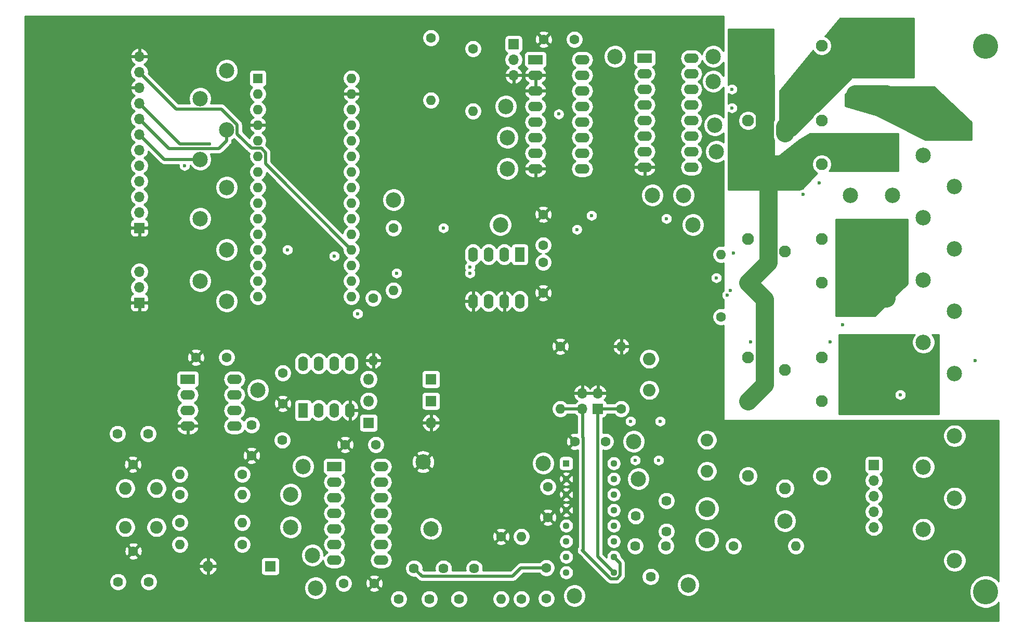
<source format=gtl>
G04 #@! TF.GenerationSoftware,KiCad,Pcbnew,(5.1.9)-1*
G04 #@! TF.CreationDate,2021-07-06T21:26:52+02:00*
G04 #@! TF.ProjectId,const_curr_measure,636f6e73-745f-4637-9572-725f6d656173,rev?*
G04 #@! TF.SameCoordinates,Original*
G04 #@! TF.FileFunction,Copper,L1,Top*
G04 #@! TF.FilePolarity,Positive*
%FSLAX46Y46*%
G04 Gerber Fmt 4.6, Leading zero omitted, Abs format (unit mm)*
G04 Created by KiCad (PCBNEW (5.1.9)-1) date 2021-07-06 21:26:52*
%MOMM*%
%LPD*%
G01*
G04 APERTURE LIST*
G04 #@! TA.AperFunction,ComponentPad*
%ADD10O,1.700000X1.700000*%
G04 #@! TD*
G04 #@! TA.AperFunction,ComponentPad*
%ADD11R,1.700000X1.700000*%
G04 #@! TD*
G04 #@! TA.AperFunction,ComponentPad*
%ADD12O,1.600000X2.400000*%
G04 #@! TD*
G04 #@! TA.AperFunction,ComponentPad*
%ADD13R,1.600000X2.400000*%
G04 #@! TD*
G04 #@! TA.AperFunction,ComponentPad*
%ADD14C,2.500000*%
G04 #@! TD*
G04 #@! TA.AperFunction,ComponentPad*
%ADD15O,2.400000X1.600000*%
G04 #@! TD*
G04 #@! TA.AperFunction,ComponentPad*
%ADD16R,2.400000X1.600000*%
G04 #@! TD*
G04 #@! TA.AperFunction,ComponentPad*
%ADD17C,1.620000*%
G04 #@! TD*
G04 #@! TA.AperFunction,ComponentPad*
%ADD18C,1.600000*%
G04 #@! TD*
G04 #@! TA.AperFunction,ComponentPad*
%ADD19O,1.600000X1.600000*%
G04 #@! TD*
G04 #@! TA.AperFunction,ComponentPad*
%ADD20O,1.800000X1.800000*%
G04 #@! TD*
G04 #@! TA.AperFunction,ComponentPad*
%ADD21R,1.800000X1.800000*%
G04 #@! TD*
G04 #@! TA.AperFunction,ComponentPad*
%ADD22R,1.600000X1.600000*%
G04 #@! TD*
G04 #@! TA.AperFunction,ComponentPad*
%ADD23C,2.745000*%
G04 #@! TD*
G04 #@! TA.AperFunction,ComponentPad*
%ADD24C,1.950000*%
G04 #@! TD*
G04 #@! TA.AperFunction,ComponentPad*
%ADD25C,2.055000*%
G04 #@! TD*
G04 #@! TA.AperFunction,ComponentPad*
%ADD26C,4.100000*%
G04 #@! TD*
G04 #@! TA.AperFunction,ComponentPad*
%ADD27C,1.130000*%
G04 #@! TD*
G04 #@! TA.AperFunction,ComponentPad*
%ADD28R,1.130000X1.130000*%
G04 #@! TD*
G04 #@! TA.AperFunction,ViaPad*
%ADD29C,0.600000*%
G04 #@! TD*
G04 #@! TA.AperFunction,Conductor*
%ADD30C,3.000000*%
G04 #@! TD*
G04 #@! TA.AperFunction,Conductor*
%ADD31C,0.500000*%
G04 #@! TD*
G04 #@! TA.AperFunction,Conductor*
%ADD32C,1.000000*%
G04 #@! TD*
G04 #@! TA.AperFunction,Conductor*
%ADD33C,0.254000*%
G04 #@! TD*
G04 #@! TA.AperFunction,Conductor*
%ADD34C,0.100000*%
G04 #@! TD*
G04 APERTURE END LIST*
D10*
X226746000Y-137084000D03*
X226746000Y-134544000D03*
X226746000Y-132004000D03*
X226746000Y-129464000D03*
D11*
X226746000Y-126924000D03*
D10*
X107112000Y-95428000D03*
X107112000Y-97968000D03*
D11*
X107112000Y-100508000D03*
D10*
X107112000Y-60376000D03*
X107112000Y-62916000D03*
X107112000Y-65456000D03*
X107112000Y-67996000D03*
X107112000Y-70536000D03*
X107112000Y-73076000D03*
X107112000Y-75616000D03*
X107112000Y-78156000D03*
X107112000Y-80696000D03*
X107112000Y-83236000D03*
X107112000Y-85776000D03*
D11*
X107112000Y-88316000D03*
D12*
X169088000Y-100254000D03*
X161468000Y-92634000D03*
X166548000Y-100254000D03*
X164008000Y-92634000D03*
X164008000Y-100254000D03*
X166548000Y-92634000D03*
X161468000Y-100254000D03*
D13*
X169088000Y-92634000D03*
D14*
X126416000Y-114732000D03*
X121336000Y-81712000D03*
X121336000Y-72314000D03*
X117018000Y-67234000D03*
X117018000Y-77140000D03*
X117018000Y-86792000D03*
X121336000Y-62662000D03*
X117018000Y-96952000D03*
X121336000Y-100254000D03*
X121336000Y-91872000D03*
D12*
X133782000Y-110414000D03*
X141402000Y-118034000D03*
X136322000Y-110414000D03*
X138862000Y-118034000D03*
X138862000Y-110414000D03*
X136322000Y-118034000D03*
X141402000Y-110414000D03*
D13*
X133782000Y-118034000D03*
D15*
X122606000Y-112954000D03*
X114986000Y-120574000D03*
X122606000Y-115494000D03*
X114986000Y-118034000D03*
X122606000Y-118034000D03*
X114986000Y-115494000D03*
X122606000Y-120574000D03*
D16*
X114986000Y-112954000D03*
D17*
X125400000Y-125400000D03*
X130400000Y-122900000D03*
X125400000Y-120400000D03*
D18*
X130480000Y-116938000D03*
X130480000Y-111938000D03*
X116336000Y-109398000D03*
X121336000Y-109398000D03*
D14*
X148514000Y-83744000D03*
D19*
X148514000Y-98476000D03*
D18*
X148514000Y-88316000D03*
D19*
X154610000Y-67488000D03*
D18*
X154610000Y-57328000D03*
D19*
X161468000Y-69266000D03*
D18*
X161468000Y-59106000D03*
D19*
X145212000Y-109906000D03*
D18*
X145212000Y-99746000D03*
D20*
X118288000Y-143434000D03*
D21*
X128448000Y-143434000D03*
D20*
X144450000Y-112954000D03*
D21*
X154610000Y-112954000D03*
D20*
X154610000Y-120066000D03*
D21*
X144450000Y-120066000D03*
D20*
X144450000Y-116510000D03*
D21*
X154610000Y-116510000D03*
D19*
X141656000Y-99492000D03*
X126416000Y-99492000D03*
X141656000Y-63932000D03*
X126416000Y-96952000D03*
X141656000Y-66472000D03*
X126416000Y-94412000D03*
X141656000Y-69012000D03*
X126416000Y-91872000D03*
X141656000Y-71552000D03*
X126416000Y-89332000D03*
X141656000Y-74092000D03*
X126416000Y-86792000D03*
X141656000Y-76632000D03*
X126416000Y-84252000D03*
X141656000Y-79172000D03*
X126416000Y-81712000D03*
X141656000Y-81712000D03*
X126416000Y-79172000D03*
X141656000Y-84252000D03*
X126416000Y-76632000D03*
X141656000Y-86792000D03*
X126416000Y-74092000D03*
X141656000Y-89332000D03*
X126416000Y-71552000D03*
X141656000Y-91872000D03*
X126416000Y-69012000D03*
X141656000Y-94412000D03*
X126416000Y-66472000D03*
X141656000Y-96952000D03*
D22*
X126416000Y-63932000D03*
D23*
X228778000Y-91110000D03*
X223698000Y-91110000D03*
D19*
X214046000Y-140132000D03*
D18*
X203886000Y-140132000D03*
D19*
X201854000Y-92634000D03*
D18*
X201854000Y-102794000D03*
X173660000Y-135480000D03*
X173660000Y-130480000D03*
X178058000Y-123114000D03*
X183058000Y-123114000D03*
X172898000Y-86110000D03*
X172898000Y-91110000D03*
D23*
X199568000Y-134036000D03*
X199568000Y-139116000D03*
D14*
X201092000Y-75870000D03*
D18*
X145640000Y-123622000D03*
X140640000Y-123622000D03*
D10*
X168072000Y-63424000D03*
X168072000Y-60884000D03*
D11*
X168072000Y-58344000D03*
D24*
X212268000Y-72822000D03*
X206268000Y-70822000D03*
X206268000Y-58622000D03*
X218268000Y-58622000D03*
X218268000Y-70822000D03*
X212268000Y-92126000D03*
X206268000Y-90126000D03*
X206268000Y-77926000D03*
X218268000Y-77926000D03*
X218268000Y-90126000D03*
X212268000Y-111430000D03*
X206268000Y-109430000D03*
X206268000Y-97230000D03*
X218268000Y-97230000D03*
X218268000Y-109430000D03*
D14*
X200838000Y-71552000D03*
X195758000Y-82982000D03*
X222936000Y-82982000D03*
X197282000Y-87808000D03*
X212268000Y-136068000D03*
X172898000Y-126670000D03*
X229794000Y-82982000D03*
X200584000Y-64440000D03*
X200584000Y-60376000D03*
X190678000Y-82982000D03*
X167056000Y-78664000D03*
X167056000Y-73584000D03*
X184582000Y-60376000D03*
X166802000Y-68504000D03*
X135814000Y-146990000D03*
X153340000Y-126416000D03*
X135306000Y-141656000D03*
X196520000Y-146482000D03*
X188392000Y-129210000D03*
X131750000Y-137084000D03*
X154610000Y-137338000D03*
X133782000Y-127178000D03*
X187630000Y-123114000D03*
X177978000Y-148260000D03*
X131750000Y-131750000D03*
X165913000Y-87808000D03*
D17*
X156667400Y-143789600D03*
X159167400Y-148789600D03*
X161667400Y-143789600D03*
X154356000Y-148768000D03*
X151856000Y-143768000D03*
X149356000Y-148768000D03*
X108636000Y-145974000D03*
X106136000Y-140974000D03*
X103636000Y-145974000D03*
X187884000Y-140132000D03*
X190384000Y-145132000D03*
X192884000Y-140132000D03*
X192964000Y-132766000D03*
X187964000Y-135266000D03*
X192964000Y-137766000D03*
X103556000Y-121844000D03*
X106056000Y-126844000D03*
X108556000Y-121844000D03*
D18*
X173406000Y-148688000D03*
X173406000Y-143688000D03*
D16*
X189408000Y-60630000D03*
D15*
X197028000Y-78410000D03*
X189408000Y-63170000D03*
X197028000Y-75870000D03*
X189408000Y-65710000D03*
X197028000Y-73330000D03*
X189408000Y-68250000D03*
X197028000Y-70790000D03*
X189408000Y-70790000D03*
X197028000Y-68250000D03*
X189408000Y-73330000D03*
X197028000Y-65710000D03*
X189408000Y-75870000D03*
X197028000Y-63170000D03*
X189408000Y-78410000D03*
X197028000Y-60630000D03*
D23*
X228778000Y-108382000D03*
X223698000Y-108382000D03*
X228778000Y-99746000D03*
X223698000Y-99746000D03*
D25*
X109906000Y-130734000D03*
X104826000Y-130734000D03*
X109906000Y-137084000D03*
X104826000Y-137084000D03*
D26*
X244983200Y-58699600D03*
X244983200Y-147599600D03*
D14*
X239903200Y-142519600D03*
X234823200Y-137439600D03*
X239903200Y-132359600D03*
X234823200Y-127279600D03*
X239903200Y-122199600D03*
X234823200Y-117119600D03*
X239903200Y-112039600D03*
X234823200Y-106959600D03*
X239903200Y-101879600D03*
X234823200Y-96799600D03*
X239903200Y-91719600D03*
X234823200Y-86639600D03*
X239903200Y-81559600D03*
X234823200Y-76479600D03*
X239903200Y-71399600D03*
D23*
X228778000Y-58598000D03*
X223698000Y-58598000D03*
D27*
X184390000Y-126670000D03*
X184390000Y-129210000D03*
X184390000Y-131750000D03*
X184390000Y-134290000D03*
X184390000Y-136830000D03*
X184390000Y-139370000D03*
X184390000Y-141910000D03*
X184390000Y-144450000D03*
X176646000Y-144450000D03*
X176646000Y-141910000D03*
X176646000Y-139370000D03*
X176646000Y-136830000D03*
X176646000Y-134290000D03*
X176646000Y-131750000D03*
X176646000Y-129210000D03*
D28*
X176646000Y-126670000D03*
D23*
X228778000Y-74600000D03*
X223698000Y-74600000D03*
X228778000Y-66472000D03*
X223698000Y-66472000D03*
D24*
X212268000Y-130734000D03*
X206268000Y-128734000D03*
X206268000Y-116534000D03*
X218268000Y-116534000D03*
X218268000Y-128734000D03*
D25*
X190170000Y-109652000D03*
X190170000Y-114732000D03*
X199568000Y-122860000D03*
X199568000Y-127940000D03*
D19*
X166040000Y-148768000D03*
D18*
X166040000Y-138608000D03*
D19*
X169342000Y-138608000D03*
D18*
X169342000Y-148768000D03*
D19*
X123876000Y-131750000D03*
D18*
X113716000Y-131750000D03*
D19*
X123876000Y-136322000D03*
D18*
X113716000Y-136322000D03*
D19*
X175692000Y-117780000D03*
D18*
X175692000Y-107620000D03*
X177978000Y-57582000D03*
X172978000Y-57582000D03*
X172898000Y-98904000D03*
X172898000Y-93904000D03*
X145386000Y-146228000D03*
X140386000Y-146228000D03*
D16*
X171628000Y-60884000D03*
D15*
X179248000Y-78664000D03*
X171628000Y-63424000D03*
X179248000Y-76124000D03*
X171628000Y-65964000D03*
X179248000Y-73584000D03*
X171628000Y-68504000D03*
X179248000Y-71044000D03*
X171628000Y-71044000D03*
X179248000Y-68504000D03*
X171628000Y-73584000D03*
X179248000Y-65964000D03*
X171628000Y-76124000D03*
X179248000Y-63424000D03*
X171628000Y-78664000D03*
X179248000Y-60884000D03*
X146482000Y-127178000D03*
X138862000Y-142418000D03*
X146482000Y-129718000D03*
X138862000Y-139878000D03*
X146482000Y-132258000D03*
X138862000Y-137338000D03*
X146482000Y-134798000D03*
X138862000Y-134798000D03*
X146482000Y-137338000D03*
X138862000Y-132258000D03*
X146482000Y-139878000D03*
X138862000Y-129718000D03*
X146482000Y-142418000D03*
D16*
X138862000Y-127178000D03*
D19*
X113716000Y-139878000D03*
D18*
X123876000Y-139878000D03*
D19*
X185598000Y-107620000D03*
D18*
X185598000Y-117780000D03*
D19*
X113716000Y-128448000D03*
D18*
X123876000Y-128448000D03*
D10*
X179248000Y-115240000D03*
X181788000Y-115240000D03*
X179248000Y-117780000D03*
D11*
X181788000Y-117780000D03*
D29*
X231064000Y-115494000D03*
X243256000Y-109906000D03*
X180772000Y-86284000D03*
X178379999Y-88558001D03*
X148768000Y-135814000D03*
X152578000Y-135814000D03*
X154102000Y-134544000D03*
X156007000Y-134163000D03*
X157785000Y-132385000D03*
X159817000Y-130353000D03*
X161976000Y-128194000D03*
X164135000Y-126035000D03*
X166548000Y-123622000D03*
X167818000Y-121590000D03*
X167818000Y-119558000D03*
X167818000Y-116002000D03*
X167818000Y-113716000D03*
X167818000Y-110668000D03*
X167818000Y-108382000D03*
X167818000Y-105588000D03*
X167818000Y-102794000D03*
X166929000Y-101143000D03*
X148768000Y-138288010D03*
X152004010Y-138288010D03*
X154691999Y-139288001D03*
X157658000Y-137084000D03*
X159817000Y-134163000D03*
X161468000Y-132512000D03*
X164262000Y-129718000D03*
X166421000Y-127559000D03*
X168834000Y-125146000D03*
X170612000Y-122352000D03*
X170612000Y-119812000D03*
X170612000Y-116002000D03*
X170612000Y-113716000D03*
X170612000Y-110668000D03*
X170612000Y-108382000D03*
X170612000Y-105588000D03*
X170612000Y-102794000D03*
X168466676Y-98353990D03*
X170588010Y-99232676D03*
X143688000Y-104826000D03*
X187884000Y-126162000D03*
X191694000Y-126162000D03*
X187122000Y-119812000D03*
X191948000Y-119812000D03*
X203378000Y-98476000D03*
X201092000Y-96444000D03*
X202870000Y-99238000D03*
X192964000Y-86792000D03*
X203886000Y-92380000D03*
X203632000Y-65710000D03*
X203632000Y-68758000D03*
X215189000Y-82855000D03*
X175418010Y-69754010D03*
X142672000Y-102286000D03*
X160960000Y-95682000D03*
X160960000Y-95682000D03*
X149022000Y-95682000D03*
X131242000Y-91872000D03*
X217856000Y-80950000D03*
X219634000Y-106858000D03*
X221666000Y-104064000D03*
X206705499Y-106883499D03*
X118542000Y-74600000D03*
X114478000Y-78156000D03*
X114478000Y-78156000D03*
X160950229Y-94656229D03*
X156642000Y-88316000D03*
X138862000Y-92888000D03*
D30*
X223698000Y-108382000D02*
X228778000Y-108382000D01*
X228778000Y-108382000D02*
X234620000Y-114224000D01*
X234620000Y-116916400D02*
X234823200Y-117119600D01*
X234620000Y-114224000D02*
X234620000Y-116916400D01*
D31*
X185405001Y-142925001D02*
X184390000Y-141910000D01*
X184877201Y-145465001D02*
X185405001Y-144937201D01*
X185405001Y-144937201D02*
X185405001Y-142925001D01*
X183902799Y-145465001D02*
X184877201Y-145465001D01*
X179248000Y-117780000D02*
X175692000Y-117780000D01*
X179308001Y-117840001D02*
X179308001Y-122412001D01*
X179248000Y-117780000D02*
X179308001Y-117840001D01*
X179416899Y-122520899D02*
X179416899Y-140979101D01*
X179308001Y-122412001D02*
X179416899Y-122520899D01*
X179416899Y-140979101D02*
X183902799Y-145465001D01*
X179248000Y-140810202D02*
X179416899Y-140979101D01*
X181788000Y-141848000D02*
X184390000Y-144450000D01*
X185598000Y-117780000D02*
X181788000Y-117780000D01*
X181788000Y-141848000D02*
X181788000Y-117780000D01*
D30*
X227508000Y-99746000D02*
X223698000Y-99746000D01*
X230048000Y-97206000D02*
X227508000Y-99746000D01*
X228778000Y-99746000D02*
X223952000Y-99746000D01*
X229032000Y-94666000D02*
X229032000Y-90094000D01*
X228016000Y-91110000D02*
X223698000Y-91110000D01*
X229032000Y-90094000D02*
X228016000Y-91110000D01*
X223952000Y-99746000D02*
X229032000Y-94666000D01*
D31*
X111176000Y-77140000D02*
X107112000Y-73076000D01*
X117018000Y-77140000D02*
X111176000Y-77140000D01*
X167908397Y-145049601D02*
X153137601Y-145049601D01*
X153137601Y-145049601D02*
X151856000Y-143768000D01*
X169269998Y-143688000D02*
X167908397Y-145049601D01*
X173406000Y-143688000D02*
X169269998Y-143688000D01*
D30*
X223698000Y-60884000D02*
X223698000Y-58598000D01*
X223698000Y-56820000D02*
X223698000Y-58598000D01*
X223698000Y-58598000D02*
X222936000Y-58598000D01*
X222936000Y-58598000D02*
X228778000Y-58598000D01*
X230048000Y-59868000D02*
X228778000Y-58598000D01*
X230048000Y-60376000D02*
X230048000Y-59868000D01*
X228778000Y-58598000D02*
X228778000Y-56820000D01*
X228778000Y-56820000D02*
X230048000Y-58090000D01*
X230048000Y-58090000D02*
X230048000Y-58344000D01*
X230048000Y-58344000D02*
X228016000Y-60376000D01*
D32*
X211760000Y-72314000D02*
X212268000Y-72822000D01*
X211760000Y-71552000D02*
X211760000Y-72314000D01*
X213538000Y-72060000D02*
X213538000Y-72966214D01*
X213030000Y-72060000D02*
X212268000Y-72822000D01*
X213538000Y-72060000D02*
X213030000Y-72060000D01*
X212014000Y-72822000D02*
X212268000Y-72822000D01*
D30*
X212268000Y-72822000D02*
X212268000Y-71806000D01*
X223698000Y-66472000D02*
X228778000Y-66472000D01*
X228778000Y-66472000D02*
X233604000Y-71298000D01*
X239801600Y-71298000D02*
X239903200Y-71399600D01*
X233604000Y-71298000D02*
X239801600Y-71298000D01*
X211689497Y-77926000D02*
X206268000Y-77926000D01*
X208943001Y-75250999D02*
X206268000Y-77926000D01*
X208943001Y-61297001D02*
X208943001Y-75250999D01*
X206268000Y-58622000D02*
X208943001Y-61297001D01*
X209592999Y-93905001D02*
X206268000Y-97230000D01*
X209592999Y-81250999D02*
X209592999Y-93905001D01*
X206268000Y-77926000D02*
X209592999Y-81250999D01*
X208943001Y-113858999D02*
X206268000Y-116534000D01*
X208943001Y-99905001D02*
X208943001Y-113858999D01*
X206268000Y-97230000D02*
X208943001Y-99905001D01*
X228778000Y-74600000D02*
X228778000Y-76378000D01*
X223698000Y-74600000D02*
X223698000Y-76378000D01*
X228778000Y-74600000D02*
X221666000Y-74600000D01*
X221666000Y-74600000D02*
X221920000Y-74346000D01*
D31*
X113716000Y-74600000D02*
X107112000Y-67996000D01*
X118542000Y-74600000D02*
X113716000Y-74600000D01*
X111926001Y-75350001D02*
X107112000Y-70536000D01*
X120067765Y-75350001D02*
X111926001Y-75350001D01*
X121336000Y-74081766D02*
X120067765Y-75350001D01*
X121336000Y-72314000D02*
X121336000Y-74081766D01*
X113130001Y-68934001D02*
X107112000Y-62916000D01*
X120472003Y-68934001D02*
X113130001Y-68934001D01*
X123036001Y-71497999D02*
X120472003Y-68934001D01*
X123036001Y-72998001D02*
X123036001Y-71497999D01*
X125380001Y-75342001D02*
X123036001Y-72998001D01*
X126976003Y-75342001D02*
X125380001Y-75342001D01*
X127666001Y-76031999D02*
X126976003Y-75342001D01*
X127666001Y-77882001D02*
X127666001Y-76031999D01*
X141656000Y-91872000D02*
X127666001Y-77882001D01*
D33*
X233223000Y-63805000D02*
X223190000Y-63805000D01*
X223165224Y-63807440D01*
X223141399Y-63814667D01*
X223119443Y-63826403D01*
X223100197Y-63842197D01*
X217576699Y-69365695D01*
X217505379Y-69395237D01*
X217241685Y-69571431D01*
X217017431Y-69795685D01*
X216841237Y-70059379D01*
X216811695Y-70130699D01*
X213865353Y-73077041D01*
X213865883Y-73075010D01*
X213884540Y-72758416D01*
X213841074Y-72444267D01*
X213737156Y-72144633D01*
X213647429Y-71976766D01*
X213385584Y-71884021D01*
X212447605Y-72822000D01*
X212461748Y-72836143D01*
X212282143Y-73015748D01*
X212268000Y-73001605D01*
X212253858Y-73015748D01*
X212074253Y-72836143D01*
X212088395Y-72822000D01*
X212074253Y-72807858D01*
X212253858Y-72628253D01*
X212268000Y-72642395D01*
X213205979Y-71704416D01*
X213113234Y-71442571D01*
X212827880Y-71304180D01*
X212521010Y-71224117D01*
X212204416Y-71205460D01*
X211890267Y-71248926D01*
X211590633Y-71352844D01*
X211422766Y-71442571D01*
X211379000Y-71566135D01*
X211379000Y-66009830D01*
X216856972Y-59408171D01*
X217017431Y-59648315D01*
X217241685Y-59872569D01*
X217505379Y-60048763D01*
X217798380Y-60170129D01*
X218109429Y-60232000D01*
X218426571Y-60232000D01*
X218737620Y-60170129D01*
X219030621Y-60048763D01*
X219105301Y-59998863D01*
X222476742Y-59998863D01*
X222617409Y-60301371D01*
X222970484Y-60479453D01*
X223351516Y-60585233D01*
X223745864Y-60614644D01*
X224138372Y-60566557D01*
X224513957Y-60442820D01*
X224778591Y-60301371D01*
X224919258Y-59998863D01*
X227556742Y-59998863D01*
X227697409Y-60301371D01*
X228050484Y-60479453D01*
X228431516Y-60585233D01*
X228825864Y-60614644D01*
X229218372Y-60566557D01*
X229593957Y-60442820D01*
X229858591Y-60301371D01*
X229999258Y-59998863D01*
X228778000Y-58777605D01*
X227556742Y-59998863D01*
X224919258Y-59998863D01*
X223698000Y-58777605D01*
X222476742Y-59998863D01*
X219105301Y-59998863D01*
X219294315Y-59872569D01*
X219518569Y-59648315D01*
X219694763Y-59384621D01*
X219816129Y-59091620D01*
X219878000Y-58780571D01*
X219878000Y-58645864D01*
X221681356Y-58645864D01*
X221729443Y-59038372D01*
X221853180Y-59413957D01*
X221994629Y-59678591D01*
X222297137Y-59819258D01*
X223518395Y-58598000D01*
X223877605Y-58598000D01*
X225098863Y-59819258D01*
X225401371Y-59678591D01*
X225579453Y-59325516D01*
X225685233Y-58944484D01*
X225707504Y-58645864D01*
X226761356Y-58645864D01*
X226809443Y-59038372D01*
X226933180Y-59413957D01*
X227074629Y-59678591D01*
X227377137Y-59819258D01*
X228598395Y-58598000D01*
X228957605Y-58598000D01*
X230178863Y-59819258D01*
X230481371Y-59678591D01*
X230659453Y-59325516D01*
X230765233Y-58944484D01*
X230794644Y-58550136D01*
X230746557Y-58157628D01*
X230622820Y-57782043D01*
X230481371Y-57517409D01*
X230178863Y-57376742D01*
X228957605Y-58598000D01*
X228598395Y-58598000D01*
X227377137Y-57376742D01*
X227074629Y-57517409D01*
X226896547Y-57870484D01*
X226790767Y-58251516D01*
X226761356Y-58645864D01*
X225707504Y-58645864D01*
X225714644Y-58550136D01*
X225666557Y-58157628D01*
X225542820Y-57782043D01*
X225401371Y-57517409D01*
X225098863Y-57376742D01*
X223877605Y-58598000D01*
X223518395Y-58598000D01*
X222297137Y-57376742D01*
X221994629Y-57517409D01*
X221816547Y-57870484D01*
X221710767Y-58251516D01*
X221681356Y-58645864D01*
X219878000Y-58645864D01*
X219878000Y-58463429D01*
X219816129Y-58152380D01*
X219694763Y-57859379D01*
X219518569Y-57595685D01*
X219294315Y-57371431D01*
X219033465Y-57197137D01*
X222476742Y-57197137D01*
X223698000Y-58418395D01*
X224919258Y-57197137D01*
X227556742Y-57197137D01*
X228778000Y-58418395D01*
X229999258Y-57197137D01*
X229858591Y-56894629D01*
X229505516Y-56716547D01*
X229124484Y-56610767D01*
X228730136Y-56581356D01*
X228337628Y-56629443D01*
X227962043Y-56753180D01*
X227697409Y-56894629D01*
X227556742Y-57197137D01*
X224919258Y-57197137D01*
X224778591Y-56894629D01*
X224425516Y-56716547D01*
X224044484Y-56610767D01*
X223650136Y-56581356D01*
X223257628Y-56629443D01*
X222882043Y-56753180D01*
X222617409Y-56894629D01*
X222476742Y-57197137D01*
X219033465Y-57197137D01*
X219030621Y-57195237D01*
X218779537Y-57091234D01*
X221217646Y-54153000D01*
X233223000Y-54153000D01*
X233223000Y-63805000D01*
G04 #@! TA.AperFunction,Conductor*
D34*
G36*
X233223000Y-63805000D02*
G01*
X223190000Y-63805000D01*
X223165224Y-63807440D01*
X223141399Y-63814667D01*
X223119443Y-63826403D01*
X223100197Y-63842197D01*
X217576699Y-69365695D01*
X217505379Y-69395237D01*
X217241685Y-69571431D01*
X217017431Y-69795685D01*
X216841237Y-70059379D01*
X216811695Y-70130699D01*
X213865353Y-73077041D01*
X213865883Y-73075010D01*
X213884540Y-72758416D01*
X213841074Y-72444267D01*
X213737156Y-72144633D01*
X213647429Y-71976766D01*
X213385584Y-71884021D01*
X212447605Y-72822000D01*
X212461748Y-72836143D01*
X212282143Y-73015748D01*
X212268000Y-73001605D01*
X212253858Y-73015748D01*
X212074253Y-72836143D01*
X212088395Y-72822000D01*
X212074253Y-72807858D01*
X212253858Y-72628253D01*
X212268000Y-72642395D01*
X213205979Y-71704416D01*
X213113234Y-71442571D01*
X212827880Y-71304180D01*
X212521010Y-71224117D01*
X212204416Y-71205460D01*
X211890267Y-71248926D01*
X211590633Y-71352844D01*
X211422766Y-71442571D01*
X211379000Y-71566135D01*
X211379000Y-66009830D01*
X216856972Y-59408171D01*
X217017431Y-59648315D01*
X217241685Y-59872569D01*
X217505379Y-60048763D01*
X217798380Y-60170129D01*
X218109429Y-60232000D01*
X218426571Y-60232000D01*
X218737620Y-60170129D01*
X219030621Y-60048763D01*
X219105301Y-59998863D01*
X222476742Y-59998863D01*
X222617409Y-60301371D01*
X222970484Y-60479453D01*
X223351516Y-60585233D01*
X223745864Y-60614644D01*
X224138372Y-60566557D01*
X224513957Y-60442820D01*
X224778591Y-60301371D01*
X224919258Y-59998863D01*
X227556742Y-59998863D01*
X227697409Y-60301371D01*
X228050484Y-60479453D01*
X228431516Y-60585233D01*
X228825864Y-60614644D01*
X229218372Y-60566557D01*
X229593957Y-60442820D01*
X229858591Y-60301371D01*
X229999258Y-59998863D01*
X228778000Y-58777605D01*
X227556742Y-59998863D01*
X224919258Y-59998863D01*
X223698000Y-58777605D01*
X222476742Y-59998863D01*
X219105301Y-59998863D01*
X219294315Y-59872569D01*
X219518569Y-59648315D01*
X219694763Y-59384621D01*
X219816129Y-59091620D01*
X219878000Y-58780571D01*
X219878000Y-58645864D01*
X221681356Y-58645864D01*
X221729443Y-59038372D01*
X221853180Y-59413957D01*
X221994629Y-59678591D01*
X222297137Y-59819258D01*
X223518395Y-58598000D01*
X223877605Y-58598000D01*
X225098863Y-59819258D01*
X225401371Y-59678591D01*
X225579453Y-59325516D01*
X225685233Y-58944484D01*
X225707504Y-58645864D01*
X226761356Y-58645864D01*
X226809443Y-59038372D01*
X226933180Y-59413957D01*
X227074629Y-59678591D01*
X227377137Y-59819258D01*
X228598395Y-58598000D01*
X228957605Y-58598000D01*
X230178863Y-59819258D01*
X230481371Y-59678591D01*
X230659453Y-59325516D01*
X230765233Y-58944484D01*
X230794644Y-58550136D01*
X230746557Y-58157628D01*
X230622820Y-57782043D01*
X230481371Y-57517409D01*
X230178863Y-57376742D01*
X228957605Y-58598000D01*
X228598395Y-58598000D01*
X227377137Y-57376742D01*
X227074629Y-57517409D01*
X226896547Y-57870484D01*
X226790767Y-58251516D01*
X226761356Y-58645864D01*
X225707504Y-58645864D01*
X225714644Y-58550136D01*
X225666557Y-58157628D01*
X225542820Y-57782043D01*
X225401371Y-57517409D01*
X225098863Y-57376742D01*
X223877605Y-58598000D01*
X223518395Y-58598000D01*
X222297137Y-57376742D01*
X221994629Y-57517409D01*
X221816547Y-57870484D01*
X221710767Y-58251516D01*
X221681356Y-58645864D01*
X219878000Y-58645864D01*
X219878000Y-58463429D01*
X219816129Y-58152380D01*
X219694763Y-57859379D01*
X219518569Y-57595685D01*
X219294315Y-57371431D01*
X219033465Y-57197137D01*
X222476742Y-57197137D01*
X223698000Y-58418395D01*
X224919258Y-57197137D01*
X227556742Y-57197137D01*
X228778000Y-58418395D01*
X229999258Y-57197137D01*
X229858591Y-56894629D01*
X229505516Y-56716547D01*
X229124484Y-56610767D01*
X228730136Y-56581356D01*
X228337628Y-56629443D01*
X227962043Y-56753180D01*
X227697409Y-56894629D01*
X227556742Y-57197137D01*
X224919258Y-57197137D01*
X224778591Y-56894629D01*
X224425516Y-56716547D01*
X224044484Y-56610767D01*
X223650136Y-56581356D01*
X223257628Y-56629443D01*
X222882043Y-56753180D01*
X222617409Y-56894629D01*
X222476742Y-57197137D01*
X219033465Y-57197137D01*
X219030621Y-57195237D01*
X218779537Y-57091234D01*
X221217646Y-54153000D01*
X233223000Y-54153000D01*
X233223000Y-63805000D01*
G37*
G04 #@! TD.AperFunction*
D33*
X232207000Y-97407394D02*
X226947394Y-102667000D01*
X220523000Y-102667000D01*
X220523000Y-86919000D01*
X232207000Y-86919000D01*
X232207000Y-97407394D01*
G04 #@! TA.AperFunction,Conductor*
D34*
G36*
X232207000Y-97407394D02*
G01*
X226947394Y-102667000D01*
X220523000Y-102667000D01*
X220523000Y-86919000D01*
X232207000Y-86919000D01*
X232207000Y-97407394D01*
G37*
G04 #@! TD.AperFunction*
D33*
X210452306Y-70673834D02*
X210285974Y-70985018D01*
X210163892Y-71387467D01*
X210133000Y-71701118D01*
X210133000Y-72926881D01*
X210163892Y-73240532D01*
X210285974Y-73642981D01*
X210472231Y-73991446D01*
X210490002Y-76950263D01*
X210492591Y-76975024D01*
X210499961Y-76998805D01*
X210511829Y-77020690D01*
X210527738Y-77039840D01*
X210547078Y-77055518D01*
X210569105Y-77067122D01*
X210592972Y-77074206D01*
X210617763Y-77076498D01*
X210642524Y-77073909D01*
X210666305Y-77066539D01*
X210695747Y-77049139D01*
X214625276Y-73943544D01*
X216365727Y-72949000D01*
X230683000Y-72949000D01*
X230683000Y-79045000D01*
X219425884Y-79045000D01*
X219518569Y-78952315D01*
X219694763Y-78688621D01*
X219816129Y-78395620D01*
X219878000Y-78084571D01*
X219878000Y-77767429D01*
X219816129Y-77456380D01*
X219694763Y-77163379D01*
X219518569Y-76899685D01*
X219294315Y-76675431D01*
X219030621Y-76499237D01*
X218737620Y-76377871D01*
X218426571Y-76316000D01*
X218109429Y-76316000D01*
X217798380Y-76377871D01*
X217505379Y-76499237D01*
X217241685Y-76675431D01*
X217017431Y-76899685D01*
X216841237Y-77163379D01*
X216719871Y-77456380D01*
X216658000Y-77767429D01*
X216658000Y-78084571D01*
X216719871Y-78395620D01*
X216841237Y-78688621D01*
X217017431Y-78952315D01*
X217241685Y-79176569D01*
X217505379Y-79352763D01*
X217514538Y-79356557D01*
X215164715Y-81920000D01*
X215096911Y-81920000D01*
X214916271Y-81955932D01*
X214746111Y-82026414D01*
X214646458Y-82093000D01*
X202997000Y-82093000D01*
X202997000Y-70663429D01*
X204658000Y-70663429D01*
X204658000Y-70980571D01*
X204719871Y-71291620D01*
X204841237Y-71584621D01*
X205017431Y-71848315D01*
X205241685Y-72072569D01*
X205505379Y-72248763D01*
X205798380Y-72370129D01*
X206109429Y-72432000D01*
X206426571Y-72432000D01*
X206737620Y-72370129D01*
X207030621Y-72248763D01*
X207294315Y-72072569D01*
X207518569Y-71848315D01*
X207694763Y-71584621D01*
X207816129Y-71291620D01*
X207878000Y-70980571D01*
X207878000Y-70663429D01*
X207816129Y-70352380D01*
X207694763Y-70059379D01*
X207518569Y-69795685D01*
X207294315Y-69571431D01*
X207030621Y-69395237D01*
X206737620Y-69273871D01*
X206426571Y-69212000D01*
X206109429Y-69212000D01*
X205798380Y-69273871D01*
X205505379Y-69395237D01*
X205241685Y-69571431D01*
X205017431Y-69795685D01*
X204841237Y-70059379D01*
X204719871Y-70352380D01*
X204658000Y-70663429D01*
X202997000Y-70663429D01*
X202997000Y-69445290D01*
X203035972Y-69484262D01*
X203189111Y-69586586D01*
X203359271Y-69657068D01*
X203539911Y-69693000D01*
X203724089Y-69693000D01*
X203904729Y-69657068D01*
X204074889Y-69586586D01*
X204228028Y-69484262D01*
X204358262Y-69354028D01*
X204460586Y-69200889D01*
X204531068Y-69030729D01*
X204567000Y-68850089D01*
X204567000Y-68665911D01*
X204531068Y-68485271D01*
X204460586Y-68315111D01*
X204358262Y-68161972D01*
X204228028Y-68031738D01*
X204074889Y-67929414D01*
X203904729Y-67858932D01*
X203724089Y-67823000D01*
X203539911Y-67823000D01*
X203359271Y-67858932D01*
X203189111Y-67929414D01*
X203035972Y-68031738D01*
X202997000Y-68070710D01*
X202997000Y-66397290D01*
X203035972Y-66436262D01*
X203189111Y-66538586D01*
X203359271Y-66609068D01*
X203539911Y-66645000D01*
X203724089Y-66645000D01*
X203904729Y-66609068D01*
X204074889Y-66538586D01*
X204228028Y-66436262D01*
X204358262Y-66306028D01*
X204460586Y-66152889D01*
X204531068Y-65982729D01*
X204567000Y-65802089D01*
X204567000Y-65617911D01*
X204531068Y-65437271D01*
X204460586Y-65267111D01*
X204358262Y-65113972D01*
X204228028Y-64983738D01*
X204074889Y-64881414D01*
X203904729Y-64810932D01*
X203724089Y-64775000D01*
X203539911Y-64775000D01*
X203359271Y-64810932D01*
X203189111Y-64881414D01*
X203035972Y-64983738D01*
X202997000Y-65022710D01*
X202997000Y-55931000D01*
X210363760Y-55931000D01*
X210452306Y-70673834D01*
G04 #@! TA.AperFunction,Conductor*
D34*
G36*
X210452306Y-70673834D02*
G01*
X210285974Y-70985018D01*
X210163892Y-71387467D01*
X210133000Y-71701118D01*
X210133000Y-72926881D01*
X210163892Y-73240532D01*
X210285974Y-73642981D01*
X210472231Y-73991446D01*
X210490002Y-76950263D01*
X210492591Y-76975024D01*
X210499961Y-76998805D01*
X210511829Y-77020690D01*
X210527738Y-77039840D01*
X210547078Y-77055518D01*
X210569105Y-77067122D01*
X210592972Y-77074206D01*
X210617763Y-77076498D01*
X210642524Y-77073909D01*
X210666305Y-77066539D01*
X210695747Y-77049139D01*
X214625276Y-73943544D01*
X216365727Y-72949000D01*
X230683000Y-72949000D01*
X230683000Y-79045000D01*
X219425884Y-79045000D01*
X219518569Y-78952315D01*
X219694763Y-78688621D01*
X219816129Y-78395620D01*
X219878000Y-78084571D01*
X219878000Y-77767429D01*
X219816129Y-77456380D01*
X219694763Y-77163379D01*
X219518569Y-76899685D01*
X219294315Y-76675431D01*
X219030621Y-76499237D01*
X218737620Y-76377871D01*
X218426571Y-76316000D01*
X218109429Y-76316000D01*
X217798380Y-76377871D01*
X217505379Y-76499237D01*
X217241685Y-76675431D01*
X217017431Y-76899685D01*
X216841237Y-77163379D01*
X216719871Y-77456380D01*
X216658000Y-77767429D01*
X216658000Y-78084571D01*
X216719871Y-78395620D01*
X216841237Y-78688621D01*
X217017431Y-78952315D01*
X217241685Y-79176569D01*
X217505379Y-79352763D01*
X217514538Y-79356557D01*
X215164715Y-81920000D01*
X215096911Y-81920000D01*
X214916271Y-81955932D01*
X214746111Y-82026414D01*
X214646458Y-82093000D01*
X202997000Y-82093000D01*
X202997000Y-70663429D01*
X204658000Y-70663429D01*
X204658000Y-70980571D01*
X204719871Y-71291620D01*
X204841237Y-71584621D01*
X205017431Y-71848315D01*
X205241685Y-72072569D01*
X205505379Y-72248763D01*
X205798380Y-72370129D01*
X206109429Y-72432000D01*
X206426571Y-72432000D01*
X206737620Y-72370129D01*
X207030621Y-72248763D01*
X207294315Y-72072569D01*
X207518569Y-71848315D01*
X207694763Y-71584621D01*
X207816129Y-71291620D01*
X207878000Y-70980571D01*
X207878000Y-70663429D01*
X207816129Y-70352380D01*
X207694763Y-70059379D01*
X207518569Y-69795685D01*
X207294315Y-69571431D01*
X207030621Y-69395237D01*
X206737620Y-69273871D01*
X206426571Y-69212000D01*
X206109429Y-69212000D01*
X205798380Y-69273871D01*
X205505379Y-69395237D01*
X205241685Y-69571431D01*
X205017431Y-69795685D01*
X204841237Y-70059379D01*
X204719871Y-70352380D01*
X204658000Y-70663429D01*
X202997000Y-70663429D01*
X202997000Y-69445290D01*
X203035972Y-69484262D01*
X203189111Y-69586586D01*
X203359271Y-69657068D01*
X203539911Y-69693000D01*
X203724089Y-69693000D01*
X203904729Y-69657068D01*
X204074889Y-69586586D01*
X204228028Y-69484262D01*
X204358262Y-69354028D01*
X204460586Y-69200889D01*
X204531068Y-69030729D01*
X204567000Y-68850089D01*
X204567000Y-68665911D01*
X204531068Y-68485271D01*
X204460586Y-68315111D01*
X204358262Y-68161972D01*
X204228028Y-68031738D01*
X204074889Y-67929414D01*
X203904729Y-67858932D01*
X203724089Y-67823000D01*
X203539911Y-67823000D01*
X203359271Y-67858932D01*
X203189111Y-67929414D01*
X203035972Y-68031738D01*
X202997000Y-68070710D01*
X202997000Y-66397290D01*
X203035972Y-66436262D01*
X203189111Y-66538586D01*
X203359271Y-66609068D01*
X203539911Y-66645000D01*
X203724089Y-66645000D01*
X203904729Y-66609068D01*
X204074889Y-66538586D01*
X204228028Y-66436262D01*
X204358262Y-66306028D01*
X204460586Y-66152889D01*
X204531068Y-65982729D01*
X204567000Y-65802089D01*
X204567000Y-65617911D01*
X204531068Y-65437271D01*
X204460586Y-65267111D01*
X204358262Y-65113972D01*
X204228028Y-64983738D01*
X204074889Y-64881414D01*
X203904729Y-64810932D01*
X203724089Y-64775000D01*
X203539911Y-64775000D01*
X203359271Y-64810932D01*
X203189111Y-64881414D01*
X203035972Y-64983738D01*
X202997000Y-65022710D01*
X202997000Y-55931000D01*
X210363760Y-55931000D01*
X210452306Y-70673834D01*
G37*
G04 #@! TD.AperFunction*
D33*
X242621000Y-71098195D02*
X242621000Y-73965000D01*
X235157980Y-73965000D01*
X227056796Y-69914408D01*
X227036493Y-69906356D01*
X222047000Y-68409508D01*
X222047000Y-66531483D01*
X223489980Y-65329000D01*
X236600970Y-65329000D01*
X242621000Y-71098195D01*
G04 #@! TA.AperFunction,Conductor*
D34*
G36*
X242621000Y-71098195D02*
G01*
X242621000Y-73965000D01*
X235157980Y-73965000D01*
X227056796Y-69914408D01*
X227036493Y-69906356D01*
X222047000Y-68409508D01*
X222047000Y-66531483D01*
X223489980Y-65329000D01*
X236600970Y-65329000D01*
X242621000Y-71098195D01*
G37*
G04 #@! TD.AperFunction*
D33*
X233359025Y-105757982D02*
X233152734Y-106066718D01*
X233010639Y-106409766D01*
X232938200Y-106773944D01*
X232938200Y-107145256D01*
X233010639Y-107509434D01*
X233152734Y-107852482D01*
X233359025Y-108161218D01*
X233621582Y-108423775D01*
X233930318Y-108630066D01*
X234273366Y-108772161D01*
X234637544Y-108844600D01*
X235008856Y-108844600D01*
X235373034Y-108772161D01*
X235716082Y-108630066D01*
X236024818Y-108423775D01*
X236287375Y-108161218D01*
X236493666Y-107852482D01*
X236635761Y-107509434D01*
X236708200Y-107145256D01*
X236708200Y-106773944D01*
X236635761Y-106409766D01*
X236493666Y-106066718D01*
X236287375Y-105757982D01*
X236244393Y-105715000D01*
X237287000Y-105715000D01*
X237287000Y-118669000D01*
X221031000Y-118669000D01*
X221031000Y-115401911D01*
X230129000Y-115401911D01*
X230129000Y-115586089D01*
X230164932Y-115766729D01*
X230235414Y-115936889D01*
X230337738Y-116090028D01*
X230467972Y-116220262D01*
X230621111Y-116322586D01*
X230791271Y-116393068D01*
X230971911Y-116429000D01*
X231156089Y-116429000D01*
X231336729Y-116393068D01*
X231506889Y-116322586D01*
X231660028Y-116220262D01*
X231790262Y-116090028D01*
X231892586Y-115936889D01*
X231963068Y-115766729D01*
X231999000Y-115586089D01*
X231999000Y-115401911D01*
X231963068Y-115221271D01*
X231892586Y-115051111D01*
X231790262Y-114897972D01*
X231660028Y-114767738D01*
X231506889Y-114665414D01*
X231336729Y-114594932D01*
X231156089Y-114559000D01*
X230971911Y-114559000D01*
X230791271Y-114594932D01*
X230621111Y-114665414D01*
X230467972Y-114767738D01*
X230337738Y-114897972D01*
X230235414Y-115051111D01*
X230164932Y-115221271D01*
X230129000Y-115401911D01*
X221031000Y-115401911D01*
X221031000Y-105715000D01*
X233402007Y-105715000D01*
X233359025Y-105757982D01*
G04 #@! TA.AperFunction,Conductor*
D34*
G36*
X233359025Y-105757982D02*
G01*
X233152734Y-106066718D01*
X233010639Y-106409766D01*
X232938200Y-106773944D01*
X232938200Y-107145256D01*
X233010639Y-107509434D01*
X233152734Y-107852482D01*
X233359025Y-108161218D01*
X233621582Y-108423775D01*
X233930318Y-108630066D01*
X234273366Y-108772161D01*
X234637544Y-108844600D01*
X235008856Y-108844600D01*
X235373034Y-108772161D01*
X235716082Y-108630066D01*
X236024818Y-108423775D01*
X236287375Y-108161218D01*
X236493666Y-107852482D01*
X236635761Y-107509434D01*
X236708200Y-107145256D01*
X236708200Y-106773944D01*
X236635761Y-106409766D01*
X236493666Y-106066718D01*
X236287375Y-105757982D01*
X236244393Y-105715000D01*
X237287000Y-105715000D01*
X237287000Y-118669000D01*
X221031000Y-118669000D01*
X221031000Y-115401911D01*
X230129000Y-115401911D01*
X230129000Y-115586089D01*
X230164932Y-115766729D01*
X230235414Y-115936889D01*
X230337738Y-116090028D01*
X230467972Y-116220262D01*
X230621111Y-116322586D01*
X230791271Y-116393068D01*
X230971911Y-116429000D01*
X231156089Y-116429000D01*
X231336729Y-116393068D01*
X231506889Y-116322586D01*
X231660028Y-116220262D01*
X231790262Y-116090028D01*
X231892586Y-115936889D01*
X231963068Y-115766729D01*
X231999000Y-115586089D01*
X231999000Y-115401911D01*
X231963068Y-115221271D01*
X231892586Y-115051111D01*
X231790262Y-114897972D01*
X231660028Y-114767738D01*
X231506889Y-114665414D01*
X231336729Y-114594932D01*
X231156089Y-114559000D01*
X230971911Y-114559000D01*
X230791271Y-114594932D01*
X230621111Y-114665414D01*
X230467972Y-114767738D01*
X230337738Y-114897972D01*
X230235414Y-115051111D01*
X230164932Y-115221271D01*
X230129000Y-115401911D01*
X221031000Y-115401911D01*
X221031000Y-105715000D01*
X233402007Y-105715000D01*
X233359025Y-105757982D01*
G37*
G04 #@! TD.AperFunction*
D33*
X202235000Y-59453985D02*
X202048175Y-59174382D01*
X201785618Y-58911825D01*
X201476882Y-58705534D01*
X201133834Y-58563439D01*
X200769656Y-58491000D01*
X200398344Y-58491000D01*
X200034166Y-58563439D01*
X199691118Y-58705534D01*
X199382382Y-58911825D01*
X199119825Y-59174382D01*
X198913534Y-59483118D01*
X198771439Y-59826166D01*
X198731851Y-60025189D01*
X198626932Y-59828899D01*
X198447608Y-59610392D01*
X198229101Y-59431068D01*
X197979808Y-59297818D01*
X197709309Y-59215764D01*
X197498492Y-59195000D01*
X196557508Y-59195000D01*
X196346691Y-59215764D01*
X196076192Y-59297818D01*
X195826899Y-59431068D01*
X195608392Y-59610392D01*
X195429068Y-59828899D01*
X195295818Y-60078192D01*
X195213764Y-60348691D01*
X195186057Y-60630000D01*
X195213764Y-60911309D01*
X195295818Y-61181808D01*
X195429068Y-61431101D01*
X195608392Y-61649608D01*
X195826899Y-61828932D01*
X195959858Y-61900000D01*
X195826899Y-61971068D01*
X195608392Y-62150392D01*
X195429068Y-62368899D01*
X195295818Y-62618192D01*
X195213764Y-62888691D01*
X195186057Y-63170000D01*
X195213764Y-63451309D01*
X195295818Y-63721808D01*
X195429068Y-63971101D01*
X195608392Y-64189608D01*
X195826899Y-64368932D01*
X195959858Y-64440000D01*
X195826899Y-64511068D01*
X195608392Y-64690392D01*
X195429068Y-64908899D01*
X195295818Y-65158192D01*
X195213764Y-65428691D01*
X195186057Y-65710000D01*
X195213764Y-65991309D01*
X195295818Y-66261808D01*
X195429068Y-66511101D01*
X195608392Y-66729608D01*
X195826899Y-66908932D01*
X195959858Y-66980000D01*
X195826899Y-67051068D01*
X195608392Y-67230392D01*
X195429068Y-67448899D01*
X195295818Y-67698192D01*
X195213764Y-67968691D01*
X195186057Y-68250000D01*
X195213764Y-68531309D01*
X195295818Y-68801808D01*
X195429068Y-69051101D01*
X195608392Y-69269608D01*
X195826899Y-69448932D01*
X195959858Y-69520000D01*
X195826899Y-69591068D01*
X195608392Y-69770392D01*
X195429068Y-69988899D01*
X195295818Y-70238192D01*
X195213764Y-70508691D01*
X195186057Y-70790000D01*
X195213764Y-71071309D01*
X195295818Y-71341808D01*
X195429068Y-71591101D01*
X195608392Y-71809608D01*
X195826899Y-71988932D01*
X195959858Y-72060000D01*
X195826899Y-72131068D01*
X195608392Y-72310392D01*
X195429068Y-72528899D01*
X195295818Y-72778192D01*
X195213764Y-73048691D01*
X195186057Y-73330000D01*
X195213764Y-73611309D01*
X195295818Y-73881808D01*
X195429068Y-74131101D01*
X195608392Y-74349608D01*
X195826899Y-74528932D01*
X195959858Y-74600000D01*
X195826899Y-74671068D01*
X195608392Y-74850392D01*
X195429068Y-75068899D01*
X195295818Y-75318192D01*
X195213764Y-75588691D01*
X195186057Y-75870000D01*
X195213764Y-76151309D01*
X195295818Y-76421808D01*
X195429068Y-76671101D01*
X195608392Y-76889608D01*
X195826899Y-77068932D01*
X195959858Y-77140000D01*
X195826899Y-77211068D01*
X195608392Y-77390392D01*
X195429068Y-77608899D01*
X195295818Y-77858192D01*
X195213764Y-78128691D01*
X195186057Y-78410000D01*
X195213764Y-78691309D01*
X195295818Y-78961808D01*
X195429068Y-79211101D01*
X195608392Y-79429608D01*
X195826899Y-79608932D01*
X196076192Y-79742182D01*
X196346691Y-79824236D01*
X196557508Y-79845000D01*
X197498492Y-79845000D01*
X197709309Y-79824236D01*
X197979808Y-79742182D01*
X198229101Y-79608932D01*
X198447608Y-79429608D01*
X198626932Y-79211101D01*
X198760182Y-78961808D01*
X198842236Y-78691309D01*
X198869943Y-78410000D01*
X198842236Y-78128691D01*
X198760182Y-77858192D01*
X198626932Y-77608899D01*
X198447608Y-77390392D01*
X198229101Y-77211068D01*
X198096142Y-77140000D01*
X198229101Y-77068932D01*
X198447608Y-76889608D01*
X198626932Y-76671101D01*
X198760182Y-76421808D01*
X198842236Y-76151309D01*
X198869943Y-75870000D01*
X198842236Y-75588691D01*
X198760182Y-75318192D01*
X198626932Y-75068899D01*
X198447608Y-74850392D01*
X198229101Y-74671068D01*
X198096142Y-74600000D01*
X198229101Y-74528932D01*
X198447608Y-74349608D01*
X198626932Y-74131101D01*
X198760182Y-73881808D01*
X198842236Y-73611309D01*
X198869943Y-73330000D01*
X198842236Y-73048691D01*
X198760182Y-72778192D01*
X198626932Y-72528899D01*
X198447608Y-72310392D01*
X198229101Y-72131068D01*
X198096142Y-72060000D01*
X198229101Y-71988932D01*
X198447608Y-71809608D01*
X198626932Y-71591101D01*
X198760182Y-71341808D01*
X198842236Y-71071309D01*
X198869943Y-70790000D01*
X198842236Y-70508691D01*
X198760182Y-70238192D01*
X198626932Y-69988899D01*
X198447608Y-69770392D01*
X198229101Y-69591068D01*
X198096142Y-69520000D01*
X198229101Y-69448932D01*
X198447608Y-69269608D01*
X198626932Y-69051101D01*
X198760182Y-68801808D01*
X198842236Y-68531309D01*
X198869943Y-68250000D01*
X198842236Y-67968691D01*
X198760182Y-67698192D01*
X198626932Y-67448899D01*
X198447608Y-67230392D01*
X198229101Y-67051068D01*
X198096142Y-66980000D01*
X198229101Y-66908932D01*
X198447608Y-66729608D01*
X198626932Y-66511101D01*
X198760182Y-66261808D01*
X198842236Y-65991309D01*
X198869943Y-65710000D01*
X198842236Y-65428691D01*
X198760182Y-65158192D01*
X198626932Y-64908899D01*
X198447608Y-64690392D01*
X198229101Y-64511068D01*
X198096142Y-64440000D01*
X198229101Y-64368932D01*
X198447608Y-64189608D01*
X198626932Y-63971101D01*
X198760182Y-63721808D01*
X198842236Y-63451309D01*
X198869943Y-63170000D01*
X198842236Y-62888691D01*
X198760182Y-62618192D01*
X198626932Y-62368899D01*
X198447608Y-62150392D01*
X198229101Y-61971068D01*
X198096142Y-61900000D01*
X198229101Y-61828932D01*
X198447608Y-61649608D01*
X198626932Y-61431101D01*
X198760182Y-61181808D01*
X198809764Y-61018358D01*
X198913534Y-61268882D01*
X199119825Y-61577618D01*
X199382382Y-61840175D01*
X199691118Y-62046466D01*
X200034166Y-62188561D01*
X200398344Y-62261000D01*
X200769656Y-62261000D01*
X201133834Y-62188561D01*
X201476882Y-62046466D01*
X201785618Y-61840175D01*
X202048175Y-61577618D01*
X202235000Y-61298015D01*
X202235000Y-63517985D01*
X202048175Y-63238382D01*
X201785618Y-62975825D01*
X201476882Y-62769534D01*
X201133834Y-62627439D01*
X200769656Y-62555000D01*
X200398344Y-62555000D01*
X200034166Y-62627439D01*
X199691118Y-62769534D01*
X199382382Y-62975825D01*
X199119825Y-63238382D01*
X198913534Y-63547118D01*
X198771439Y-63890166D01*
X198699000Y-64254344D01*
X198699000Y-64625656D01*
X198771439Y-64989834D01*
X198913534Y-65332882D01*
X199119825Y-65641618D01*
X199382382Y-65904175D01*
X199691118Y-66110466D01*
X200034166Y-66252561D01*
X200398344Y-66325000D01*
X200769656Y-66325000D01*
X201133834Y-66252561D01*
X201476882Y-66110466D01*
X201785618Y-65904175D01*
X202048175Y-65641618D01*
X202235000Y-65362015D01*
X202235000Y-70283207D01*
X202039618Y-70087825D01*
X201730882Y-69881534D01*
X201387834Y-69739439D01*
X201023656Y-69667000D01*
X200652344Y-69667000D01*
X200288166Y-69739439D01*
X199945118Y-69881534D01*
X199636382Y-70087825D01*
X199373825Y-70350382D01*
X199167534Y-70659118D01*
X199025439Y-71002166D01*
X198953000Y-71366344D01*
X198953000Y-71737656D01*
X199025439Y-72101834D01*
X199167534Y-72444882D01*
X199373825Y-72753618D01*
X199636382Y-73016175D01*
X199945118Y-73222466D01*
X200288166Y-73364561D01*
X200652344Y-73437000D01*
X201023656Y-73437000D01*
X201387834Y-73364561D01*
X201730882Y-73222466D01*
X202039618Y-73016175D01*
X202235000Y-72820793D01*
X202235000Y-74366658D01*
X201984882Y-74199534D01*
X201641834Y-74057439D01*
X201277656Y-73985000D01*
X200906344Y-73985000D01*
X200542166Y-74057439D01*
X200199118Y-74199534D01*
X199890382Y-74405825D01*
X199627825Y-74668382D01*
X199421534Y-74977118D01*
X199279439Y-75320166D01*
X199207000Y-75684344D01*
X199207000Y-76055656D01*
X199279439Y-76419834D01*
X199421534Y-76762882D01*
X199627825Y-77071618D01*
X199890382Y-77334175D01*
X200199118Y-77540466D01*
X200542166Y-77682561D01*
X200906344Y-77755000D01*
X201277656Y-77755000D01*
X201641834Y-77682561D01*
X201984882Y-77540466D01*
X202235000Y-77373342D01*
X202235000Y-91246673D01*
X201995335Y-91199000D01*
X201712665Y-91199000D01*
X201435426Y-91254147D01*
X201174273Y-91362320D01*
X200939241Y-91519363D01*
X200739363Y-91719241D01*
X200582320Y-91954273D01*
X200474147Y-92215426D01*
X200419000Y-92492665D01*
X200419000Y-92775335D01*
X200474147Y-93052574D01*
X200582320Y-93313727D01*
X200739363Y-93548759D01*
X200939241Y-93748637D01*
X201174273Y-93905680D01*
X201435426Y-94013853D01*
X201712665Y-94069000D01*
X201995335Y-94069000D01*
X202235000Y-94021327D01*
X202235000Y-98550710D01*
X202143738Y-98641972D01*
X202041414Y-98795111D01*
X201970932Y-98965271D01*
X201935000Y-99145911D01*
X201935000Y-99330089D01*
X201970932Y-99510729D01*
X202041414Y-99680889D01*
X202143738Y-99834028D01*
X202235000Y-99925290D01*
X202235000Y-101406673D01*
X201995335Y-101359000D01*
X201712665Y-101359000D01*
X201435426Y-101414147D01*
X201174273Y-101522320D01*
X200939241Y-101679363D01*
X200739363Y-101879241D01*
X200582320Y-102114273D01*
X200474147Y-102375426D01*
X200419000Y-102652665D01*
X200419000Y-102935335D01*
X200474147Y-103212574D01*
X200582320Y-103473727D01*
X200739363Y-103708759D01*
X200939241Y-103908637D01*
X201174273Y-104065680D01*
X201435426Y-104173853D01*
X201712665Y-104229000D01*
X201995335Y-104229000D01*
X202235000Y-104181327D01*
X202235000Y-119558000D01*
X202237440Y-119582776D01*
X202244667Y-119606601D01*
X202256403Y-119628557D01*
X202272197Y-119647803D01*
X202291443Y-119663597D01*
X202313399Y-119675333D01*
X202337224Y-119682560D01*
X202362000Y-119685000D01*
X247098000Y-119685000D01*
X247098000Y-145931749D01*
X247068776Y-145888012D01*
X246694788Y-145514024D01*
X246255025Y-145220183D01*
X245766386Y-145017783D01*
X245247649Y-144914600D01*
X244718751Y-144914600D01*
X244200014Y-145017783D01*
X243711375Y-145220183D01*
X243271612Y-145514024D01*
X242897624Y-145888012D01*
X242603783Y-146327775D01*
X242401383Y-146816414D01*
X242298200Y-147335151D01*
X242298200Y-147864049D01*
X242401383Y-148382786D01*
X242603783Y-148871425D01*
X242897624Y-149311188D01*
X243271612Y-149685176D01*
X243711375Y-149979017D01*
X244200014Y-150181417D01*
X244718751Y-150284600D01*
X245247649Y-150284600D01*
X245766386Y-150181417D01*
X246255025Y-149979017D01*
X246694788Y-149685176D01*
X247068776Y-149311188D01*
X247098000Y-149267451D01*
X247098000Y-152376000D01*
X88518000Y-152376000D01*
X88518000Y-145831680D01*
X102191000Y-145831680D01*
X102191000Y-146116320D01*
X102246530Y-146395491D01*
X102355457Y-146658464D01*
X102513595Y-146895134D01*
X102714866Y-147096405D01*
X102951536Y-147254543D01*
X103214509Y-147363470D01*
X103493680Y-147419000D01*
X103778320Y-147419000D01*
X104057491Y-147363470D01*
X104320464Y-147254543D01*
X104557134Y-147096405D01*
X104758405Y-146895134D01*
X104916543Y-146658464D01*
X105025470Y-146395491D01*
X105081000Y-146116320D01*
X105081000Y-145831680D01*
X107191000Y-145831680D01*
X107191000Y-146116320D01*
X107246530Y-146395491D01*
X107355457Y-146658464D01*
X107513595Y-146895134D01*
X107714866Y-147096405D01*
X107951536Y-147254543D01*
X108214509Y-147363470D01*
X108493680Y-147419000D01*
X108778320Y-147419000D01*
X109057491Y-147363470D01*
X109320464Y-147254543D01*
X109557134Y-147096405D01*
X109758405Y-146895134D01*
X109819069Y-146804344D01*
X133929000Y-146804344D01*
X133929000Y-147175656D01*
X134001439Y-147539834D01*
X134143534Y-147882882D01*
X134349825Y-148191618D01*
X134612382Y-148454175D01*
X134921118Y-148660466D01*
X135264166Y-148802561D01*
X135628344Y-148875000D01*
X135999656Y-148875000D01*
X136363834Y-148802561D01*
X136706882Y-148660466D01*
X136758942Y-148625680D01*
X147911000Y-148625680D01*
X147911000Y-148910320D01*
X147966530Y-149189491D01*
X148075457Y-149452464D01*
X148233595Y-149689134D01*
X148434866Y-149890405D01*
X148671536Y-150048543D01*
X148934509Y-150157470D01*
X149213680Y-150213000D01*
X149498320Y-150213000D01*
X149777491Y-150157470D01*
X150040464Y-150048543D01*
X150277134Y-149890405D01*
X150478405Y-149689134D01*
X150636543Y-149452464D01*
X150745470Y-149189491D01*
X150801000Y-148910320D01*
X150801000Y-148625680D01*
X152911000Y-148625680D01*
X152911000Y-148910320D01*
X152966530Y-149189491D01*
X153075457Y-149452464D01*
X153233595Y-149689134D01*
X153434866Y-149890405D01*
X153671536Y-150048543D01*
X153934509Y-150157470D01*
X154213680Y-150213000D01*
X154498320Y-150213000D01*
X154777491Y-150157470D01*
X155040464Y-150048543D01*
X155277134Y-149890405D01*
X155478405Y-149689134D01*
X155636543Y-149452464D01*
X155745470Y-149189491D01*
X155801000Y-148910320D01*
X155801000Y-148647280D01*
X157722400Y-148647280D01*
X157722400Y-148931920D01*
X157777930Y-149211091D01*
X157886857Y-149474064D01*
X158044995Y-149710734D01*
X158246266Y-149912005D01*
X158482936Y-150070143D01*
X158745909Y-150179070D01*
X159025080Y-150234600D01*
X159309720Y-150234600D01*
X159588891Y-150179070D01*
X159851864Y-150070143D01*
X160088534Y-149912005D01*
X160289805Y-149710734D01*
X160447943Y-149474064D01*
X160556870Y-149211091D01*
X160612400Y-148931920D01*
X160612400Y-148647280D01*
X160608300Y-148626665D01*
X164605000Y-148626665D01*
X164605000Y-148909335D01*
X164660147Y-149186574D01*
X164768320Y-149447727D01*
X164925363Y-149682759D01*
X165125241Y-149882637D01*
X165360273Y-150039680D01*
X165621426Y-150147853D01*
X165898665Y-150203000D01*
X166181335Y-150203000D01*
X166458574Y-150147853D01*
X166719727Y-150039680D01*
X166954759Y-149882637D01*
X167154637Y-149682759D01*
X167311680Y-149447727D01*
X167419853Y-149186574D01*
X167475000Y-148909335D01*
X167475000Y-148626665D01*
X167907000Y-148626665D01*
X167907000Y-148909335D01*
X167962147Y-149186574D01*
X168070320Y-149447727D01*
X168227363Y-149682759D01*
X168427241Y-149882637D01*
X168662273Y-150039680D01*
X168923426Y-150147853D01*
X169200665Y-150203000D01*
X169483335Y-150203000D01*
X169760574Y-150147853D01*
X170021727Y-150039680D01*
X170256759Y-149882637D01*
X170456637Y-149682759D01*
X170613680Y-149447727D01*
X170721853Y-149186574D01*
X170777000Y-148909335D01*
X170777000Y-148626665D01*
X170761087Y-148546665D01*
X171971000Y-148546665D01*
X171971000Y-148829335D01*
X172026147Y-149106574D01*
X172134320Y-149367727D01*
X172291363Y-149602759D01*
X172491241Y-149802637D01*
X172726273Y-149959680D01*
X172987426Y-150067853D01*
X173264665Y-150123000D01*
X173547335Y-150123000D01*
X173824574Y-150067853D01*
X174085727Y-149959680D01*
X174320759Y-149802637D01*
X174520637Y-149602759D01*
X174677680Y-149367727D01*
X174785853Y-149106574D01*
X174841000Y-148829335D01*
X174841000Y-148546665D01*
X174785853Y-148269426D01*
X174705048Y-148074344D01*
X176093000Y-148074344D01*
X176093000Y-148445656D01*
X176165439Y-148809834D01*
X176307534Y-149152882D01*
X176513825Y-149461618D01*
X176776382Y-149724175D01*
X177085118Y-149930466D01*
X177428166Y-150072561D01*
X177792344Y-150145000D01*
X178163656Y-150145000D01*
X178527834Y-150072561D01*
X178870882Y-149930466D01*
X179179618Y-149724175D01*
X179442175Y-149461618D01*
X179648466Y-149152882D01*
X179790561Y-148809834D01*
X179863000Y-148445656D01*
X179863000Y-148074344D01*
X179790561Y-147710166D01*
X179648466Y-147367118D01*
X179442175Y-147058382D01*
X179179618Y-146795825D01*
X178870882Y-146589534D01*
X178527834Y-146447439D01*
X178163656Y-146375000D01*
X177792344Y-146375000D01*
X177428166Y-146447439D01*
X177085118Y-146589534D01*
X176776382Y-146795825D01*
X176513825Y-147058382D01*
X176307534Y-147367118D01*
X176165439Y-147710166D01*
X176093000Y-148074344D01*
X174705048Y-148074344D01*
X174677680Y-148008273D01*
X174520637Y-147773241D01*
X174320759Y-147573363D01*
X174085727Y-147416320D01*
X173824574Y-147308147D01*
X173547335Y-147253000D01*
X173264665Y-147253000D01*
X172987426Y-147308147D01*
X172726273Y-147416320D01*
X172491241Y-147573363D01*
X172291363Y-147773241D01*
X172134320Y-148008273D01*
X172026147Y-148269426D01*
X171971000Y-148546665D01*
X170761087Y-148546665D01*
X170721853Y-148349426D01*
X170613680Y-148088273D01*
X170456637Y-147853241D01*
X170256759Y-147653363D01*
X170021727Y-147496320D01*
X169760574Y-147388147D01*
X169483335Y-147333000D01*
X169200665Y-147333000D01*
X168923426Y-147388147D01*
X168662273Y-147496320D01*
X168427241Y-147653363D01*
X168227363Y-147853241D01*
X168070320Y-148088273D01*
X167962147Y-148349426D01*
X167907000Y-148626665D01*
X167475000Y-148626665D01*
X167419853Y-148349426D01*
X167311680Y-148088273D01*
X167154637Y-147853241D01*
X166954759Y-147653363D01*
X166719727Y-147496320D01*
X166458574Y-147388147D01*
X166181335Y-147333000D01*
X165898665Y-147333000D01*
X165621426Y-147388147D01*
X165360273Y-147496320D01*
X165125241Y-147653363D01*
X164925363Y-147853241D01*
X164768320Y-148088273D01*
X164660147Y-148349426D01*
X164605000Y-148626665D01*
X160608300Y-148626665D01*
X160556870Y-148368109D01*
X160447943Y-148105136D01*
X160289805Y-147868466D01*
X160088534Y-147667195D01*
X159851864Y-147509057D01*
X159588891Y-147400130D01*
X159309720Y-147344600D01*
X159025080Y-147344600D01*
X158745909Y-147400130D01*
X158482936Y-147509057D01*
X158246266Y-147667195D01*
X158044995Y-147868466D01*
X157886857Y-148105136D01*
X157777930Y-148368109D01*
X157722400Y-148647280D01*
X155801000Y-148647280D01*
X155801000Y-148625680D01*
X155745470Y-148346509D01*
X155636543Y-148083536D01*
X155478405Y-147846866D01*
X155277134Y-147645595D01*
X155040464Y-147487457D01*
X154777491Y-147378530D01*
X154498320Y-147323000D01*
X154213680Y-147323000D01*
X153934509Y-147378530D01*
X153671536Y-147487457D01*
X153434866Y-147645595D01*
X153233595Y-147846866D01*
X153075457Y-148083536D01*
X152966530Y-148346509D01*
X152911000Y-148625680D01*
X150801000Y-148625680D01*
X150745470Y-148346509D01*
X150636543Y-148083536D01*
X150478405Y-147846866D01*
X150277134Y-147645595D01*
X150040464Y-147487457D01*
X149777491Y-147378530D01*
X149498320Y-147323000D01*
X149213680Y-147323000D01*
X148934509Y-147378530D01*
X148671536Y-147487457D01*
X148434866Y-147645595D01*
X148233595Y-147846866D01*
X148075457Y-148083536D01*
X147966530Y-148346509D01*
X147911000Y-148625680D01*
X136758942Y-148625680D01*
X137015618Y-148454175D01*
X137278175Y-148191618D01*
X137484466Y-147882882D01*
X137626561Y-147539834D01*
X137699000Y-147175656D01*
X137699000Y-146804344D01*
X137626561Y-146440166D01*
X137484466Y-146097118D01*
X137477482Y-146086665D01*
X138951000Y-146086665D01*
X138951000Y-146369335D01*
X139006147Y-146646574D01*
X139114320Y-146907727D01*
X139271363Y-147142759D01*
X139471241Y-147342637D01*
X139706273Y-147499680D01*
X139967426Y-147607853D01*
X140244665Y-147663000D01*
X140527335Y-147663000D01*
X140804574Y-147607853D01*
X141065727Y-147499680D01*
X141300759Y-147342637D01*
X141422694Y-147220702D01*
X144572903Y-147220702D01*
X144644486Y-147464671D01*
X144899996Y-147585571D01*
X145174184Y-147654300D01*
X145456512Y-147668217D01*
X145736130Y-147626787D01*
X146002292Y-147531603D01*
X146127514Y-147464671D01*
X146199097Y-147220702D01*
X145386000Y-146407605D01*
X144572903Y-147220702D01*
X141422694Y-147220702D01*
X141500637Y-147142759D01*
X141657680Y-146907727D01*
X141765853Y-146646574D01*
X141821000Y-146369335D01*
X141821000Y-146298512D01*
X143945783Y-146298512D01*
X143987213Y-146578130D01*
X144082397Y-146844292D01*
X144149329Y-146969514D01*
X144393298Y-147041097D01*
X145206395Y-146228000D01*
X145565605Y-146228000D01*
X146378702Y-147041097D01*
X146622671Y-146969514D01*
X146743571Y-146714004D01*
X146812300Y-146439816D01*
X146826217Y-146157488D01*
X146784787Y-145877870D01*
X146689603Y-145611708D01*
X146622671Y-145486486D01*
X146378702Y-145414903D01*
X145565605Y-146228000D01*
X145206395Y-146228000D01*
X144393298Y-145414903D01*
X144149329Y-145486486D01*
X144028429Y-145741996D01*
X143959700Y-146016184D01*
X143945783Y-146298512D01*
X141821000Y-146298512D01*
X141821000Y-146086665D01*
X141765853Y-145809426D01*
X141657680Y-145548273D01*
X141500637Y-145313241D01*
X141422694Y-145235298D01*
X144572903Y-145235298D01*
X145386000Y-146048395D01*
X146199097Y-145235298D01*
X146127514Y-144991329D01*
X145872004Y-144870429D01*
X145597816Y-144801700D01*
X145315488Y-144787783D01*
X145035870Y-144829213D01*
X144769708Y-144924397D01*
X144644486Y-144991329D01*
X144572903Y-145235298D01*
X141422694Y-145235298D01*
X141300759Y-145113363D01*
X141065727Y-144956320D01*
X140804574Y-144848147D01*
X140527335Y-144793000D01*
X140244665Y-144793000D01*
X139967426Y-144848147D01*
X139706273Y-144956320D01*
X139471241Y-145113363D01*
X139271363Y-145313241D01*
X139114320Y-145548273D01*
X139006147Y-145809426D01*
X138951000Y-146086665D01*
X137477482Y-146086665D01*
X137278175Y-145788382D01*
X137015618Y-145525825D01*
X136706882Y-145319534D01*
X136363834Y-145177439D01*
X135999656Y-145105000D01*
X135628344Y-145105000D01*
X135264166Y-145177439D01*
X134921118Y-145319534D01*
X134612382Y-145525825D01*
X134349825Y-145788382D01*
X134143534Y-146097118D01*
X134001439Y-146440166D01*
X133929000Y-146804344D01*
X109819069Y-146804344D01*
X109916543Y-146658464D01*
X110025470Y-146395491D01*
X110081000Y-146116320D01*
X110081000Y-145831680D01*
X110025470Y-145552509D01*
X109916543Y-145289536D01*
X109758405Y-145052866D01*
X109557134Y-144851595D01*
X109320464Y-144693457D01*
X109057491Y-144584530D01*
X108778320Y-144529000D01*
X108493680Y-144529000D01*
X108214509Y-144584530D01*
X107951536Y-144693457D01*
X107714866Y-144851595D01*
X107513595Y-145052866D01*
X107355457Y-145289536D01*
X107246530Y-145552509D01*
X107191000Y-145831680D01*
X105081000Y-145831680D01*
X105025470Y-145552509D01*
X104916543Y-145289536D01*
X104758405Y-145052866D01*
X104557134Y-144851595D01*
X104320464Y-144693457D01*
X104057491Y-144584530D01*
X103778320Y-144529000D01*
X103493680Y-144529000D01*
X103214509Y-144584530D01*
X102951536Y-144693457D01*
X102714866Y-144851595D01*
X102513595Y-145052866D01*
X102355457Y-145289536D01*
X102246530Y-145552509D01*
X102191000Y-145831680D01*
X88518000Y-145831680D01*
X88518000Y-143798740D01*
X116796964Y-143798740D01*
X116845606Y-143959107D01*
X116975764Y-144230414D01*
X117156351Y-144471116D01*
X117380427Y-144671962D01*
X117639380Y-144825234D01*
X117923259Y-144925041D01*
X118161000Y-144804992D01*
X118161000Y-143561000D01*
X118415000Y-143561000D01*
X118415000Y-144804992D01*
X118652741Y-144925041D01*
X118936620Y-144825234D01*
X119195573Y-144671962D01*
X119419649Y-144471116D01*
X119600236Y-144230414D01*
X119730394Y-143959107D01*
X119779036Y-143798740D01*
X119658378Y-143561000D01*
X118415000Y-143561000D01*
X118161000Y-143561000D01*
X116917622Y-143561000D01*
X116796964Y-143798740D01*
X88518000Y-143798740D01*
X88518000Y-143069260D01*
X116796964Y-143069260D01*
X116917622Y-143307000D01*
X118161000Y-143307000D01*
X118161000Y-142063008D01*
X118415000Y-142063008D01*
X118415000Y-143307000D01*
X119658378Y-143307000D01*
X119779036Y-143069260D01*
X119730394Y-142908893D01*
X119600236Y-142637586D01*
X119522521Y-142534000D01*
X126909928Y-142534000D01*
X126909928Y-144334000D01*
X126922188Y-144458482D01*
X126958498Y-144578180D01*
X127017463Y-144688494D01*
X127096815Y-144785185D01*
X127193506Y-144864537D01*
X127303820Y-144923502D01*
X127423518Y-144959812D01*
X127548000Y-144972072D01*
X129348000Y-144972072D01*
X129472482Y-144959812D01*
X129592180Y-144923502D01*
X129702494Y-144864537D01*
X129799185Y-144785185D01*
X129878537Y-144688494D01*
X129937502Y-144578180D01*
X129973812Y-144458482D01*
X129986072Y-144334000D01*
X129986072Y-142534000D01*
X129973812Y-142409518D01*
X129937502Y-142289820D01*
X129878537Y-142179506D01*
X129799185Y-142082815D01*
X129702494Y-142003463D01*
X129592180Y-141944498D01*
X129472482Y-141908188D01*
X129348000Y-141895928D01*
X127548000Y-141895928D01*
X127423518Y-141908188D01*
X127303820Y-141944498D01*
X127193506Y-142003463D01*
X127096815Y-142082815D01*
X127017463Y-142179506D01*
X126958498Y-142289820D01*
X126922188Y-142409518D01*
X126909928Y-142534000D01*
X119522521Y-142534000D01*
X119419649Y-142396884D01*
X119195573Y-142196038D01*
X118936620Y-142042766D01*
X118652741Y-141942959D01*
X118415000Y-142063008D01*
X118161000Y-142063008D01*
X117923259Y-141942959D01*
X117639380Y-142042766D01*
X117380427Y-142196038D01*
X117156351Y-142396884D01*
X116975764Y-142637586D01*
X116845606Y-142908893D01*
X116796964Y-143069260D01*
X88518000Y-143069260D01*
X88518000Y-141973843D01*
X105315762Y-141973843D01*
X105388556Y-142218832D01*
X105645773Y-142340733D01*
X105921829Y-142410110D01*
X106206115Y-142424298D01*
X106487706Y-142382752D01*
X106755783Y-142287068D01*
X106883444Y-142218832D01*
X106956238Y-141973843D01*
X106136000Y-141153605D01*
X105315762Y-141973843D01*
X88518000Y-141973843D01*
X88518000Y-141044115D01*
X104685702Y-141044115D01*
X104727248Y-141325706D01*
X104822932Y-141593783D01*
X104891168Y-141721444D01*
X105136157Y-141794238D01*
X105956395Y-140974000D01*
X106315605Y-140974000D01*
X107135843Y-141794238D01*
X107380832Y-141721444D01*
X107499834Y-141470344D01*
X133421000Y-141470344D01*
X133421000Y-141841656D01*
X133493439Y-142205834D01*
X133635534Y-142548882D01*
X133841825Y-142857618D01*
X134104382Y-143120175D01*
X134413118Y-143326466D01*
X134756166Y-143468561D01*
X135120344Y-143541000D01*
X135491656Y-143541000D01*
X135855834Y-143468561D01*
X136198882Y-143326466D01*
X136507618Y-143120175D01*
X136770175Y-142857618D01*
X136976466Y-142548882D01*
X137022098Y-142438718D01*
X137047764Y-142699309D01*
X137129818Y-142969808D01*
X137263068Y-143219101D01*
X137442392Y-143437608D01*
X137660899Y-143616932D01*
X137910192Y-143750182D01*
X138180691Y-143832236D01*
X138391508Y-143853000D01*
X139332492Y-143853000D01*
X139543309Y-143832236D01*
X139813808Y-143750182D01*
X140063101Y-143616932D01*
X140281608Y-143437608D01*
X140460932Y-143219101D01*
X140594182Y-142969808D01*
X140676236Y-142699309D01*
X140703943Y-142418000D01*
X140676236Y-142136691D01*
X140594182Y-141866192D01*
X140460932Y-141616899D01*
X140281608Y-141398392D01*
X140063101Y-141219068D01*
X139930142Y-141148000D01*
X140063101Y-141076932D01*
X140281608Y-140897608D01*
X140460932Y-140679101D01*
X140594182Y-140429808D01*
X140676236Y-140159309D01*
X140703943Y-139878000D01*
X140676236Y-139596691D01*
X140594182Y-139326192D01*
X140460932Y-139076899D01*
X140281608Y-138858392D01*
X140063101Y-138679068D01*
X139930142Y-138608000D01*
X140063101Y-138536932D01*
X140281608Y-138357608D01*
X140460932Y-138139101D01*
X140594182Y-137889808D01*
X140676236Y-137619309D01*
X140703943Y-137338000D01*
X140676236Y-137056691D01*
X140594182Y-136786192D01*
X140460932Y-136536899D01*
X140281608Y-136318392D01*
X140063101Y-136139068D01*
X139930142Y-136068000D01*
X140063101Y-135996932D01*
X140281608Y-135817608D01*
X140460932Y-135599101D01*
X140594182Y-135349808D01*
X140676236Y-135079309D01*
X140703943Y-134798000D01*
X140676236Y-134516691D01*
X140594182Y-134246192D01*
X140460932Y-133996899D01*
X140281608Y-133778392D01*
X140063101Y-133599068D01*
X139930142Y-133528000D01*
X140063101Y-133456932D01*
X140281608Y-133277608D01*
X140460932Y-133059101D01*
X140594182Y-132809808D01*
X140676236Y-132539309D01*
X140703943Y-132258000D01*
X140676236Y-131976691D01*
X140594182Y-131706192D01*
X140460932Y-131456899D01*
X140281608Y-131238392D01*
X140063101Y-131059068D01*
X139930142Y-130988000D01*
X140063101Y-130916932D01*
X140281608Y-130737608D01*
X140460932Y-130519101D01*
X140594182Y-130269808D01*
X140676236Y-129999309D01*
X140703943Y-129718000D01*
X140676236Y-129436691D01*
X140594182Y-129166192D01*
X140460932Y-128916899D01*
X140281608Y-128698392D01*
X140168518Y-128605581D01*
X140186482Y-128603812D01*
X140306180Y-128567502D01*
X140416494Y-128508537D01*
X140513185Y-128429185D01*
X140592537Y-128332494D01*
X140651502Y-128222180D01*
X140687812Y-128102482D01*
X140700072Y-127978000D01*
X140700072Y-127178000D01*
X144640057Y-127178000D01*
X144667764Y-127459309D01*
X144749818Y-127729808D01*
X144883068Y-127979101D01*
X145062392Y-128197608D01*
X145280899Y-128376932D01*
X145413858Y-128448000D01*
X145280899Y-128519068D01*
X145062392Y-128698392D01*
X144883068Y-128916899D01*
X144749818Y-129166192D01*
X144667764Y-129436691D01*
X144640057Y-129718000D01*
X144667764Y-129999309D01*
X144749818Y-130269808D01*
X144883068Y-130519101D01*
X145062392Y-130737608D01*
X145280899Y-130916932D01*
X145413858Y-130988000D01*
X145280899Y-131059068D01*
X145062392Y-131238392D01*
X144883068Y-131456899D01*
X144749818Y-131706192D01*
X144667764Y-131976691D01*
X144640057Y-132258000D01*
X144667764Y-132539309D01*
X144749818Y-132809808D01*
X144883068Y-133059101D01*
X145062392Y-133277608D01*
X145280899Y-133456932D01*
X145413858Y-133528000D01*
X145280899Y-133599068D01*
X145062392Y-133778392D01*
X144883068Y-133996899D01*
X144749818Y-134246192D01*
X144667764Y-134516691D01*
X144640057Y-134798000D01*
X144667764Y-135079309D01*
X144749818Y-135349808D01*
X144883068Y-135599101D01*
X145062392Y-135817608D01*
X145280899Y-135996932D01*
X145413858Y-136068000D01*
X145280899Y-136139068D01*
X145062392Y-136318392D01*
X144883068Y-136536899D01*
X144749818Y-136786192D01*
X144667764Y-137056691D01*
X144640057Y-137338000D01*
X144667764Y-137619309D01*
X144749818Y-137889808D01*
X144883068Y-138139101D01*
X145062392Y-138357608D01*
X145280899Y-138536932D01*
X145413858Y-138608000D01*
X145280899Y-138679068D01*
X145062392Y-138858392D01*
X144883068Y-139076899D01*
X144749818Y-139326192D01*
X144667764Y-139596691D01*
X144640057Y-139878000D01*
X144667764Y-140159309D01*
X144749818Y-140429808D01*
X144883068Y-140679101D01*
X145062392Y-140897608D01*
X145280899Y-141076932D01*
X145413858Y-141148000D01*
X145280899Y-141219068D01*
X145062392Y-141398392D01*
X144883068Y-141616899D01*
X144749818Y-141866192D01*
X144667764Y-142136691D01*
X144640057Y-142418000D01*
X144667764Y-142699309D01*
X144749818Y-142969808D01*
X144883068Y-143219101D01*
X145062392Y-143437608D01*
X145280899Y-143616932D01*
X145530192Y-143750182D01*
X145800691Y-143832236D01*
X146011508Y-143853000D01*
X146952492Y-143853000D01*
X147163309Y-143832236D01*
X147433808Y-143750182D01*
X147666734Y-143625680D01*
X150411000Y-143625680D01*
X150411000Y-143910320D01*
X150466530Y-144189491D01*
X150575457Y-144452464D01*
X150733595Y-144689134D01*
X150934866Y-144890405D01*
X151171536Y-145048543D01*
X151434509Y-145157470D01*
X151713680Y-145213000D01*
X151998320Y-145213000D01*
X152040943Y-145204522D01*
X152481071Y-145644650D01*
X152508784Y-145678418D01*
X152542552Y-145706131D01*
X152542554Y-145706133D01*
X152643542Y-145789012D01*
X152797287Y-145871190D01*
X152964111Y-145921796D01*
X153094124Y-145934601D01*
X153094132Y-145934601D01*
X153137601Y-145938882D01*
X153181070Y-145934601D01*
X167864928Y-145934601D01*
X167908397Y-145938882D01*
X167951866Y-145934601D01*
X167951874Y-145934601D01*
X168081887Y-145921796D01*
X168248710Y-145871190D01*
X168402456Y-145789012D01*
X168537214Y-145678418D01*
X168564931Y-145644645D01*
X169636577Y-144573000D01*
X172271479Y-144573000D01*
X172291363Y-144602759D01*
X172491241Y-144802637D01*
X172726273Y-144959680D01*
X172987426Y-145067853D01*
X173264665Y-145123000D01*
X173547335Y-145123000D01*
X173824574Y-145067853D01*
X174085727Y-144959680D01*
X174320759Y-144802637D01*
X174520637Y-144602759D01*
X174677680Y-144367727D01*
X174692557Y-144331810D01*
X175446000Y-144331810D01*
X175446000Y-144568190D01*
X175492116Y-144800027D01*
X175582574Y-145018413D01*
X175713899Y-145214955D01*
X175881045Y-145382101D01*
X176077587Y-145513426D01*
X176295973Y-145603884D01*
X176527810Y-145650000D01*
X176764190Y-145650000D01*
X176996027Y-145603884D01*
X177214413Y-145513426D01*
X177410955Y-145382101D01*
X177578101Y-145214955D01*
X177709426Y-145018413D01*
X177799884Y-144800027D01*
X177846000Y-144568190D01*
X177846000Y-144331810D01*
X177799884Y-144099973D01*
X177709426Y-143881587D01*
X177578101Y-143685045D01*
X177410955Y-143517899D01*
X177214413Y-143386574D01*
X176996027Y-143296116D01*
X176764190Y-143250000D01*
X176527810Y-143250000D01*
X176295973Y-143296116D01*
X176077587Y-143386574D01*
X175881045Y-143517899D01*
X175713899Y-143685045D01*
X175582574Y-143881587D01*
X175492116Y-144099973D01*
X175446000Y-144331810D01*
X174692557Y-144331810D01*
X174785853Y-144106574D01*
X174841000Y-143829335D01*
X174841000Y-143546665D01*
X174785853Y-143269426D01*
X174677680Y-143008273D01*
X174520637Y-142773241D01*
X174320759Y-142573363D01*
X174085727Y-142416320D01*
X173824574Y-142308147D01*
X173547335Y-142253000D01*
X173264665Y-142253000D01*
X172987426Y-142308147D01*
X172726273Y-142416320D01*
X172491241Y-142573363D01*
X172291363Y-142773241D01*
X172271479Y-142803000D01*
X169313467Y-142803000D01*
X169269998Y-142798719D01*
X169226529Y-142803000D01*
X169226521Y-142803000D01*
X169096508Y-142815805D01*
X168929684Y-142866411D01*
X168775939Y-142948589D01*
X168674951Y-143031468D01*
X168674949Y-143031470D01*
X168641181Y-143059183D01*
X168613468Y-143092951D01*
X167541819Y-144164601D01*
X163066117Y-144164601D01*
X163112400Y-143931920D01*
X163112400Y-143647280D01*
X163056870Y-143368109D01*
X162947943Y-143105136D01*
X162789805Y-142868466D01*
X162588534Y-142667195D01*
X162351864Y-142509057D01*
X162088891Y-142400130D01*
X161809720Y-142344600D01*
X161525080Y-142344600D01*
X161245909Y-142400130D01*
X160982936Y-142509057D01*
X160746266Y-142667195D01*
X160544995Y-142868466D01*
X160386857Y-143105136D01*
X160277930Y-143368109D01*
X160222400Y-143647280D01*
X160222400Y-143931920D01*
X160268683Y-144164601D01*
X158066117Y-144164601D01*
X158112400Y-143931920D01*
X158112400Y-143647280D01*
X158056870Y-143368109D01*
X157947943Y-143105136D01*
X157789805Y-142868466D01*
X157588534Y-142667195D01*
X157351864Y-142509057D01*
X157088891Y-142400130D01*
X156809720Y-142344600D01*
X156525080Y-142344600D01*
X156245909Y-142400130D01*
X155982936Y-142509057D01*
X155746266Y-142667195D01*
X155544995Y-142868466D01*
X155386857Y-143105136D01*
X155277930Y-143368109D01*
X155222400Y-143647280D01*
X155222400Y-143931920D01*
X155268683Y-144164601D01*
X153504180Y-144164601D01*
X153292522Y-143952943D01*
X153301000Y-143910320D01*
X153301000Y-143625680D01*
X153245470Y-143346509D01*
X153136543Y-143083536D01*
X152978405Y-142846866D01*
X152777134Y-142645595D01*
X152540464Y-142487457D01*
X152277491Y-142378530D01*
X151998320Y-142323000D01*
X151713680Y-142323000D01*
X151434509Y-142378530D01*
X151171536Y-142487457D01*
X150934866Y-142645595D01*
X150733595Y-142846866D01*
X150575457Y-143083536D01*
X150466530Y-143346509D01*
X150411000Y-143625680D01*
X147666734Y-143625680D01*
X147683101Y-143616932D01*
X147901608Y-143437608D01*
X148080932Y-143219101D01*
X148214182Y-142969808D01*
X148296236Y-142699309D01*
X148323943Y-142418000D01*
X148296236Y-142136691D01*
X148214182Y-141866192D01*
X148174424Y-141791810D01*
X175446000Y-141791810D01*
X175446000Y-142028190D01*
X175492116Y-142260027D01*
X175582574Y-142478413D01*
X175713899Y-142674955D01*
X175881045Y-142842101D01*
X176077587Y-142973426D01*
X176295973Y-143063884D01*
X176527810Y-143110000D01*
X176764190Y-143110000D01*
X176996027Y-143063884D01*
X177214413Y-142973426D01*
X177410955Y-142842101D01*
X177578101Y-142674955D01*
X177709426Y-142478413D01*
X177799884Y-142260027D01*
X177846000Y-142028190D01*
X177846000Y-141791810D01*
X177799884Y-141559973D01*
X177709426Y-141341587D01*
X177578101Y-141145045D01*
X177410955Y-140977899D01*
X177214413Y-140846574D01*
X176996027Y-140756116D01*
X176764190Y-140710000D01*
X176527810Y-140710000D01*
X176295973Y-140756116D01*
X176077587Y-140846574D01*
X175881045Y-140977899D01*
X175713899Y-141145045D01*
X175582574Y-141341587D01*
X175492116Y-141559973D01*
X175446000Y-141791810D01*
X148174424Y-141791810D01*
X148080932Y-141616899D01*
X147901608Y-141398392D01*
X147683101Y-141219068D01*
X147550142Y-141148000D01*
X147683101Y-141076932D01*
X147901608Y-140897608D01*
X148080932Y-140679101D01*
X148214182Y-140429808D01*
X148296236Y-140159309D01*
X148323943Y-139878000D01*
X148296632Y-139600702D01*
X165226903Y-139600702D01*
X165298486Y-139844671D01*
X165553996Y-139965571D01*
X165828184Y-140034300D01*
X166110512Y-140048217D01*
X166390130Y-140006787D01*
X166656292Y-139911603D01*
X166781514Y-139844671D01*
X166853097Y-139600702D01*
X166040000Y-138787605D01*
X165226903Y-139600702D01*
X148296632Y-139600702D01*
X148296236Y-139596691D01*
X148214182Y-139326192D01*
X148080932Y-139076899D01*
X147901608Y-138858392D01*
X147683101Y-138679068D01*
X147550142Y-138608000D01*
X147683101Y-138536932D01*
X147901608Y-138357608D01*
X148080932Y-138139101D01*
X148214182Y-137889808D01*
X148296236Y-137619309D01*
X148323943Y-137338000D01*
X148305658Y-137152344D01*
X152725000Y-137152344D01*
X152725000Y-137523656D01*
X152797439Y-137887834D01*
X152939534Y-138230882D01*
X153145825Y-138539618D01*
X153408382Y-138802175D01*
X153717118Y-139008466D01*
X154060166Y-139150561D01*
X154424344Y-139223000D01*
X154795656Y-139223000D01*
X155159834Y-139150561D01*
X155502882Y-139008466D01*
X155811618Y-138802175D01*
X155935281Y-138678512D01*
X164599783Y-138678512D01*
X164641213Y-138958130D01*
X164736397Y-139224292D01*
X164803329Y-139349514D01*
X165047298Y-139421097D01*
X165860395Y-138608000D01*
X166219605Y-138608000D01*
X167032702Y-139421097D01*
X167276671Y-139349514D01*
X167397571Y-139094004D01*
X167466300Y-138819816D01*
X167480217Y-138537488D01*
X167469724Y-138466665D01*
X167907000Y-138466665D01*
X167907000Y-138749335D01*
X167962147Y-139026574D01*
X168070320Y-139287727D01*
X168227363Y-139522759D01*
X168427241Y-139722637D01*
X168662273Y-139879680D01*
X168923426Y-139987853D01*
X169200665Y-140043000D01*
X169483335Y-140043000D01*
X169760574Y-139987853D01*
X170021727Y-139879680D01*
X170256759Y-139722637D01*
X170456637Y-139522759D01*
X170613680Y-139287727D01*
X170628557Y-139251810D01*
X175446000Y-139251810D01*
X175446000Y-139488190D01*
X175492116Y-139720027D01*
X175582574Y-139938413D01*
X175713899Y-140134955D01*
X175881045Y-140302101D01*
X176077587Y-140433426D01*
X176295973Y-140523884D01*
X176527810Y-140570000D01*
X176764190Y-140570000D01*
X176996027Y-140523884D01*
X177214413Y-140433426D01*
X177410955Y-140302101D01*
X177578101Y-140134955D01*
X177709426Y-139938413D01*
X177799884Y-139720027D01*
X177846000Y-139488190D01*
X177846000Y-139251810D01*
X177799884Y-139019973D01*
X177709426Y-138801587D01*
X177578101Y-138605045D01*
X177410955Y-138437899D01*
X177214413Y-138306574D01*
X176996027Y-138216116D01*
X176764190Y-138170000D01*
X176527810Y-138170000D01*
X176295973Y-138216116D01*
X176077587Y-138306574D01*
X175881045Y-138437899D01*
X175713899Y-138605045D01*
X175582574Y-138801587D01*
X175492116Y-139019973D01*
X175446000Y-139251810D01*
X170628557Y-139251810D01*
X170721853Y-139026574D01*
X170777000Y-138749335D01*
X170777000Y-138466665D01*
X170721853Y-138189426D01*
X170613680Y-137928273D01*
X170456637Y-137693241D01*
X170256759Y-137493363D01*
X170021727Y-137336320D01*
X169760574Y-137228147D01*
X169483335Y-137173000D01*
X169200665Y-137173000D01*
X168923426Y-137228147D01*
X168662273Y-137336320D01*
X168427241Y-137493363D01*
X168227363Y-137693241D01*
X168070320Y-137928273D01*
X167962147Y-138189426D01*
X167907000Y-138466665D01*
X167469724Y-138466665D01*
X167438787Y-138257870D01*
X167343603Y-137991708D01*
X167276671Y-137866486D01*
X167032702Y-137794903D01*
X166219605Y-138608000D01*
X165860395Y-138608000D01*
X165047298Y-137794903D01*
X164803329Y-137866486D01*
X164682429Y-138121996D01*
X164613700Y-138396184D01*
X164599783Y-138678512D01*
X155935281Y-138678512D01*
X156074175Y-138539618D01*
X156280466Y-138230882D01*
X156422561Y-137887834D01*
X156476771Y-137615298D01*
X165226903Y-137615298D01*
X166040000Y-138428395D01*
X166853097Y-137615298D01*
X166781514Y-137371329D01*
X166526004Y-137250429D01*
X166251816Y-137181700D01*
X165969488Y-137167783D01*
X165689870Y-137209213D01*
X165423708Y-137304397D01*
X165298486Y-137371329D01*
X165226903Y-137615298D01*
X156476771Y-137615298D01*
X156495000Y-137523656D01*
X156495000Y-137152344D01*
X156422561Y-136788166D01*
X156291892Y-136472702D01*
X172846903Y-136472702D01*
X172918486Y-136716671D01*
X173173996Y-136837571D01*
X173448184Y-136906300D01*
X173730512Y-136920217D01*
X174010130Y-136878787D01*
X174276292Y-136783603D01*
X174401514Y-136716671D01*
X174402940Y-136711810D01*
X175446000Y-136711810D01*
X175446000Y-136948190D01*
X175492116Y-137180027D01*
X175582574Y-137398413D01*
X175713899Y-137594955D01*
X175881045Y-137762101D01*
X176077587Y-137893426D01*
X176295973Y-137983884D01*
X176527810Y-138030000D01*
X176764190Y-138030000D01*
X176996027Y-137983884D01*
X177214413Y-137893426D01*
X177410955Y-137762101D01*
X177578101Y-137594955D01*
X177709426Y-137398413D01*
X177799884Y-137180027D01*
X177846000Y-136948190D01*
X177846000Y-136711810D01*
X177799884Y-136479973D01*
X177709426Y-136261587D01*
X177578101Y-136065045D01*
X177410955Y-135897899D01*
X177214413Y-135766574D01*
X176996027Y-135676116D01*
X176764190Y-135630000D01*
X176527810Y-135630000D01*
X176295973Y-135676116D01*
X176077587Y-135766574D01*
X175881045Y-135897899D01*
X175713899Y-136065045D01*
X175582574Y-136261587D01*
X175492116Y-136479973D01*
X175446000Y-136711810D01*
X174402940Y-136711810D01*
X174473097Y-136472702D01*
X173660000Y-135659605D01*
X172846903Y-136472702D01*
X156291892Y-136472702D01*
X156280466Y-136445118D01*
X156074175Y-136136382D01*
X155811618Y-135873825D01*
X155502882Y-135667534D01*
X155220366Y-135550512D01*
X172219783Y-135550512D01*
X172261213Y-135830130D01*
X172356397Y-136096292D01*
X172423329Y-136221514D01*
X172667298Y-136293097D01*
X173480395Y-135480000D01*
X173839605Y-135480000D01*
X174652702Y-136293097D01*
X174896671Y-136221514D01*
X175017571Y-135966004D01*
X175086300Y-135691816D01*
X175100217Y-135409488D01*
X175058787Y-135129870D01*
X175053368Y-135114716D01*
X176000889Y-135114716D01*
X176043933Y-135334740D01*
X176259320Y-135432123D01*
X176489567Y-135485615D01*
X176725826Y-135493160D01*
X176959017Y-135454468D01*
X177180179Y-135371027D01*
X177248067Y-135334740D01*
X177291111Y-135114716D01*
X176646000Y-134469605D01*
X176000889Y-135114716D01*
X175053368Y-135114716D01*
X174963603Y-134863708D01*
X174896671Y-134738486D01*
X174652702Y-134666903D01*
X173839605Y-135480000D01*
X173480395Y-135480000D01*
X172667298Y-134666903D01*
X172423329Y-134738486D01*
X172302429Y-134993996D01*
X172233700Y-135268184D01*
X172219783Y-135550512D01*
X155220366Y-135550512D01*
X155159834Y-135525439D01*
X154795656Y-135453000D01*
X154424344Y-135453000D01*
X154060166Y-135525439D01*
X153717118Y-135667534D01*
X153408382Y-135873825D01*
X153145825Y-136136382D01*
X152939534Y-136445118D01*
X152797439Y-136788166D01*
X152725000Y-137152344D01*
X148305658Y-137152344D01*
X148296236Y-137056691D01*
X148214182Y-136786192D01*
X148080932Y-136536899D01*
X147901608Y-136318392D01*
X147683101Y-136139068D01*
X147550142Y-136068000D01*
X147683101Y-135996932D01*
X147901608Y-135817608D01*
X148080932Y-135599101D01*
X148214182Y-135349808D01*
X148296236Y-135079309D01*
X148323943Y-134798000D01*
X148296236Y-134516691D01*
X148287320Y-134487298D01*
X172846903Y-134487298D01*
X173660000Y-135300395D01*
X174473097Y-134487298D01*
X174438630Y-134369826D01*
X175442840Y-134369826D01*
X175481532Y-134603017D01*
X175564973Y-134824179D01*
X175601260Y-134892067D01*
X175821284Y-134935111D01*
X176466395Y-134290000D01*
X176825605Y-134290000D01*
X177470716Y-134935111D01*
X177690740Y-134892067D01*
X177788123Y-134676680D01*
X177841615Y-134446433D01*
X177849160Y-134210174D01*
X177810468Y-133976983D01*
X177727027Y-133755821D01*
X177690740Y-133687933D01*
X177470716Y-133644889D01*
X176825605Y-134290000D01*
X176466395Y-134290000D01*
X175821284Y-133644889D01*
X175601260Y-133687933D01*
X175503877Y-133903320D01*
X175450385Y-134133567D01*
X175442840Y-134369826D01*
X174438630Y-134369826D01*
X174401514Y-134243329D01*
X174146004Y-134122429D01*
X173871816Y-134053700D01*
X173589488Y-134039783D01*
X173309870Y-134081213D01*
X173043708Y-134176397D01*
X172918486Y-134243329D01*
X172846903Y-134487298D01*
X148287320Y-134487298D01*
X148214182Y-134246192D01*
X148080932Y-133996899D01*
X147901608Y-133778392D01*
X147683101Y-133599068D01*
X147550142Y-133528000D01*
X147667475Y-133465284D01*
X176000889Y-133465284D01*
X176646000Y-134110395D01*
X177291111Y-133465284D01*
X177248067Y-133245260D01*
X177032680Y-133147877D01*
X176802433Y-133094385D01*
X176566174Y-133086840D01*
X176332983Y-133125532D01*
X176111821Y-133208973D01*
X176043933Y-133245260D01*
X176000889Y-133465284D01*
X147667475Y-133465284D01*
X147683101Y-133456932D01*
X147901608Y-133277608D01*
X148080932Y-133059101D01*
X148214182Y-132809808D01*
X148285495Y-132574716D01*
X176000889Y-132574716D01*
X176043933Y-132794740D01*
X176259320Y-132892123D01*
X176489567Y-132945615D01*
X176725826Y-132953160D01*
X176959017Y-132914468D01*
X177180179Y-132831027D01*
X177248067Y-132794740D01*
X177291111Y-132574716D01*
X176646000Y-131929605D01*
X176000889Y-132574716D01*
X148285495Y-132574716D01*
X148296236Y-132539309D01*
X148323943Y-132258000D01*
X148296236Y-131976691D01*
X148214182Y-131706192D01*
X148080932Y-131456899D01*
X147901608Y-131238392D01*
X147683101Y-131059068D01*
X147550142Y-130988000D01*
X147683101Y-130916932D01*
X147901608Y-130737608D01*
X148080932Y-130519101D01*
X148177377Y-130338665D01*
X172225000Y-130338665D01*
X172225000Y-130621335D01*
X172280147Y-130898574D01*
X172388320Y-131159727D01*
X172545363Y-131394759D01*
X172745241Y-131594637D01*
X172980273Y-131751680D01*
X173241426Y-131859853D01*
X173518665Y-131915000D01*
X173801335Y-131915000D01*
X174078574Y-131859853D01*
X174151065Y-131829826D01*
X175442840Y-131829826D01*
X175481532Y-132063017D01*
X175564973Y-132284179D01*
X175601260Y-132352067D01*
X175821284Y-132395111D01*
X176466395Y-131750000D01*
X176825605Y-131750000D01*
X177470716Y-132395111D01*
X177690740Y-132352067D01*
X177788123Y-132136680D01*
X177841615Y-131906433D01*
X177849160Y-131670174D01*
X177810468Y-131436983D01*
X177727027Y-131215821D01*
X177690740Y-131147933D01*
X177470716Y-131104889D01*
X176825605Y-131750000D01*
X176466395Y-131750000D01*
X175821284Y-131104889D01*
X175601260Y-131147933D01*
X175503877Y-131363320D01*
X175450385Y-131593567D01*
X175442840Y-131829826D01*
X174151065Y-131829826D01*
X174339727Y-131751680D01*
X174574759Y-131594637D01*
X174774637Y-131394759D01*
X174931680Y-131159727D01*
X175028789Y-130925284D01*
X176000889Y-130925284D01*
X176646000Y-131570395D01*
X177291111Y-130925284D01*
X177248067Y-130705260D01*
X177032680Y-130607877D01*
X176802433Y-130554385D01*
X176566174Y-130546840D01*
X176332983Y-130585532D01*
X176111821Y-130668973D01*
X176043933Y-130705260D01*
X176000889Y-130925284D01*
X175028789Y-130925284D01*
X175039853Y-130898574D01*
X175095000Y-130621335D01*
X175095000Y-130338665D01*
X175039853Y-130061426D01*
X175028790Y-130034716D01*
X176000889Y-130034716D01*
X176043933Y-130254740D01*
X176259320Y-130352123D01*
X176489567Y-130405615D01*
X176725826Y-130413160D01*
X176959017Y-130374468D01*
X177180179Y-130291027D01*
X177248067Y-130254740D01*
X177291111Y-130034716D01*
X176646000Y-129389605D01*
X176000889Y-130034716D01*
X175028790Y-130034716D01*
X174931680Y-129800273D01*
X174774637Y-129565241D01*
X174574759Y-129365363D01*
X174461710Y-129289826D01*
X175442840Y-129289826D01*
X175481532Y-129523017D01*
X175564973Y-129744179D01*
X175601260Y-129812067D01*
X175821284Y-129855111D01*
X176466395Y-129210000D01*
X176825605Y-129210000D01*
X177470716Y-129855111D01*
X177690740Y-129812067D01*
X177788123Y-129596680D01*
X177841615Y-129366433D01*
X177849160Y-129130174D01*
X177810468Y-128896983D01*
X177727027Y-128675821D01*
X177690740Y-128607933D01*
X177470716Y-128564889D01*
X176825605Y-129210000D01*
X176466395Y-129210000D01*
X175821284Y-128564889D01*
X175601260Y-128607933D01*
X175503877Y-128823320D01*
X175450385Y-129053567D01*
X175442840Y-129289826D01*
X174461710Y-129289826D01*
X174339727Y-129208320D01*
X174078574Y-129100147D01*
X173801335Y-129045000D01*
X173518665Y-129045000D01*
X173241426Y-129100147D01*
X172980273Y-129208320D01*
X172745241Y-129365363D01*
X172545363Y-129565241D01*
X172388320Y-129800273D01*
X172280147Y-130061426D01*
X172225000Y-130338665D01*
X148177377Y-130338665D01*
X148214182Y-130269808D01*
X148296236Y-129999309D01*
X148323943Y-129718000D01*
X148296236Y-129436691D01*
X148214182Y-129166192D01*
X148080932Y-128916899D01*
X147901608Y-128698392D01*
X147683101Y-128519068D01*
X147550142Y-128448000D01*
X147683101Y-128376932D01*
X147901608Y-128197608D01*
X148080932Y-127979101D01*
X148214182Y-127729808D01*
X148214243Y-127729605D01*
X152206000Y-127729605D01*
X152331914Y-128019577D01*
X152664126Y-128185433D01*
X153022312Y-128283290D01*
X153392706Y-128309389D01*
X153761075Y-128262725D01*
X154113262Y-128145094D01*
X154348086Y-128019577D01*
X154474000Y-127729605D01*
X153340000Y-126595605D01*
X152206000Y-127729605D01*
X148214243Y-127729605D01*
X148296236Y-127459309D01*
X148323943Y-127178000D01*
X148296236Y-126896691D01*
X148214182Y-126626192D01*
X148130004Y-126468706D01*
X151446611Y-126468706D01*
X151493275Y-126837075D01*
X151610906Y-127189262D01*
X151736423Y-127424086D01*
X152026395Y-127550000D01*
X153160395Y-126416000D01*
X153519605Y-126416000D01*
X154653605Y-127550000D01*
X154943577Y-127424086D01*
X155109433Y-127091874D01*
X155207290Y-126733688D01*
X155224859Y-126484344D01*
X171013000Y-126484344D01*
X171013000Y-126855656D01*
X171085439Y-127219834D01*
X171227534Y-127562882D01*
X171433825Y-127871618D01*
X171696382Y-128134175D01*
X172005118Y-128340466D01*
X172348166Y-128482561D01*
X172712344Y-128555000D01*
X173083656Y-128555000D01*
X173447834Y-128482561D01*
X173682681Y-128385284D01*
X176000889Y-128385284D01*
X176646000Y-129030395D01*
X177291111Y-128385284D01*
X177248067Y-128165260D01*
X177032680Y-128067877D01*
X176802433Y-128014385D01*
X176566174Y-128006840D01*
X176332983Y-128045532D01*
X176111821Y-128128973D01*
X176043933Y-128165260D01*
X176000889Y-128385284D01*
X173682681Y-128385284D01*
X173790882Y-128340466D01*
X174099618Y-128134175D01*
X174362175Y-127871618D01*
X174568466Y-127562882D01*
X174710561Y-127219834D01*
X174783000Y-126855656D01*
X174783000Y-126484344D01*
X174710561Y-126120166D01*
X174704280Y-126105000D01*
X175442928Y-126105000D01*
X175442928Y-127235000D01*
X175455188Y-127359482D01*
X175491498Y-127479180D01*
X175550463Y-127589494D01*
X175629815Y-127686185D01*
X175726506Y-127765537D01*
X175836820Y-127824502D01*
X175956518Y-127860812D01*
X176081000Y-127873072D01*
X177211000Y-127873072D01*
X177335482Y-127860812D01*
X177455180Y-127824502D01*
X177565494Y-127765537D01*
X177662185Y-127686185D01*
X177741537Y-127589494D01*
X177800502Y-127479180D01*
X177836812Y-127359482D01*
X177849072Y-127235000D01*
X177849072Y-126105000D01*
X177836812Y-125980518D01*
X177800502Y-125860820D01*
X177741537Y-125750506D01*
X177662185Y-125653815D01*
X177565494Y-125574463D01*
X177455180Y-125515498D01*
X177335482Y-125479188D01*
X177211000Y-125466928D01*
X176081000Y-125466928D01*
X175956518Y-125479188D01*
X175836820Y-125515498D01*
X175726506Y-125574463D01*
X175629815Y-125653815D01*
X175550463Y-125750506D01*
X175491498Y-125860820D01*
X175455188Y-125980518D01*
X175442928Y-126105000D01*
X174704280Y-126105000D01*
X174568466Y-125777118D01*
X174362175Y-125468382D01*
X174099618Y-125205825D01*
X173790882Y-124999534D01*
X173447834Y-124857439D01*
X173083656Y-124785000D01*
X172712344Y-124785000D01*
X172348166Y-124857439D01*
X172005118Y-124999534D01*
X171696382Y-125205825D01*
X171433825Y-125468382D01*
X171227534Y-125777118D01*
X171085439Y-126120166D01*
X171013000Y-126484344D01*
X155224859Y-126484344D01*
X155233389Y-126363294D01*
X155186725Y-125994925D01*
X155069094Y-125642738D01*
X154943577Y-125407914D01*
X154653605Y-125282000D01*
X153519605Y-126416000D01*
X153160395Y-126416000D01*
X152026395Y-125282000D01*
X151736423Y-125407914D01*
X151570567Y-125740126D01*
X151472710Y-126098312D01*
X151446611Y-126468706D01*
X148130004Y-126468706D01*
X148080932Y-126376899D01*
X147901608Y-126158392D01*
X147683101Y-125979068D01*
X147433808Y-125845818D01*
X147163309Y-125763764D01*
X146952492Y-125743000D01*
X146011508Y-125743000D01*
X145800691Y-125763764D01*
X145530192Y-125845818D01*
X145280899Y-125979068D01*
X145062392Y-126158392D01*
X144883068Y-126376899D01*
X144749818Y-126626192D01*
X144667764Y-126896691D01*
X144640057Y-127178000D01*
X140700072Y-127178000D01*
X140700072Y-126378000D01*
X140687812Y-126253518D01*
X140651502Y-126133820D01*
X140592537Y-126023506D01*
X140513185Y-125926815D01*
X140416494Y-125847463D01*
X140306180Y-125788498D01*
X140186482Y-125752188D01*
X140062000Y-125739928D01*
X137662000Y-125739928D01*
X137537518Y-125752188D01*
X137417820Y-125788498D01*
X137307506Y-125847463D01*
X137210815Y-125926815D01*
X137131463Y-126023506D01*
X137072498Y-126133820D01*
X137036188Y-126253518D01*
X137023928Y-126378000D01*
X137023928Y-127978000D01*
X137036188Y-128102482D01*
X137072498Y-128222180D01*
X137131463Y-128332494D01*
X137210815Y-128429185D01*
X137307506Y-128508537D01*
X137417820Y-128567502D01*
X137537518Y-128603812D01*
X137555482Y-128605581D01*
X137442392Y-128698392D01*
X137263068Y-128916899D01*
X137129818Y-129166192D01*
X137047764Y-129436691D01*
X137020057Y-129718000D01*
X137047764Y-129999309D01*
X137129818Y-130269808D01*
X137263068Y-130519101D01*
X137442392Y-130737608D01*
X137660899Y-130916932D01*
X137793858Y-130988000D01*
X137660899Y-131059068D01*
X137442392Y-131238392D01*
X137263068Y-131456899D01*
X137129818Y-131706192D01*
X137047764Y-131976691D01*
X137020057Y-132258000D01*
X137047764Y-132539309D01*
X137129818Y-132809808D01*
X137263068Y-133059101D01*
X137442392Y-133277608D01*
X137660899Y-133456932D01*
X137793858Y-133528000D01*
X137660899Y-133599068D01*
X137442392Y-133778392D01*
X137263068Y-133996899D01*
X137129818Y-134246192D01*
X137047764Y-134516691D01*
X137020057Y-134798000D01*
X137047764Y-135079309D01*
X137129818Y-135349808D01*
X137263068Y-135599101D01*
X137442392Y-135817608D01*
X137660899Y-135996932D01*
X137793858Y-136068000D01*
X137660899Y-136139068D01*
X137442392Y-136318392D01*
X137263068Y-136536899D01*
X137129818Y-136786192D01*
X137047764Y-137056691D01*
X137020057Y-137338000D01*
X137047764Y-137619309D01*
X137129818Y-137889808D01*
X137263068Y-138139101D01*
X137442392Y-138357608D01*
X137660899Y-138536932D01*
X137793858Y-138608000D01*
X137660899Y-138679068D01*
X137442392Y-138858392D01*
X137263068Y-139076899D01*
X137129818Y-139326192D01*
X137047764Y-139596691D01*
X137020057Y-139878000D01*
X137047764Y-140159309D01*
X137129818Y-140429808D01*
X137263068Y-140679101D01*
X137442392Y-140897608D01*
X137660899Y-141076932D01*
X137793858Y-141148000D01*
X137660899Y-141219068D01*
X137442392Y-141398392D01*
X137263068Y-141616899D01*
X137191000Y-141751729D01*
X137191000Y-141470344D01*
X137118561Y-141106166D01*
X136976466Y-140763118D01*
X136770175Y-140454382D01*
X136507618Y-140191825D01*
X136198882Y-139985534D01*
X135855834Y-139843439D01*
X135491656Y-139771000D01*
X135120344Y-139771000D01*
X134756166Y-139843439D01*
X134413118Y-139985534D01*
X134104382Y-140191825D01*
X133841825Y-140454382D01*
X133635534Y-140763118D01*
X133493439Y-141106166D01*
X133421000Y-141470344D01*
X107499834Y-141470344D01*
X107502733Y-141464227D01*
X107572110Y-141188171D01*
X107586298Y-140903885D01*
X107544752Y-140622294D01*
X107449068Y-140354217D01*
X107380832Y-140226556D01*
X107135843Y-140153762D01*
X106315605Y-140974000D01*
X105956395Y-140974000D01*
X105136157Y-140153762D01*
X104891168Y-140226556D01*
X104769267Y-140483773D01*
X104699890Y-140759829D01*
X104685702Y-141044115D01*
X88518000Y-141044115D01*
X88518000Y-139974157D01*
X105315762Y-139974157D01*
X106136000Y-140794395D01*
X106956238Y-139974157D01*
X106885672Y-139736665D01*
X112281000Y-139736665D01*
X112281000Y-140019335D01*
X112336147Y-140296574D01*
X112444320Y-140557727D01*
X112601363Y-140792759D01*
X112801241Y-140992637D01*
X113036273Y-141149680D01*
X113297426Y-141257853D01*
X113574665Y-141313000D01*
X113857335Y-141313000D01*
X114134574Y-141257853D01*
X114395727Y-141149680D01*
X114630759Y-140992637D01*
X114830637Y-140792759D01*
X114987680Y-140557727D01*
X115095853Y-140296574D01*
X115151000Y-140019335D01*
X115151000Y-139736665D01*
X122441000Y-139736665D01*
X122441000Y-140019335D01*
X122496147Y-140296574D01*
X122604320Y-140557727D01*
X122761363Y-140792759D01*
X122961241Y-140992637D01*
X123196273Y-141149680D01*
X123457426Y-141257853D01*
X123734665Y-141313000D01*
X124017335Y-141313000D01*
X124294574Y-141257853D01*
X124555727Y-141149680D01*
X124790759Y-140992637D01*
X124990637Y-140792759D01*
X125147680Y-140557727D01*
X125255853Y-140296574D01*
X125311000Y-140019335D01*
X125311000Y-139736665D01*
X125255853Y-139459426D01*
X125147680Y-139198273D01*
X124990637Y-138963241D01*
X124790759Y-138763363D01*
X124555727Y-138606320D01*
X124294574Y-138498147D01*
X124017335Y-138443000D01*
X123734665Y-138443000D01*
X123457426Y-138498147D01*
X123196273Y-138606320D01*
X122961241Y-138763363D01*
X122761363Y-138963241D01*
X122604320Y-139198273D01*
X122496147Y-139459426D01*
X122441000Y-139736665D01*
X115151000Y-139736665D01*
X115095853Y-139459426D01*
X114987680Y-139198273D01*
X114830637Y-138963241D01*
X114630759Y-138763363D01*
X114395727Y-138606320D01*
X114134574Y-138498147D01*
X113857335Y-138443000D01*
X113574665Y-138443000D01*
X113297426Y-138498147D01*
X113036273Y-138606320D01*
X112801241Y-138763363D01*
X112601363Y-138963241D01*
X112444320Y-139198273D01*
X112336147Y-139459426D01*
X112281000Y-139736665D01*
X106885672Y-139736665D01*
X106883444Y-139729168D01*
X106626227Y-139607267D01*
X106350171Y-139537890D01*
X106065885Y-139523702D01*
X105784294Y-139565248D01*
X105516217Y-139660932D01*
X105388556Y-139729168D01*
X105315762Y-139974157D01*
X88518000Y-139974157D01*
X88518000Y-136920258D01*
X103163500Y-136920258D01*
X103163500Y-137247742D01*
X103227389Y-137568933D01*
X103352712Y-137871489D01*
X103534652Y-138143782D01*
X103766218Y-138375348D01*
X104038511Y-138557288D01*
X104341067Y-138682611D01*
X104662258Y-138746500D01*
X104989742Y-138746500D01*
X105310933Y-138682611D01*
X105613489Y-138557288D01*
X105885782Y-138375348D01*
X106117348Y-138143782D01*
X106299288Y-137871489D01*
X106424611Y-137568933D01*
X106488500Y-137247742D01*
X106488500Y-136920258D01*
X108243500Y-136920258D01*
X108243500Y-137247742D01*
X108307389Y-137568933D01*
X108432712Y-137871489D01*
X108614652Y-138143782D01*
X108846218Y-138375348D01*
X109118511Y-138557288D01*
X109421067Y-138682611D01*
X109742258Y-138746500D01*
X110069742Y-138746500D01*
X110390933Y-138682611D01*
X110693489Y-138557288D01*
X110965782Y-138375348D01*
X111197348Y-138143782D01*
X111379288Y-137871489D01*
X111504611Y-137568933D01*
X111568500Y-137247742D01*
X111568500Y-136920258D01*
X111504611Y-136599067D01*
X111379288Y-136296511D01*
X111301883Y-136180665D01*
X112281000Y-136180665D01*
X112281000Y-136463335D01*
X112336147Y-136740574D01*
X112444320Y-137001727D01*
X112601363Y-137236759D01*
X112801241Y-137436637D01*
X113036273Y-137593680D01*
X113297426Y-137701853D01*
X113574665Y-137757000D01*
X113857335Y-137757000D01*
X114134574Y-137701853D01*
X114395727Y-137593680D01*
X114630759Y-137436637D01*
X114830637Y-137236759D01*
X114987680Y-137001727D01*
X115095853Y-136740574D01*
X115151000Y-136463335D01*
X115151000Y-136180665D01*
X122441000Y-136180665D01*
X122441000Y-136463335D01*
X122496147Y-136740574D01*
X122604320Y-137001727D01*
X122761363Y-137236759D01*
X122961241Y-137436637D01*
X123196273Y-137593680D01*
X123457426Y-137701853D01*
X123734665Y-137757000D01*
X124017335Y-137757000D01*
X124294574Y-137701853D01*
X124555727Y-137593680D01*
X124790759Y-137436637D01*
X124990637Y-137236759D01*
X125147680Y-137001727D01*
X125190502Y-136898344D01*
X129865000Y-136898344D01*
X129865000Y-137269656D01*
X129937439Y-137633834D01*
X130079534Y-137976882D01*
X130285825Y-138285618D01*
X130548382Y-138548175D01*
X130857118Y-138754466D01*
X131200166Y-138896561D01*
X131564344Y-138969000D01*
X131935656Y-138969000D01*
X132299834Y-138896561D01*
X132642882Y-138754466D01*
X132951618Y-138548175D01*
X133214175Y-138285618D01*
X133420466Y-137976882D01*
X133562561Y-137633834D01*
X133635000Y-137269656D01*
X133635000Y-136898344D01*
X133562561Y-136534166D01*
X133420466Y-136191118D01*
X133214175Y-135882382D01*
X132951618Y-135619825D01*
X132642882Y-135413534D01*
X132299834Y-135271439D01*
X131935656Y-135199000D01*
X131564344Y-135199000D01*
X131200166Y-135271439D01*
X130857118Y-135413534D01*
X130548382Y-135619825D01*
X130285825Y-135882382D01*
X130079534Y-136191118D01*
X129937439Y-136534166D01*
X129865000Y-136898344D01*
X125190502Y-136898344D01*
X125255853Y-136740574D01*
X125311000Y-136463335D01*
X125311000Y-136180665D01*
X125255853Y-135903426D01*
X125147680Y-135642273D01*
X124990637Y-135407241D01*
X124790759Y-135207363D01*
X124555727Y-135050320D01*
X124294574Y-134942147D01*
X124017335Y-134887000D01*
X123734665Y-134887000D01*
X123457426Y-134942147D01*
X123196273Y-135050320D01*
X122961241Y-135207363D01*
X122761363Y-135407241D01*
X122604320Y-135642273D01*
X122496147Y-135903426D01*
X122441000Y-136180665D01*
X115151000Y-136180665D01*
X115095853Y-135903426D01*
X114987680Y-135642273D01*
X114830637Y-135407241D01*
X114630759Y-135207363D01*
X114395727Y-135050320D01*
X114134574Y-134942147D01*
X113857335Y-134887000D01*
X113574665Y-134887000D01*
X113297426Y-134942147D01*
X113036273Y-135050320D01*
X112801241Y-135207363D01*
X112601363Y-135407241D01*
X112444320Y-135642273D01*
X112336147Y-135903426D01*
X112281000Y-136180665D01*
X111301883Y-136180665D01*
X111197348Y-136024218D01*
X110965782Y-135792652D01*
X110693489Y-135610712D01*
X110390933Y-135485389D01*
X110069742Y-135421500D01*
X109742258Y-135421500D01*
X109421067Y-135485389D01*
X109118511Y-135610712D01*
X108846218Y-135792652D01*
X108614652Y-136024218D01*
X108432712Y-136296511D01*
X108307389Y-136599067D01*
X108243500Y-136920258D01*
X106488500Y-136920258D01*
X106424611Y-136599067D01*
X106299288Y-136296511D01*
X106117348Y-136024218D01*
X105885782Y-135792652D01*
X105613489Y-135610712D01*
X105310933Y-135485389D01*
X104989742Y-135421500D01*
X104662258Y-135421500D01*
X104341067Y-135485389D01*
X104038511Y-135610712D01*
X103766218Y-135792652D01*
X103534652Y-136024218D01*
X103352712Y-136296511D01*
X103227389Y-136599067D01*
X103163500Y-136920258D01*
X88518000Y-136920258D01*
X88518000Y-130570258D01*
X103163500Y-130570258D01*
X103163500Y-130897742D01*
X103227389Y-131218933D01*
X103352712Y-131521489D01*
X103534652Y-131793782D01*
X103766218Y-132025348D01*
X104038511Y-132207288D01*
X104341067Y-132332611D01*
X104662258Y-132396500D01*
X104989742Y-132396500D01*
X105310933Y-132332611D01*
X105613489Y-132207288D01*
X105885782Y-132025348D01*
X106117348Y-131793782D01*
X106299288Y-131521489D01*
X106424611Y-131218933D01*
X106488500Y-130897742D01*
X106488500Y-130570258D01*
X108243500Y-130570258D01*
X108243500Y-130897742D01*
X108307389Y-131218933D01*
X108432712Y-131521489D01*
X108614652Y-131793782D01*
X108846218Y-132025348D01*
X109118511Y-132207288D01*
X109421067Y-132332611D01*
X109742258Y-132396500D01*
X110069742Y-132396500D01*
X110390933Y-132332611D01*
X110693489Y-132207288D01*
X110965782Y-132025348D01*
X111197348Y-131793782D01*
X111321038Y-131608665D01*
X112281000Y-131608665D01*
X112281000Y-131891335D01*
X112336147Y-132168574D01*
X112444320Y-132429727D01*
X112601363Y-132664759D01*
X112801241Y-132864637D01*
X113036273Y-133021680D01*
X113297426Y-133129853D01*
X113574665Y-133185000D01*
X113857335Y-133185000D01*
X114134574Y-133129853D01*
X114395727Y-133021680D01*
X114630759Y-132864637D01*
X114830637Y-132664759D01*
X114987680Y-132429727D01*
X115095853Y-132168574D01*
X115151000Y-131891335D01*
X115151000Y-131608665D01*
X122441000Y-131608665D01*
X122441000Y-131891335D01*
X122496147Y-132168574D01*
X122604320Y-132429727D01*
X122761363Y-132664759D01*
X122961241Y-132864637D01*
X123196273Y-133021680D01*
X123457426Y-133129853D01*
X123734665Y-133185000D01*
X124017335Y-133185000D01*
X124294574Y-133129853D01*
X124555727Y-133021680D01*
X124790759Y-132864637D01*
X124990637Y-132664759D01*
X125147680Y-132429727D01*
X125255853Y-132168574D01*
X125311000Y-131891335D01*
X125311000Y-131608665D01*
X125302184Y-131564344D01*
X129865000Y-131564344D01*
X129865000Y-131935656D01*
X129937439Y-132299834D01*
X130079534Y-132642882D01*
X130285825Y-132951618D01*
X130548382Y-133214175D01*
X130857118Y-133420466D01*
X131200166Y-133562561D01*
X131564344Y-133635000D01*
X131935656Y-133635000D01*
X132299834Y-133562561D01*
X132642882Y-133420466D01*
X132951618Y-133214175D01*
X133214175Y-132951618D01*
X133420466Y-132642882D01*
X133562561Y-132299834D01*
X133635000Y-131935656D01*
X133635000Y-131564344D01*
X133562561Y-131200166D01*
X133420466Y-130857118D01*
X133214175Y-130548382D01*
X132951618Y-130285825D01*
X132642882Y-130079534D01*
X132299834Y-129937439D01*
X131935656Y-129865000D01*
X131564344Y-129865000D01*
X131200166Y-129937439D01*
X130857118Y-130079534D01*
X130548382Y-130285825D01*
X130285825Y-130548382D01*
X130079534Y-130857118D01*
X129937439Y-131200166D01*
X129865000Y-131564344D01*
X125302184Y-131564344D01*
X125255853Y-131331426D01*
X125147680Y-131070273D01*
X124990637Y-130835241D01*
X124790759Y-130635363D01*
X124555727Y-130478320D01*
X124294574Y-130370147D01*
X124017335Y-130315000D01*
X123734665Y-130315000D01*
X123457426Y-130370147D01*
X123196273Y-130478320D01*
X122961241Y-130635363D01*
X122761363Y-130835241D01*
X122604320Y-131070273D01*
X122496147Y-131331426D01*
X122441000Y-131608665D01*
X115151000Y-131608665D01*
X115095853Y-131331426D01*
X114987680Y-131070273D01*
X114830637Y-130835241D01*
X114630759Y-130635363D01*
X114395727Y-130478320D01*
X114134574Y-130370147D01*
X113857335Y-130315000D01*
X113574665Y-130315000D01*
X113297426Y-130370147D01*
X113036273Y-130478320D01*
X112801241Y-130635363D01*
X112601363Y-130835241D01*
X112444320Y-131070273D01*
X112336147Y-131331426D01*
X112281000Y-131608665D01*
X111321038Y-131608665D01*
X111379288Y-131521489D01*
X111504611Y-131218933D01*
X111568500Y-130897742D01*
X111568500Y-130570258D01*
X111504611Y-130249067D01*
X111379288Y-129946511D01*
X111197348Y-129674218D01*
X110965782Y-129442652D01*
X110693489Y-129260712D01*
X110390933Y-129135389D01*
X110069742Y-129071500D01*
X109742258Y-129071500D01*
X109421067Y-129135389D01*
X109118511Y-129260712D01*
X108846218Y-129442652D01*
X108614652Y-129674218D01*
X108432712Y-129946511D01*
X108307389Y-130249067D01*
X108243500Y-130570258D01*
X106488500Y-130570258D01*
X106424611Y-130249067D01*
X106299288Y-129946511D01*
X106117348Y-129674218D01*
X105885782Y-129442652D01*
X105613489Y-129260712D01*
X105310933Y-129135389D01*
X104989742Y-129071500D01*
X104662258Y-129071500D01*
X104341067Y-129135389D01*
X104038511Y-129260712D01*
X103766218Y-129442652D01*
X103534652Y-129674218D01*
X103352712Y-129946511D01*
X103227389Y-130249067D01*
X103163500Y-130570258D01*
X88518000Y-130570258D01*
X88518000Y-128306665D01*
X112281000Y-128306665D01*
X112281000Y-128589335D01*
X112336147Y-128866574D01*
X112444320Y-129127727D01*
X112601363Y-129362759D01*
X112801241Y-129562637D01*
X113036273Y-129719680D01*
X113297426Y-129827853D01*
X113574665Y-129883000D01*
X113857335Y-129883000D01*
X114134574Y-129827853D01*
X114395727Y-129719680D01*
X114630759Y-129562637D01*
X114830637Y-129362759D01*
X114987680Y-129127727D01*
X115095853Y-128866574D01*
X115151000Y-128589335D01*
X115151000Y-128306665D01*
X122441000Y-128306665D01*
X122441000Y-128589335D01*
X122496147Y-128866574D01*
X122604320Y-129127727D01*
X122761363Y-129362759D01*
X122961241Y-129562637D01*
X123196273Y-129719680D01*
X123457426Y-129827853D01*
X123734665Y-129883000D01*
X124017335Y-129883000D01*
X124294574Y-129827853D01*
X124555727Y-129719680D01*
X124790759Y-129562637D01*
X124990637Y-129362759D01*
X125147680Y-129127727D01*
X125255853Y-128866574D01*
X125311000Y-128589335D01*
X125311000Y-128306665D01*
X125255853Y-128029426D01*
X125147680Y-127768273D01*
X124990637Y-127533241D01*
X124790759Y-127333363D01*
X124555727Y-127176320D01*
X124294574Y-127068147D01*
X124017335Y-127013000D01*
X123734665Y-127013000D01*
X123457426Y-127068147D01*
X123196273Y-127176320D01*
X122961241Y-127333363D01*
X122761363Y-127533241D01*
X122604320Y-127768273D01*
X122496147Y-128029426D01*
X122441000Y-128306665D01*
X115151000Y-128306665D01*
X115095853Y-128029426D01*
X114987680Y-127768273D01*
X114830637Y-127533241D01*
X114630759Y-127333363D01*
X114395727Y-127176320D01*
X114134574Y-127068147D01*
X113857335Y-127013000D01*
X113574665Y-127013000D01*
X113297426Y-127068147D01*
X113036273Y-127176320D01*
X112801241Y-127333363D01*
X112601363Y-127533241D01*
X112444320Y-127768273D01*
X112336147Y-128029426D01*
X112281000Y-128306665D01*
X88518000Y-128306665D01*
X88518000Y-127843843D01*
X105235762Y-127843843D01*
X105308556Y-128088832D01*
X105565773Y-128210733D01*
X105841829Y-128280110D01*
X106126115Y-128294298D01*
X106407706Y-128252752D01*
X106675783Y-128157068D01*
X106803444Y-128088832D01*
X106876238Y-127843843D01*
X106056000Y-127023605D01*
X105235762Y-127843843D01*
X88518000Y-127843843D01*
X88518000Y-126914115D01*
X104605702Y-126914115D01*
X104647248Y-127195706D01*
X104742932Y-127463783D01*
X104811168Y-127591444D01*
X105056157Y-127664238D01*
X105876395Y-126844000D01*
X106235605Y-126844000D01*
X107055843Y-127664238D01*
X107300832Y-127591444D01*
X107422733Y-127334227D01*
X107492110Y-127058171D01*
X107495395Y-126992344D01*
X131897000Y-126992344D01*
X131897000Y-127363656D01*
X131969439Y-127727834D01*
X132111534Y-128070882D01*
X132317825Y-128379618D01*
X132580382Y-128642175D01*
X132889118Y-128848466D01*
X133232166Y-128990561D01*
X133596344Y-129063000D01*
X133967656Y-129063000D01*
X134331834Y-128990561D01*
X134674882Y-128848466D01*
X134983618Y-128642175D01*
X135246175Y-128379618D01*
X135452466Y-128070882D01*
X135594561Y-127727834D01*
X135667000Y-127363656D01*
X135667000Y-126992344D01*
X135594561Y-126628166D01*
X135452466Y-126285118D01*
X135246175Y-125976382D01*
X134983618Y-125713825D01*
X134674882Y-125507534D01*
X134331834Y-125365439D01*
X133967656Y-125293000D01*
X133596344Y-125293000D01*
X133232166Y-125365439D01*
X132889118Y-125507534D01*
X132580382Y-125713825D01*
X132317825Y-125976382D01*
X132111534Y-126285118D01*
X131969439Y-126628166D01*
X131897000Y-126992344D01*
X107495395Y-126992344D01*
X107506298Y-126773885D01*
X107464752Y-126492294D01*
X107431754Y-126399843D01*
X124579762Y-126399843D01*
X124652556Y-126644832D01*
X124909773Y-126766733D01*
X125185829Y-126836110D01*
X125470115Y-126850298D01*
X125751706Y-126808752D01*
X126019783Y-126713068D01*
X126147444Y-126644832D01*
X126220238Y-126399843D01*
X125400000Y-125579605D01*
X124579762Y-126399843D01*
X107431754Y-126399843D01*
X107369068Y-126224217D01*
X107300832Y-126096556D01*
X107055843Y-126023762D01*
X106235605Y-126844000D01*
X105876395Y-126844000D01*
X105056157Y-126023762D01*
X104811168Y-126096556D01*
X104689267Y-126353773D01*
X104619890Y-126629829D01*
X104605702Y-126914115D01*
X88518000Y-126914115D01*
X88518000Y-125844157D01*
X105235762Y-125844157D01*
X106056000Y-126664395D01*
X106876238Y-125844157D01*
X106803444Y-125599168D01*
X106546227Y-125477267D01*
X106517769Y-125470115D01*
X123949702Y-125470115D01*
X123991248Y-125751706D01*
X124086932Y-126019783D01*
X124155168Y-126147444D01*
X124400157Y-126220238D01*
X125220395Y-125400000D01*
X125579605Y-125400000D01*
X126399843Y-126220238D01*
X126644832Y-126147444D01*
X126766733Y-125890227D01*
X126836110Y-125614171D01*
X126850298Y-125329885D01*
X126816735Y-125102395D01*
X152206000Y-125102395D01*
X153340000Y-126236395D01*
X154474000Y-125102395D01*
X154348086Y-124812423D01*
X154015874Y-124646567D01*
X153657688Y-124548710D01*
X153287294Y-124522611D01*
X152918925Y-124569275D01*
X152566738Y-124686906D01*
X152331914Y-124812423D01*
X152206000Y-125102395D01*
X126816735Y-125102395D01*
X126808752Y-125048294D01*
X126713068Y-124780217D01*
X126644832Y-124652556D01*
X126517434Y-124614702D01*
X139826903Y-124614702D01*
X139898486Y-124858671D01*
X140153996Y-124979571D01*
X140428184Y-125048300D01*
X140710512Y-125062217D01*
X140990130Y-125020787D01*
X141256292Y-124925603D01*
X141381514Y-124858671D01*
X141453097Y-124614702D01*
X140640000Y-123801605D01*
X139826903Y-124614702D01*
X126517434Y-124614702D01*
X126399843Y-124579762D01*
X125579605Y-125400000D01*
X125220395Y-125400000D01*
X124400157Y-124579762D01*
X124155168Y-124652556D01*
X124033267Y-124909773D01*
X123963890Y-125185829D01*
X123949702Y-125470115D01*
X106517769Y-125470115D01*
X106270171Y-125407890D01*
X105985885Y-125393702D01*
X105704294Y-125435248D01*
X105436217Y-125530932D01*
X105308556Y-125599168D01*
X105235762Y-125844157D01*
X88518000Y-125844157D01*
X88518000Y-124400157D01*
X124579762Y-124400157D01*
X125400000Y-125220395D01*
X126220238Y-124400157D01*
X126147444Y-124155168D01*
X125890227Y-124033267D01*
X125614171Y-123963890D01*
X125329885Y-123949702D01*
X125048294Y-123991248D01*
X124780217Y-124086932D01*
X124652556Y-124155168D01*
X124579762Y-124400157D01*
X88518000Y-124400157D01*
X88518000Y-121701680D01*
X102111000Y-121701680D01*
X102111000Y-121986320D01*
X102166530Y-122265491D01*
X102275457Y-122528464D01*
X102433595Y-122765134D01*
X102634866Y-122966405D01*
X102871536Y-123124543D01*
X103134509Y-123233470D01*
X103413680Y-123289000D01*
X103698320Y-123289000D01*
X103977491Y-123233470D01*
X104240464Y-123124543D01*
X104477134Y-122966405D01*
X104678405Y-122765134D01*
X104836543Y-122528464D01*
X104945470Y-122265491D01*
X105001000Y-121986320D01*
X105001000Y-121701680D01*
X107111000Y-121701680D01*
X107111000Y-121986320D01*
X107166530Y-122265491D01*
X107275457Y-122528464D01*
X107433595Y-122765134D01*
X107634866Y-122966405D01*
X107871536Y-123124543D01*
X108134509Y-123233470D01*
X108413680Y-123289000D01*
X108698320Y-123289000D01*
X108977491Y-123233470D01*
X109240464Y-123124543D01*
X109477134Y-122966405D01*
X109678405Y-122765134D01*
X109683385Y-122757680D01*
X128955000Y-122757680D01*
X128955000Y-123042320D01*
X129010530Y-123321491D01*
X129119457Y-123584464D01*
X129277595Y-123821134D01*
X129478866Y-124022405D01*
X129715536Y-124180543D01*
X129978509Y-124289470D01*
X130257680Y-124345000D01*
X130542320Y-124345000D01*
X130821491Y-124289470D01*
X131084464Y-124180543D01*
X131321134Y-124022405D01*
X131522405Y-123821134D01*
X131608347Y-123692512D01*
X139199783Y-123692512D01*
X139241213Y-123972130D01*
X139336397Y-124238292D01*
X139403329Y-124363514D01*
X139647298Y-124435097D01*
X140460395Y-123622000D01*
X140819605Y-123622000D01*
X141632702Y-124435097D01*
X141876671Y-124363514D01*
X141997571Y-124108004D01*
X142066300Y-123833816D01*
X142080217Y-123551488D01*
X142069724Y-123480665D01*
X144205000Y-123480665D01*
X144205000Y-123763335D01*
X144260147Y-124040574D01*
X144368320Y-124301727D01*
X144525363Y-124536759D01*
X144725241Y-124736637D01*
X144960273Y-124893680D01*
X145221426Y-125001853D01*
X145498665Y-125057000D01*
X145781335Y-125057000D01*
X146058574Y-125001853D01*
X146319727Y-124893680D01*
X146554759Y-124736637D01*
X146754637Y-124536759D01*
X146911680Y-124301727D01*
X147019853Y-124040574D01*
X147075000Y-123763335D01*
X147075000Y-123480665D01*
X147019853Y-123203426D01*
X147012019Y-123184512D01*
X176617783Y-123184512D01*
X176659213Y-123464130D01*
X176754397Y-123730292D01*
X176821329Y-123855514D01*
X177065298Y-123927097D01*
X177878395Y-123114000D01*
X177065298Y-122300903D01*
X176821329Y-122372486D01*
X176700429Y-122627996D01*
X176631700Y-122902184D01*
X176617783Y-123184512D01*
X147012019Y-123184512D01*
X146911680Y-122942273D01*
X146754637Y-122707241D01*
X146554759Y-122507363D01*
X146319727Y-122350320D01*
X146058574Y-122242147D01*
X145781335Y-122187000D01*
X145498665Y-122187000D01*
X145221426Y-122242147D01*
X144960273Y-122350320D01*
X144725241Y-122507363D01*
X144525363Y-122707241D01*
X144368320Y-122942273D01*
X144260147Y-123203426D01*
X144205000Y-123480665D01*
X142069724Y-123480665D01*
X142038787Y-123271870D01*
X141943603Y-123005708D01*
X141876671Y-122880486D01*
X141632702Y-122808903D01*
X140819605Y-123622000D01*
X140460395Y-123622000D01*
X139647298Y-122808903D01*
X139403329Y-122880486D01*
X139282429Y-123135996D01*
X139213700Y-123410184D01*
X139199783Y-123692512D01*
X131608347Y-123692512D01*
X131680543Y-123584464D01*
X131789470Y-123321491D01*
X131845000Y-123042320D01*
X131845000Y-122757680D01*
X131819464Y-122629298D01*
X139826903Y-122629298D01*
X140640000Y-123442395D01*
X141453097Y-122629298D01*
X141381514Y-122385329D01*
X141126004Y-122264429D01*
X140851816Y-122195700D01*
X140569488Y-122181783D01*
X140289870Y-122223213D01*
X140023708Y-122318397D01*
X139898486Y-122385329D01*
X139826903Y-122629298D01*
X131819464Y-122629298D01*
X131789470Y-122478509D01*
X131680543Y-122215536D01*
X131522405Y-121978866D01*
X131321134Y-121777595D01*
X131084464Y-121619457D01*
X130821491Y-121510530D01*
X130542320Y-121455000D01*
X130257680Y-121455000D01*
X129978509Y-121510530D01*
X129715536Y-121619457D01*
X129478866Y-121777595D01*
X129277595Y-121978866D01*
X129119457Y-122215536D01*
X129010530Y-122478509D01*
X128955000Y-122757680D01*
X109683385Y-122757680D01*
X109836543Y-122528464D01*
X109945470Y-122265491D01*
X110001000Y-121986320D01*
X110001000Y-121701680D01*
X109945470Y-121422509D01*
X109836543Y-121159536D01*
X109678521Y-120923039D01*
X113194096Y-120923039D01*
X113211633Y-121005818D01*
X113322285Y-121265646D01*
X113481500Y-121498895D01*
X113683161Y-121696601D01*
X113919517Y-121851166D01*
X114181486Y-121956650D01*
X114459000Y-122009000D01*
X114859000Y-122009000D01*
X114859000Y-120701000D01*
X115113000Y-120701000D01*
X115113000Y-122009000D01*
X115513000Y-122009000D01*
X115790514Y-121956650D01*
X116052483Y-121851166D01*
X116288839Y-121696601D01*
X116490500Y-121498895D01*
X116649715Y-121265646D01*
X116760367Y-121005818D01*
X116777904Y-120923039D01*
X116655915Y-120701000D01*
X115113000Y-120701000D01*
X114859000Y-120701000D01*
X113316085Y-120701000D01*
X113194096Y-120923039D01*
X109678521Y-120923039D01*
X109678405Y-120922866D01*
X109477134Y-120721595D01*
X109240464Y-120563457D01*
X108977491Y-120454530D01*
X108698320Y-120399000D01*
X108413680Y-120399000D01*
X108134509Y-120454530D01*
X107871536Y-120563457D01*
X107634866Y-120721595D01*
X107433595Y-120922866D01*
X107275457Y-121159536D01*
X107166530Y-121422509D01*
X107111000Y-121701680D01*
X105001000Y-121701680D01*
X104945470Y-121422509D01*
X104836543Y-121159536D01*
X104678405Y-120922866D01*
X104477134Y-120721595D01*
X104240464Y-120563457D01*
X103977491Y-120454530D01*
X103698320Y-120399000D01*
X103413680Y-120399000D01*
X103134509Y-120454530D01*
X102871536Y-120563457D01*
X102634866Y-120721595D01*
X102433595Y-120922866D01*
X102275457Y-121159536D01*
X102166530Y-121422509D01*
X102111000Y-121701680D01*
X88518000Y-121701680D01*
X88518000Y-115494000D01*
X113144057Y-115494000D01*
X113171764Y-115775309D01*
X113253818Y-116045808D01*
X113387068Y-116295101D01*
X113566392Y-116513608D01*
X113784899Y-116692932D01*
X113917858Y-116764000D01*
X113784899Y-116835068D01*
X113566392Y-117014392D01*
X113387068Y-117232899D01*
X113253818Y-117482192D01*
X113171764Y-117752691D01*
X113144057Y-118034000D01*
X113171764Y-118315309D01*
X113253818Y-118585808D01*
X113387068Y-118835101D01*
X113566392Y-119053608D01*
X113784899Y-119232932D01*
X113912741Y-119301265D01*
X113683161Y-119451399D01*
X113481500Y-119649105D01*
X113322285Y-119882354D01*
X113211633Y-120142182D01*
X113194096Y-120224961D01*
X113316085Y-120447000D01*
X114859000Y-120447000D01*
X114859000Y-120427000D01*
X115113000Y-120427000D01*
X115113000Y-120447000D01*
X116655915Y-120447000D01*
X116777904Y-120224961D01*
X116760367Y-120142182D01*
X116649715Y-119882354D01*
X116490500Y-119649105D01*
X116288839Y-119451399D01*
X116059259Y-119301265D01*
X116187101Y-119232932D01*
X116405608Y-119053608D01*
X116584932Y-118835101D01*
X116718182Y-118585808D01*
X116800236Y-118315309D01*
X116827943Y-118034000D01*
X116800236Y-117752691D01*
X116718182Y-117482192D01*
X116584932Y-117232899D01*
X116405608Y-117014392D01*
X116187101Y-116835068D01*
X116054142Y-116764000D01*
X116187101Y-116692932D01*
X116405608Y-116513608D01*
X116584932Y-116295101D01*
X116718182Y-116045808D01*
X116800236Y-115775309D01*
X116827943Y-115494000D01*
X116800236Y-115212691D01*
X116718182Y-114942192D01*
X116584932Y-114692899D01*
X116405608Y-114474392D01*
X116292518Y-114381581D01*
X116310482Y-114379812D01*
X116430180Y-114343502D01*
X116540494Y-114284537D01*
X116637185Y-114205185D01*
X116716537Y-114108494D01*
X116775502Y-113998180D01*
X116811812Y-113878482D01*
X116824072Y-113754000D01*
X116824072Y-112954000D01*
X120764057Y-112954000D01*
X120791764Y-113235309D01*
X120873818Y-113505808D01*
X121007068Y-113755101D01*
X121186392Y-113973608D01*
X121404899Y-114152932D01*
X121537858Y-114224000D01*
X121404899Y-114295068D01*
X121186392Y-114474392D01*
X121007068Y-114692899D01*
X120873818Y-114942192D01*
X120791764Y-115212691D01*
X120764057Y-115494000D01*
X120791764Y-115775309D01*
X120873818Y-116045808D01*
X121007068Y-116295101D01*
X121186392Y-116513608D01*
X121404899Y-116692932D01*
X121537858Y-116764000D01*
X121404899Y-116835068D01*
X121186392Y-117014392D01*
X121007068Y-117232899D01*
X120873818Y-117482192D01*
X120791764Y-117752691D01*
X120764057Y-118034000D01*
X120791764Y-118315309D01*
X120873818Y-118585808D01*
X121007068Y-118835101D01*
X121186392Y-119053608D01*
X121404899Y-119232932D01*
X121537858Y-119304000D01*
X121404899Y-119375068D01*
X121186392Y-119554392D01*
X121007068Y-119772899D01*
X120873818Y-120022192D01*
X120791764Y-120292691D01*
X120764057Y-120574000D01*
X120791764Y-120855309D01*
X120873818Y-121125808D01*
X121007068Y-121375101D01*
X121186392Y-121593608D01*
X121404899Y-121772932D01*
X121654192Y-121906182D01*
X121924691Y-121988236D01*
X122135508Y-122009000D01*
X123076492Y-122009000D01*
X123287309Y-121988236D01*
X123557808Y-121906182D01*
X123807101Y-121772932D01*
X124025608Y-121593608D01*
X124204932Y-121375101D01*
X124253252Y-121284702D01*
X124277595Y-121321134D01*
X124478866Y-121522405D01*
X124715536Y-121680543D01*
X124978509Y-121789470D01*
X125257680Y-121845000D01*
X125542320Y-121845000D01*
X125821491Y-121789470D01*
X126084464Y-121680543D01*
X126321134Y-121522405D01*
X126522405Y-121321134D01*
X126680543Y-121084464D01*
X126789470Y-120821491D01*
X126845000Y-120542320D01*
X126845000Y-120257680D01*
X126789470Y-119978509D01*
X126680543Y-119715536D01*
X126522405Y-119478866D01*
X126321134Y-119277595D01*
X126084464Y-119119457D01*
X125821491Y-119010530D01*
X125542320Y-118955000D01*
X125257680Y-118955000D01*
X124978509Y-119010530D01*
X124715536Y-119119457D01*
X124478866Y-119277595D01*
X124277595Y-119478866D01*
X124136690Y-119689745D01*
X124025608Y-119554392D01*
X123807101Y-119375068D01*
X123674142Y-119304000D01*
X123807101Y-119232932D01*
X124025608Y-119053608D01*
X124204932Y-118835101D01*
X124338182Y-118585808D01*
X124420236Y-118315309D01*
X124447943Y-118034000D01*
X124437769Y-117930702D01*
X129666903Y-117930702D01*
X129738486Y-118174671D01*
X129993996Y-118295571D01*
X130268184Y-118364300D01*
X130550512Y-118378217D01*
X130830130Y-118336787D01*
X131096292Y-118241603D01*
X131221514Y-118174671D01*
X131293097Y-117930702D01*
X130480000Y-117117605D01*
X129666903Y-117930702D01*
X124437769Y-117930702D01*
X124420236Y-117752691D01*
X124338182Y-117482192D01*
X124204932Y-117232899D01*
X124025608Y-117014392D01*
X124018444Y-117008512D01*
X129039783Y-117008512D01*
X129081213Y-117288130D01*
X129176397Y-117554292D01*
X129243329Y-117679514D01*
X129487298Y-117751097D01*
X130300395Y-116938000D01*
X130659605Y-116938000D01*
X131472702Y-117751097D01*
X131716671Y-117679514D01*
X131837571Y-117424004D01*
X131906300Y-117149816D01*
X131920217Y-116867488D01*
X131915256Y-116834000D01*
X132343928Y-116834000D01*
X132343928Y-119234000D01*
X132356188Y-119358482D01*
X132392498Y-119478180D01*
X132451463Y-119588494D01*
X132530815Y-119685185D01*
X132627506Y-119764537D01*
X132737820Y-119823502D01*
X132857518Y-119859812D01*
X132982000Y-119872072D01*
X134582000Y-119872072D01*
X134706482Y-119859812D01*
X134826180Y-119823502D01*
X134936494Y-119764537D01*
X135033185Y-119685185D01*
X135112537Y-119588494D01*
X135171502Y-119478180D01*
X135207812Y-119358482D01*
X135209581Y-119340517D01*
X135302393Y-119453608D01*
X135520900Y-119632932D01*
X135770193Y-119766182D01*
X136040692Y-119848236D01*
X136322000Y-119875943D01*
X136603309Y-119848236D01*
X136873808Y-119766182D01*
X137123101Y-119632932D01*
X137341608Y-119453608D01*
X137520932Y-119235101D01*
X137592000Y-119102142D01*
X137663068Y-119235101D01*
X137842393Y-119453608D01*
X138060900Y-119632932D01*
X138310193Y-119766182D01*
X138580692Y-119848236D01*
X138862000Y-119875943D01*
X139143309Y-119848236D01*
X139413808Y-119766182D01*
X139663101Y-119632932D01*
X139881608Y-119453608D01*
X140060932Y-119235101D01*
X140129265Y-119107259D01*
X140279399Y-119336839D01*
X140477105Y-119538500D01*
X140710354Y-119697715D01*
X140970182Y-119808367D01*
X141052961Y-119825904D01*
X141275000Y-119703915D01*
X141275000Y-118161000D01*
X141529000Y-118161000D01*
X141529000Y-119703915D01*
X141751039Y-119825904D01*
X141833818Y-119808367D01*
X142093646Y-119697715D01*
X142326895Y-119538500D01*
X142524601Y-119336839D01*
X142636321Y-119166000D01*
X142911928Y-119166000D01*
X142911928Y-120966000D01*
X142924188Y-121090482D01*
X142960498Y-121210180D01*
X143019463Y-121320494D01*
X143098815Y-121417185D01*
X143195506Y-121496537D01*
X143305820Y-121555502D01*
X143425518Y-121591812D01*
X143550000Y-121604072D01*
X145350000Y-121604072D01*
X145474482Y-121591812D01*
X145594180Y-121555502D01*
X145704494Y-121496537D01*
X145801185Y-121417185D01*
X145880537Y-121320494D01*
X145939502Y-121210180D01*
X145975812Y-121090482D01*
X145988072Y-120966000D01*
X145988072Y-120430740D01*
X153118964Y-120430740D01*
X153167606Y-120591107D01*
X153297764Y-120862414D01*
X153478351Y-121103116D01*
X153702427Y-121303962D01*
X153961380Y-121457234D01*
X154245259Y-121557041D01*
X154483000Y-121436992D01*
X154483000Y-120193000D01*
X154737000Y-120193000D01*
X154737000Y-121436992D01*
X154974741Y-121557041D01*
X155258620Y-121457234D01*
X155517573Y-121303962D01*
X155741649Y-121103116D01*
X155922236Y-120862414D01*
X156052394Y-120591107D01*
X156101036Y-120430740D01*
X155980378Y-120193000D01*
X154737000Y-120193000D01*
X154483000Y-120193000D01*
X153239622Y-120193000D01*
X153118964Y-120430740D01*
X145988072Y-120430740D01*
X145988072Y-119701260D01*
X153118964Y-119701260D01*
X153239622Y-119939000D01*
X154483000Y-119939000D01*
X154483000Y-118695008D01*
X154737000Y-118695008D01*
X154737000Y-119939000D01*
X155980378Y-119939000D01*
X156101036Y-119701260D01*
X156052394Y-119540893D01*
X155922236Y-119269586D01*
X155741649Y-119028884D01*
X155517573Y-118828038D01*
X155258620Y-118674766D01*
X154974741Y-118574959D01*
X154737000Y-118695008D01*
X154483000Y-118695008D01*
X154245259Y-118574959D01*
X153961380Y-118674766D01*
X153702427Y-118828038D01*
X153478351Y-119028884D01*
X153297764Y-119269586D01*
X153167606Y-119540893D01*
X153118964Y-119701260D01*
X145988072Y-119701260D01*
X145988072Y-119166000D01*
X145975812Y-119041518D01*
X145939502Y-118921820D01*
X145880537Y-118811506D01*
X145801185Y-118714815D01*
X145704494Y-118635463D01*
X145594180Y-118576498D01*
X145474482Y-118540188D01*
X145350000Y-118527928D01*
X143550000Y-118527928D01*
X143425518Y-118540188D01*
X143305820Y-118576498D01*
X143195506Y-118635463D01*
X143098815Y-118714815D01*
X143019463Y-118811506D01*
X142960498Y-118921820D01*
X142924188Y-119041518D01*
X142911928Y-119166000D01*
X142636321Y-119166000D01*
X142679166Y-119100483D01*
X142784650Y-118838514D01*
X142837000Y-118561000D01*
X142837000Y-118161000D01*
X141529000Y-118161000D01*
X141275000Y-118161000D01*
X141255000Y-118161000D01*
X141255000Y-117907000D01*
X141275000Y-117907000D01*
X141275000Y-116364085D01*
X141529000Y-116364085D01*
X141529000Y-117907000D01*
X142837000Y-117907000D01*
X142837000Y-117507000D01*
X142784650Y-117229486D01*
X142679166Y-116967517D01*
X142524601Y-116731161D01*
X142326895Y-116529500D01*
X142093646Y-116370285D01*
X142066716Y-116358816D01*
X142915000Y-116358816D01*
X142915000Y-116661184D01*
X142973989Y-116957743D01*
X143089701Y-117237095D01*
X143257688Y-117488505D01*
X143471495Y-117702312D01*
X143722905Y-117870299D01*
X144002257Y-117986011D01*
X144298816Y-118045000D01*
X144601184Y-118045000D01*
X144897743Y-117986011D01*
X145177095Y-117870299D01*
X145428505Y-117702312D01*
X145642312Y-117488505D01*
X145810299Y-117237095D01*
X145926011Y-116957743D01*
X145985000Y-116661184D01*
X145985000Y-116358816D01*
X145926011Y-116062257D01*
X145810299Y-115782905D01*
X145694768Y-115610000D01*
X153071928Y-115610000D01*
X153071928Y-117410000D01*
X153084188Y-117534482D01*
X153120498Y-117654180D01*
X153179463Y-117764494D01*
X153258815Y-117861185D01*
X153355506Y-117940537D01*
X153465820Y-117999502D01*
X153585518Y-118035812D01*
X153710000Y-118048072D01*
X155510000Y-118048072D01*
X155634482Y-118035812D01*
X155754180Y-117999502D01*
X155864494Y-117940537D01*
X155961185Y-117861185D01*
X156040537Y-117764494D01*
X156099502Y-117654180D01*
X156104208Y-117638665D01*
X174257000Y-117638665D01*
X174257000Y-117921335D01*
X174312147Y-118198574D01*
X174420320Y-118459727D01*
X174577363Y-118694759D01*
X174777241Y-118894637D01*
X175012273Y-119051680D01*
X175273426Y-119159853D01*
X175550665Y-119215000D01*
X175833335Y-119215000D01*
X176110574Y-119159853D01*
X176371727Y-119051680D01*
X176606759Y-118894637D01*
X176806637Y-118694759D01*
X176826521Y-118665000D01*
X178053344Y-118665000D01*
X178094525Y-118726632D01*
X178301368Y-118933475D01*
X178423001Y-119014748D01*
X178423002Y-121726098D01*
X178269816Y-121687700D01*
X177987488Y-121673783D01*
X177707870Y-121715213D01*
X177441708Y-121810397D01*
X177316486Y-121877329D01*
X177244903Y-122121298D01*
X178058000Y-122934395D01*
X178072143Y-122920253D01*
X178251748Y-123099858D01*
X178237605Y-123114000D01*
X178251748Y-123128143D01*
X178072143Y-123307748D01*
X178058000Y-123293605D01*
X177244903Y-124106702D01*
X177316486Y-124350671D01*
X177571996Y-124471571D01*
X177846184Y-124540300D01*
X178128512Y-124554217D01*
X178408130Y-124512787D01*
X178531899Y-124468525D01*
X178531900Y-140287740D01*
X178508590Y-140316143D01*
X178426412Y-140469889D01*
X178375805Y-140636712D01*
X178358719Y-140810202D01*
X178375805Y-140983692D01*
X178426412Y-141150515D01*
X178508590Y-141304261D01*
X178591468Y-141405248D01*
X178760370Y-141574150D01*
X178788083Y-141607918D01*
X178821850Y-141635631D01*
X183246269Y-146060050D01*
X183273982Y-146093818D01*
X183307750Y-146121531D01*
X183307752Y-146121533D01*
X183408740Y-146204412D01*
X183562485Y-146286590D01*
X183729309Y-146337196D01*
X183859322Y-146350001D01*
X183859330Y-146350001D01*
X183902799Y-146354282D01*
X183946268Y-146350001D01*
X184833732Y-146350001D01*
X184877201Y-146354282D01*
X184920670Y-146350001D01*
X184920678Y-146350001D01*
X185050691Y-146337196D01*
X185217514Y-146286590D01*
X185371260Y-146204412D01*
X185506018Y-146093818D01*
X185533735Y-146060045D01*
X186000046Y-145593734D01*
X186033818Y-145566018D01*
X186144412Y-145431260D01*
X186226590Y-145277514D01*
X186272950Y-145124688D01*
X186277196Y-145110692D01*
X186280335Y-145078817D01*
X186289114Y-144989680D01*
X188939000Y-144989680D01*
X188939000Y-145274320D01*
X188994530Y-145553491D01*
X189103457Y-145816464D01*
X189261595Y-146053134D01*
X189462866Y-146254405D01*
X189699536Y-146412543D01*
X189962509Y-146521470D01*
X190241680Y-146577000D01*
X190526320Y-146577000D01*
X190805491Y-146521470D01*
X191068464Y-146412543D01*
X191242367Y-146296344D01*
X194635000Y-146296344D01*
X194635000Y-146667656D01*
X194707439Y-147031834D01*
X194849534Y-147374882D01*
X195055825Y-147683618D01*
X195318382Y-147946175D01*
X195627118Y-148152466D01*
X195970166Y-148294561D01*
X196334344Y-148367000D01*
X196705656Y-148367000D01*
X197069834Y-148294561D01*
X197412882Y-148152466D01*
X197721618Y-147946175D01*
X197984175Y-147683618D01*
X198190466Y-147374882D01*
X198332561Y-147031834D01*
X198405000Y-146667656D01*
X198405000Y-146296344D01*
X198332561Y-145932166D01*
X198190466Y-145589118D01*
X197984175Y-145280382D01*
X197721618Y-145017825D01*
X197412882Y-144811534D01*
X197069834Y-144669439D01*
X196705656Y-144597000D01*
X196334344Y-144597000D01*
X195970166Y-144669439D01*
X195627118Y-144811534D01*
X195318382Y-145017825D01*
X195055825Y-145280382D01*
X194849534Y-145589118D01*
X194707439Y-145932166D01*
X194635000Y-146296344D01*
X191242367Y-146296344D01*
X191305134Y-146254405D01*
X191506405Y-146053134D01*
X191664543Y-145816464D01*
X191773470Y-145553491D01*
X191829000Y-145274320D01*
X191829000Y-144989680D01*
X191773470Y-144710509D01*
X191664543Y-144447536D01*
X191506405Y-144210866D01*
X191305134Y-144009595D01*
X191068464Y-143851457D01*
X190805491Y-143742530D01*
X190526320Y-143687000D01*
X190241680Y-143687000D01*
X189962509Y-143742530D01*
X189699536Y-143851457D01*
X189462866Y-144009595D01*
X189261595Y-144210866D01*
X189103457Y-144447536D01*
X188994530Y-144710509D01*
X188939000Y-144989680D01*
X186289114Y-144989680D01*
X186290001Y-144980678D01*
X186290001Y-144980670D01*
X186294282Y-144937201D01*
X186290001Y-144893732D01*
X186290001Y-142968466D01*
X186294282Y-142925000D01*
X186290001Y-142881534D01*
X186290001Y-142881524D01*
X186277196Y-142751511D01*
X186226590Y-142584688D01*
X186144412Y-142430942D01*
X186101398Y-142378530D01*
X186064808Y-142333944D01*
X238018200Y-142333944D01*
X238018200Y-142705256D01*
X238090639Y-143069434D01*
X238232734Y-143412482D01*
X238439025Y-143721218D01*
X238701582Y-143983775D01*
X239010318Y-144190066D01*
X239353366Y-144332161D01*
X239717544Y-144404600D01*
X240088856Y-144404600D01*
X240453034Y-144332161D01*
X240796082Y-144190066D01*
X241104818Y-143983775D01*
X241367375Y-143721218D01*
X241573666Y-143412482D01*
X241715761Y-143069434D01*
X241788200Y-142705256D01*
X241788200Y-142333944D01*
X241715761Y-141969766D01*
X241573666Y-141626718D01*
X241367375Y-141317982D01*
X241104818Y-141055425D01*
X240796082Y-140849134D01*
X240453034Y-140707039D01*
X240088856Y-140634600D01*
X239717544Y-140634600D01*
X239353366Y-140707039D01*
X239010318Y-140849134D01*
X238701582Y-141055425D01*
X238439025Y-141317982D01*
X238232734Y-141626718D01*
X238090639Y-141969766D01*
X238018200Y-142333944D01*
X186064808Y-142333944D01*
X186061533Y-142329954D01*
X186061531Y-142329952D01*
X186033818Y-142296184D01*
X186000050Y-142268471D01*
X185590000Y-141858421D01*
X185590000Y-141791810D01*
X185543884Y-141559973D01*
X185453426Y-141341587D01*
X185322101Y-141145045D01*
X185154955Y-140977899D01*
X184958413Y-140846574D01*
X184740027Y-140756116D01*
X184508190Y-140710000D01*
X184271810Y-140710000D01*
X184039973Y-140756116D01*
X183821587Y-140846574D01*
X183625045Y-140977899D01*
X183457899Y-141145045D01*
X183326574Y-141341587D01*
X183236116Y-141559973D01*
X183190000Y-141791810D01*
X183190000Y-141998422D01*
X182673000Y-141481422D01*
X182673000Y-139251810D01*
X183190000Y-139251810D01*
X183190000Y-139488190D01*
X183236116Y-139720027D01*
X183326574Y-139938413D01*
X183457899Y-140134955D01*
X183625045Y-140302101D01*
X183821587Y-140433426D01*
X184039973Y-140523884D01*
X184271810Y-140570000D01*
X184508190Y-140570000D01*
X184740027Y-140523884D01*
X184958413Y-140433426D01*
X185154955Y-140302101D01*
X185322101Y-140134955D01*
X185419170Y-139989680D01*
X186439000Y-139989680D01*
X186439000Y-140274320D01*
X186494530Y-140553491D01*
X186603457Y-140816464D01*
X186761595Y-141053134D01*
X186962866Y-141254405D01*
X187199536Y-141412543D01*
X187462509Y-141521470D01*
X187741680Y-141577000D01*
X188026320Y-141577000D01*
X188305491Y-141521470D01*
X188568464Y-141412543D01*
X188805134Y-141254405D01*
X189006405Y-141053134D01*
X189164543Y-140816464D01*
X189273470Y-140553491D01*
X189329000Y-140274320D01*
X189329000Y-139989680D01*
X191439000Y-139989680D01*
X191439000Y-140274320D01*
X191494530Y-140553491D01*
X191603457Y-140816464D01*
X191761595Y-141053134D01*
X191962866Y-141254405D01*
X192199536Y-141412543D01*
X192462509Y-141521470D01*
X192741680Y-141577000D01*
X193026320Y-141577000D01*
X193305491Y-141521470D01*
X193568464Y-141412543D01*
X193805134Y-141254405D01*
X194006405Y-141053134D01*
X194164543Y-140816464D01*
X194273470Y-140553491D01*
X194329000Y-140274320D01*
X194329000Y-139989680D01*
X194273470Y-139710509D01*
X194164543Y-139447536D01*
X194006405Y-139210866D01*
X193805134Y-139009595D01*
X193754447Y-138975727D01*
X193840424Y-138918279D01*
X197560500Y-138918279D01*
X197560500Y-139313721D01*
X197637648Y-139701566D01*
X197788977Y-140066908D01*
X198008673Y-140395706D01*
X198288294Y-140675327D01*
X198617092Y-140895023D01*
X198982434Y-141046352D01*
X199370279Y-141123500D01*
X199765721Y-141123500D01*
X200153566Y-141046352D01*
X200518908Y-140895023D01*
X200847706Y-140675327D01*
X201127327Y-140395706D01*
X201347023Y-140066908D01*
X201378603Y-139990665D01*
X202451000Y-139990665D01*
X202451000Y-140273335D01*
X202506147Y-140550574D01*
X202614320Y-140811727D01*
X202771363Y-141046759D01*
X202971241Y-141246637D01*
X203206273Y-141403680D01*
X203467426Y-141511853D01*
X203744665Y-141567000D01*
X204027335Y-141567000D01*
X204304574Y-141511853D01*
X204565727Y-141403680D01*
X204800759Y-141246637D01*
X205000637Y-141046759D01*
X205157680Y-140811727D01*
X205265853Y-140550574D01*
X205321000Y-140273335D01*
X205321000Y-139990665D01*
X212611000Y-139990665D01*
X212611000Y-140273335D01*
X212666147Y-140550574D01*
X212774320Y-140811727D01*
X212931363Y-141046759D01*
X213131241Y-141246637D01*
X213366273Y-141403680D01*
X213627426Y-141511853D01*
X213904665Y-141567000D01*
X214187335Y-141567000D01*
X214464574Y-141511853D01*
X214725727Y-141403680D01*
X214960759Y-141246637D01*
X215160637Y-141046759D01*
X215317680Y-140811727D01*
X215425853Y-140550574D01*
X215481000Y-140273335D01*
X215481000Y-139990665D01*
X215425853Y-139713426D01*
X215317680Y-139452273D01*
X215160637Y-139217241D01*
X214960759Y-139017363D01*
X214725727Y-138860320D01*
X214464574Y-138752147D01*
X214187335Y-138697000D01*
X213904665Y-138697000D01*
X213627426Y-138752147D01*
X213366273Y-138860320D01*
X213131241Y-139017363D01*
X212931363Y-139217241D01*
X212774320Y-139452273D01*
X212666147Y-139713426D01*
X212611000Y-139990665D01*
X205321000Y-139990665D01*
X205265853Y-139713426D01*
X205157680Y-139452273D01*
X205000637Y-139217241D01*
X204800759Y-139017363D01*
X204565727Y-138860320D01*
X204304574Y-138752147D01*
X204027335Y-138697000D01*
X203744665Y-138697000D01*
X203467426Y-138752147D01*
X203206273Y-138860320D01*
X202971241Y-139017363D01*
X202771363Y-139217241D01*
X202614320Y-139452273D01*
X202506147Y-139713426D01*
X202451000Y-139990665D01*
X201378603Y-139990665D01*
X201498352Y-139701566D01*
X201575500Y-139313721D01*
X201575500Y-138918279D01*
X201498352Y-138530434D01*
X201347023Y-138165092D01*
X201127327Y-137836294D01*
X200847706Y-137556673D01*
X200518908Y-137336977D01*
X200153566Y-137185648D01*
X199765721Y-137108500D01*
X199370279Y-137108500D01*
X198982434Y-137185648D01*
X198617092Y-137336977D01*
X198288294Y-137556673D01*
X198008673Y-137836294D01*
X197788977Y-138165092D01*
X197637648Y-138530434D01*
X197560500Y-138918279D01*
X193840424Y-138918279D01*
X193885134Y-138888405D01*
X194086405Y-138687134D01*
X194244543Y-138450464D01*
X194353470Y-138187491D01*
X194409000Y-137908320D01*
X194409000Y-137623680D01*
X194353470Y-137344509D01*
X194244543Y-137081536D01*
X194086405Y-136844866D01*
X193885134Y-136643595D01*
X193648464Y-136485457D01*
X193385491Y-136376530D01*
X193106320Y-136321000D01*
X192821680Y-136321000D01*
X192542509Y-136376530D01*
X192279536Y-136485457D01*
X192042866Y-136643595D01*
X191841595Y-136844866D01*
X191683457Y-137081536D01*
X191574530Y-137344509D01*
X191519000Y-137623680D01*
X191519000Y-137908320D01*
X191574530Y-138187491D01*
X191683457Y-138450464D01*
X191841595Y-138687134D01*
X192042866Y-138888405D01*
X192093553Y-138922273D01*
X191962866Y-139009595D01*
X191761595Y-139210866D01*
X191603457Y-139447536D01*
X191494530Y-139710509D01*
X191439000Y-139989680D01*
X189329000Y-139989680D01*
X189273470Y-139710509D01*
X189164543Y-139447536D01*
X189006405Y-139210866D01*
X188805134Y-139009595D01*
X188568464Y-138851457D01*
X188305491Y-138742530D01*
X188026320Y-138687000D01*
X187741680Y-138687000D01*
X187462509Y-138742530D01*
X187199536Y-138851457D01*
X186962866Y-139009595D01*
X186761595Y-139210866D01*
X186603457Y-139447536D01*
X186494530Y-139710509D01*
X186439000Y-139989680D01*
X185419170Y-139989680D01*
X185453426Y-139938413D01*
X185543884Y-139720027D01*
X185590000Y-139488190D01*
X185590000Y-139251810D01*
X185543884Y-139019973D01*
X185453426Y-138801587D01*
X185322101Y-138605045D01*
X185154955Y-138437899D01*
X184958413Y-138306574D01*
X184740027Y-138216116D01*
X184508190Y-138170000D01*
X184271810Y-138170000D01*
X184039973Y-138216116D01*
X183821587Y-138306574D01*
X183625045Y-138437899D01*
X183457899Y-138605045D01*
X183326574Y-138801587D01*
X183236116Y-139019973D01*
X183190000Y-139251810D01*
X182673000Y-139251810D01*
X182673000Y-136711810D01*
X183190000Y-136711810D01*
X183190000Y-136948190D01*
X183236116Y-137180027D01*
X183326574Y-137398413D01*
X183457899Y-137594955D01*
X183625045Y-137762101D01*
X183821587Y-137893426D01*
X184039973Y-137983884D01*
X184271810Y-138030000D01*
X184508190Y-138030000D01*
X184740027Y-137983884D01*
X184958413Y-137893426D01*
X185154955Y-137762101D01*
X185322101Y-137594955D01*
X185453426Y-137398413D01*
X185543884Y-137180027D01*
X185590000Y-136948190D01*
X185590000Y-136711810D01*
X185543884Y-136479973D01*
X185453426Y-136261587D01*
X185322101Y-136065045D01*
X185154955Y-135897899D01*
X184958413Y-135766574D01*
X184740027Y-135676116D01*
X184508190Y-135630000D01*
X184271810Y-135630000D01*
X184039973Y-135676116D01*
X183821587Y-135766574D01*
X183625045Y-135897899D01*
X183457899Y-136065045D01*
X183326574Y-136261587D01*
X183236116Y-136479973D01*
X183190000Y-136711810D01*
X182673000Y-136711810D01*
X182673000Y-134171810D01*
X183190000Y-134171810D01*
X183190000Y-134408190D01*
X183236116Y-134640027D01*
X183326574Y-134858413D01*
X183457899Y-135054955D01*
X183625045Y-135222101D01*
X183821587Y-135353426D01*
X184039973Y-135443884D01*
X184271810Y-135490000D01*
X184508190Y-135490000D01*
X184740027Y-135443884D01*
X184958413Y-135353426D01*
X185154955Y-135222101D01*
X185253376Y-135123680D01*
X186519000Y-135123680D01*
X186519000Y-135408320D01*
X186574530Y-135687491D01*
X186683457Y-135950464D01*
X186841595Y-136187134D01*
X187042866Y-136388405D01*
X187279536Y-136546543D01*
X187542509Y-136655470D01*
X187821680Y-136711000D01*
X188106320Y-136711000D01*
X188385491Y-136655470D01*
X188648464Y-136546543D01*
X188885134Y-136388405D01*
X189086405Y-136187134D01*
X189244543Y-135950464D01*
X189353470Y-135687491D01*
X189409000Y-135408320D01*
X189409000Y-135123680D01*
X189353470Y-134844509D01*
X189244543Y-134581536D01*
X189086405Y-134344866D01*
X188885134Y-134143595D01*
X188648464Y-133985457D01*
X188385491Y-133876530D01*
X188106320Y-133821000D01*
X187821680Y-133821000D01*
X187542509Y-133876530D01*
X187279536Y-133985457D01*
X187042866Y-134143595D01*
X186841595Y-134344866D01*
X186683457Y-134581536D01*
X186574530Y-134844509D01*
X186519000Y-135123680D01*
X185253376Y-135123680D01*
X185322101Y-135054955D01*
X185453426Y-134858413D01*
X185543884Y-134640027D01*
X185590000Y-134408190D01*
X185590000Y-134171810D01*
X185543884Y-133939973D01*
X185453426Y-133721587D01*
X185322101Y-133525045D01*
X185154955Y-133357899D01*
X184958413Y-133226574D01*
X184740027Y-133136116D01*
X184508190Y-133090000D01*
X184271810Y-133090000D01*
X184039973Y-133136116D01*
X183821587Y-133226574D01*
X183625045Y-133357899D01*
X183457899Y-133525045D01*
X183326574Y-133721587D01*
X183236116Y-133939973D01*
X183190000Y-134171810D01*
X182673000Y-134171810D01*
X182673000Y-131631810D01*
X183190000Y-131631810D01*
X183190000Y-131868190D01*
X183236116Y-132100027D01*
X183326574Y-132318413D01*
X183457899Y-132514955D01*
X183625045Y-132682101D01*
X183821587Y-132813426D01*
X184039973Y-132903884D01*
X184271810Y-132950000D01*
X184508190Y-132950000D01*
X184740027Y-132903884D01*
X184958413Y-132813426D01*
X185154955Y-132682101D01*
X185213376Y-132623680D01*
X191519000Y-132623680D01*
X191519000Y-132908320D01*
X191574530Y-133187491D01*
X191683457Y-133450464D01*
X191841595Y-133687134D01*
X192042866Y-133888405D01*
X192279536Y-134046543D01*
X192542509Y-134155470D01*
X192821680Y-134211000D01*
X193106320Y-134211000D01*
X193385491Y-134155470D01*
X193648464Y-134046543D01*
X193885134Y-133888405D01*
X193935260Y-133838279D01*
X197560500Y-133838279D01*
X197560500Y-134233721D01*
X197637648Y-134621566D01*
X197788977Y-134986908D01*
X198008673Y-135315706D01*
X198288294Y-135595327D01*
X198617092Y-135815023D01*
X198982434Y-135966352D01*
X199370279Y-136043500D01*
X199765721Y-136043500D01*
X200153566Y-135966352D01*
X200356380Y-135882344D01*
X210383000Y-135882344D01*
X210383000Y-136253656D01*
X210455439Y-136617834D01*
X210597534Y-136960882D01*
X210803825Y-137269618D01*
X211066382Y-137532175D01*
X211375118Y-137738466D01*
X211718166Y-137880561D01*
X212082344Y-137953000D01*
X212453656Y-137953000D01*
X212817834Y-137880561D01*
X213160882Y-137738466D01*
X213469618Y-137532175D01*
X213732175Y-137269618D01*
X213938466Y-136960882D01*
X214080561Y-136617834D01*
X214153000Y-136253656D01*
X214153000Y-135882344D01*
X214080561Y-135518166D01*
X213938466Y-135175118D01*
X213732175Y-134866382D01*
X213469618Y-134603825D01*
X213160882Y-134397534D01*
X212817834Y-134255439D01*
X212453656Y-134183000D01*
X212082344Y-134183000D01*
X211718166Y-134255439D01*
X211375118Y-134397534D01*
X211066382Y-134603825D01*
X210803825Y-134866382D01*
X210597534Y-135175118D01*
X210455439Y-135518166D01*
X210383000Y-135882344D01*
X200356380Y-135882344D01*
X200518908Y-135815023D01*
X200847706Y-135595327D01*
X201127327Y-135315706D01*
X201347023Y-134986908D01*
X201498352Y-134621566D01*
X201575500Y-134233721D01*
X201575500Y-133838279D01*
X201498352Y-133450434D01*
X201347023Y-133085092D01*
X201127327Y-132756294D01*
X200847706Y-132476673D01*
X200518908Y-132256977D01*
X200153566Y-132105648D01*
X199765721Y-132028500D01*
X199370279Y-132028500D01*
X198982434Y-132105648D01*
X198617092Y-132256977D01*
X198288294Y-132476673D01*
X198008673Y-132756294D01*
X197788977Y-133085092D01*
X197637648Y-133450434D01*
X197560500Y-133838279D01*
X193935260Y-133838279D01*
X194086405Y-133687134D01*
X194244543Y-133450464D01*
X194353470Y-133187491D01*
X194409000Y-132908320D01*
X194409000Y-132623680D01*
X194353470Y-132344509D01*
X194244543Y-132081536D01*
X194086405Y-131844866D01*
X193885134Y-131643595D01*
X193648464Y-131485457D01*
X193385491Y-131376530D01*
X193106320Y-131321000D01*
X192821680Y-131321000D01*
X192542509Y-131376530D01*
X192279536Y-131485457D01*
X192042866Y-131643595D01*
X191841595Y-131844866D01*
X191683457Y-132081536D01*
X191574530Y-132344509D01*
X191519000Y-132623680D01*
X185213376Y-132623680D01*
X185322101Y-132514955D01*
X185453426Y-132318413D01*
X185543884Y-132100027D01*
X185590000Y-131868190D01*
X185590000Y-131631810D01*
X185543884Y-131399973D01*
X185453426Y-131181587D01*
X185322101Y-130985045D01*
X185154955Y-130817899D01*
X184958413Y-130686574D01*
X184740027Y-130596116D01*
X184508190Y-130550000D01*
X184271810Y-130550000D01*
X184039973Y-130596116D01*
X183821587Y-130686574D01*
X183625045Y-130817899D01*
X183457899Y-130985045D01*
X183326574Y-131181587D01*
X183236116Y-131399973D01*
X183190000Y-131631810D01*
X182673000Y-131631810D01*
X182673000Y-129091810D01*
X183190000Y-129091810D01*
X183190000Y-129328190D01*
X183236116Y-129560027D01*
X183326574Y-129778413D01*
X183457899Y-129974955D01*
X183625045Y-130142101D01*
X183821587Y-130273426D01*
X184039973Y-130363884D01*
X184271810Y-130410000D01*
X184508190Y-130410000D01*
X184740027Y-130363884D01*
X184958413Y-130273426D01*
X185154955Y-130142101D01*
X185322101Y-129974955D01*
X185453426Y-129778413D01*
X185543884Y-129560027D01*
X185590000Y-129328190D01*
X185590000Y-129091810D01*
X185576580Y-129024344D01*
X186507000Y-129024344D01*
X186507000Y-129395656D01*
X186579439Y-129759834D01*
X186721534Y-130102882D01*
X186927825Y-130411618D01*
X187190382Y-130674175D01*
X187499118Y-130880466D01*
X187842166Y-131022561D01*
X188206344Y-131095000D01*
X188577656Y-131095000D01*
X188941834Y-131022561D01*
X189284882Y-130880466D01*
X189593618Y-130674175D01*
X189692364Y-130575429D01*
X210658000Y-130575429D01*
X210658000Y-130892571D01*
X210719871Y-131203620D01*
X210841237Y-131496621D01*
X211017431Y-131760315D01*
X211241685Y-131984569D01*
X211505379Y-132160763D01*
X211798380Y-132282129D01*
X212109429Y-132344000D01*
X212426571Y-132344000D01*
X212737620Y-132282129D01*
X213030621Y-132160763D01*
X213294315Y-131984569D01*
X213518569Y-131760315D01*
X213694763Y-131496621D01*
X213816129Y-131203620D01*
X213878000Y-130892571D01*
X213878000Y-130575429D01*
X213816129Y-130264380D01*
X213694763Y-129971379D01*
X213518569Y-129707685D01*
X213294315Y-129483431D01*
X213030621Y-129307237D01*
X212737620Y-129185871D01*
X212426571Y-129124000D01*
X212109429Y-129124000D01*
X211798380Y-129185871D01*
X211505379Y-129307237D01*
X211241685Y-129483431D01*
X211017431Y-129707685D01*
X210841237Y-129971379D01*
X210719871Y-130264380D01*
X210658000Y-130575429D01*
X189692364Y-130575429D01*
X189856175Y-130411618D01*
X190062466Y-130102882D01*
X190204561Y-129759834D01*
X190277000Y-129395656D01*
X190277000Y-129024344D01*
X190204561Y-128660166D01*
X190062466Y-128317118D01*
X189856175Y-128008382D01*
X189624051Y-127776258D01*
X197905500Y-127776258D01*
X197905500Y-128103742D01*
X197969389Y-128424933D01*
X198094712Y-128727489D01*
X198276652Y-128999782D01*
X198508218Y-129231348D01*
X198780511Y-129413288D01*
X199083067Y-129538611D01*
X199404258Y-129602500D01*
X199731742Y-129602500D01*
X200052933Y-129538611D01*
X200355489Y-129413288D01*
X200627782Y-129231348D01*
X200859348Y-128999782D01*
X201041288Y-128727489D01*
X201104273Y-128575429D01*
X204658000Y-128575429D01*
X204658000Y-128892571D01*
X204719871Y-129203620D01*
X204841237Y-129496621D01*
X205017431Y-129760315D01*
X205241685Y-129984569D01*
X205505379Y-130160763D01*
X205798380Y-130282129D01*
X206109429Y-130344000D01*
X206426571Y-130344000D01*
X206737620Y-130282129D01*
X207030621Y-130160763D01*
X207294315Y-129984569D01*
X207518569Y-129760315D01*
X207694763Y-129496621D01*
X207816129Y-129203620D01*
X207878000Y-128892571D01*
X207878000Y-128575429D01*
X216658000Y-128575429D01*
X216658000Y-128892571D01*
X216719871Y-129203620D01*
X216841237Y-129496621D01*
X217017431Y-129760315D01*
X217241685Y-129984569D01*
X217505379Y-130160763D01*
X217798380Y-130282129D01*
X218109429Y-130344000D01*
X218426571Y-130344000D01*
X218737620Y-130282129D01*
X219030621Y-130160763D01*
X219294315Y-129984569D01*
X219518569Y-129760315D01*
X219694763Y-129496621D01*
X219816129Y-129203620D01*
X219878000Y-128892571D01*
X219878000Y-128575429D01*
X219816129Y-128264380D01*
X219694763Y-127971379D01*
X219518569Y-127707685D01*
X219294315Y-127483431D01*
X219030621Y-127307237D01*
X218737620Y-127185871D01*
X218426571Y-127124000D01*
X218109429Y-127124000D01*
X217798380Y-127185871D01*
X217505379Y-127307237D01*
X217241685Y-127483431D01*
X217017431Y-127707685D01*
X216841237Y-127971379D01*
X216719871Y-128264380D01*
X216658000Y-128575429D01*
X207878000Y-128575429D01*
X207816129Y-128264380D01*
X207694763Y-127971379D01*
X207518569Y-127707685D01*
X207294315Y-127483431D01*
X207030621Y-127307237D01*
X206737620Y-127185871D01*
X206426571Y-127124000D01*
X206109429Y-127124000D01*
X205798380Y-127185871D01*
X205505379Y-127307237D01*
X205241685Y-127483431D01*
X205017431Y-127707685D01*
X204841237Y-127971379D01*
X204719871Y-128264380D01*
X204658000Y-128575429D01*
X201104273Y-128575429D01*
X201166611Y-128424933D01*
X201230500Y-128103742D01*
X201230500Y-127776258D01*
X201166611Y-127455067D01*
X201041288Y-127152511D01*
X200859348Y-126880218D01*
X200627782Y-126648652D01*
X200355489Y-126466712D01*
X200052933Y-126341389D01*
X199731742Y-126277500D01*
X199404258Y-126277500D01*
X199083067Y-126341389D01*
X198780511Y-126466712D01*
X198508218Y-126648652D01*
X198276652Y-126880218D01*
X198094712Y-127152511D01*
X197969389Y-127455067D01*
X197905500Y-127776258D01*
X189624051Y-127776258D01*
X189593618Y-127745825D01*
X189284882Y-127539534D01*
X188941834Y-127397439D01*
X188577656Y-127325000D01*
X188206344Y-127325000D01*
X187842166Y-127397439D01*
X187499118Y-127539534D01*
X187190382Y-127745825D01*
X186927825Y-128008382D01*
X186721534Y-128317118D01*
X186579439Y-128660166D01*
X186507000Y-129024344D01*
X185576580Y-129024344D01*
X185543884Y-128859973D01*
X185453426Y-128641587D01*
X185322101Y-128445045D01*
X185154955Y-128277899D01*
X184958413Y-128146574D01*
X184740027Y-128056116D01*
X184508190Y-128010000D01*
X184271810Y-128010000D01*
X184039973Y-128056116D01*
X183821587Y-128146574D01*
X183625045Y-128277899D01*
X183457899Y-128445045D01*
X183326574Y-128641587D01*
X183236116Y-128859973D01*
X183190000Y-129091810D01*
X182673000Y-129091810D01*
X182673000Y-126551810D01*
X183190000Y-126551810D01*
X183190000Y-126788190D01*
X183236116Y-127020027D01*
X183326574Y-127238413D01*
X183457899Y-127434955D01*
X183625045Y-127602101D01*
X183821587Y-127733426D01*
X184039973Y-127823884D01*
X184271810Y-127870000D01*
X184508190Y-127870000D01*
X184740027Y-127823884D01*
X184958413Y-127733426D01*
X185154955Y-127602101D01*
X185322101Y-127434955D01*
X185453426Y-127238413D01*
X185543884Y-127020027D01*
X185590000Y-126788190D01*
X185590000Y-126551810D01*
X185543884Y-126319973D01*
X185453426Y-126101587D01*
X185432261Y-126069911D01*
X186949000Y-126069911D01*
X186949000Y-126254089D01*
X186984932Y-126434729D01*
X187055414Y-126604889D01*
X187157738Y-126758028D01*
X187287972Y-126888262D01*
X187441111Y-126990586D01*
X187611271Y-127061068D01*
X187791911Y-127097000D01*
X187976089Y-127097000D01*
X188156729Y-127061068D01*
X188326889Y-126990586D01*
X188480028Y-126888262D01*
X188610262Y-126758028D01*
X188712586Y-126604889D01*
X188783068Y-126434729D01*
X188819000Y-126254089D01*
X188819000Y-126069911D01*
X190759000Y-126069911D01*
X190759000Y-126254089D01*
X190794932Y-126434729D01*
X190865414Y-126604889D01*
X190967738Y-126758028D01*
X191097972Y-126888262D01*
X191251111Y-126990586D01*
X191421271Y-127061068D01*
X191601911Y-127097000D01*
X191786089Y-127097000D01*
X191966729Y-127061068D01*
X192136889Y-126990586D01*
X192290028Y-126888262D01*
X192420262Y-126758028D01*
X192522586Y-126604889D01*
X192593068Y-126434729D01*
X192629000Y-126254089D01*
X192629000Y-126074000D01*
X225257928Y-126074000D01*
X225257928Y-127774000D01*
X225270188Y-127898482D01*
X225306498Y-128018180D01*
X225365463Y-128128494D01*
X225444815Y-128225185D01*
X225541506Y-128304537D01*
X225651820Y-128363502D01*
X225724380Y-128385513D01*
X225592525Y-128517368D01*
X225430010Y-128760589D01*
X225318068Y-129030842D01*
X225261000Y-129317740D01*
X225261000Y-129610260D01*
X225318068Y-129897158D01*
X225430010Y-130167411D01*
X225592525Y-130410632D01*
X225799368Y-130617475D01*
X225973760Y-130734000D01*
X225799368Y-130850525D01*
X225592525Y-131057368D01*
X225430010Y-131300589D01*
X225318068Y-131570842D01*
X225261000Y-131857740D01*
X225261000Y-132150260D01*
X225318068Y-132437158D01*
X225430010Y-132707411D01*
X225592525Y-132950632D01*
X225799368Y-133157475D01*
X225973760Y-133274000D01*
X225799368Y-133390525D01*
X225592525Y-133597368D01*
X225430010Y-133840589D01*
X225318068Y-134110842D01*
X225261000Y-134397740D01*
X225261000Y-134690260D01*
X225318068Y-134977158D01*
X225430010Y-135247411D01*
X225592525Y-135490632D01*
X225799368Y-135697475D01*
X225973760Y-135814000D01*
X225799368Y-135930525D01*
X225592525Y-136137368D01*
X225430010Y-136380589D01*
X225318068Y-136650842D01*
X225261000Y-136937740D01*
X225261000Y-137230260D01*
X225318068Y-137517158D01*
X225430010Y-137787411D01*
X225592525Y-138030632D01*
X225799368Y-138237475D01*
X226042589Y-138399990D01*
X226312842Y-138511932D01*
X226599740Y-138569000D01*
X226892260Y-138569000D01*
X227179158Y-138511932D01*
X227449411Y-138399990D01*
X227692632Y-138237475D01*
X227899475Y-138030632D01*
X228061990Y-137787411D01*
X228173932Y-137517158D01*
X228226288Y-137253944D01*
X232938200Y-137253944D01*
X232938200Y-137625256D01*
X233010639Y-137989434D01*
X233152734Y-138332482D01*
X233359025Y-138641218D01*
X233621582Y-138903775D01*
X233930318Y-139110066D01*
X234273366Y-139252161D01*
X234637544Y-139324600D01*
X235008856Y-139324600D01*
X235373034Y-139252161D01*
X235716082Y-139110066D01*
X236024818Y-138903775D01*
X236287375Y-138641218D01*
X236493666Y-138332482D01*
X236635761Y-137989434D01*
X236708200Y-137625256D01*
X236708200Y-137253944D01*
X236635761Y-136889766D01*
X236493666Y-136546718D01*
X236287375Y-136237982D01*
X236024818Y-135975425D01*
X235716082Y-135769134D01*
X235373034Y-135627039D01*
X235008856Y-135554600D01*
X234637544Y-135554600D01*
X234273366Y-135627039D01*
X233930318Y-135769134D01*
X233621582Y-135975425D01*
X233359025Y-136237982D01*
X233152734Y-136546718D01*
X233010639Y-136889766D01*
X232938200Y-137253944D01*
X228226288Y-137253944D01*
X228231000Y-137230260D01*
X228231000Y-136937740D01*
X228173932Y-136650842D01*
X228061990Y-136380589D01*
X227899475Y-136137368D01*
X227692632Y-135930525D01*
X227518240Y-135814000D01*
X227692632Y-135697475D01*
X227899475Y-135490632D01*
X228061990Y-135247411D01*
X228173932Y-134977158D01*
X228231000Y-134690260D01*
X228231000Y-134397740D01*
X228173932Y-134110842D01*
X228061990Y-133840589D01*
X227899475Y-133597368D01*
X227692632Y-133390525D01*
X227518240Y-133274000D01*
X227692632Y-133157475D01*
X227899475Y-132950632D01*
X228061990Y-132707411D01*
X228173932Y-132437158D01*
X228226288Y-132173944D01*
X238018200Y-132173944D01*
X238018200Y-132545256D01*
X238090639Y-132909434D01*
X238232734Y-133252482D01*
X238439025Y-133561218D01*
X238701582Y-133823775D01*
X239010318Y-134030066D01*
X239353366Y-134172161D01*
X239717544Y-134244600D01*
X240088856Y-134244600D01*
X240453034Y-134172161D01*
X240796082Y-134030066D01*
X241104818Y-133823775D01*
X241367375Y-133561218D01*
X241573666Y-133252482D01*
X241715761Y-132909434D01*
X241788200Y-132545256D01*
X241788200Y-132173944D01*
X241715761Y-131809766D01*
X241573666Y-131466718D01*
X241367375Y-131157982D01*
X241104818Y-130895425D01*
X240796082Y-130689134D01*
X240453034Y-130547039D01*
X240088856Y-130474600D01*
X239717544Y-130474600D01*
X239353366Y-130547039D01*
X239010318Y-130689134D01*
X238701582Y-130895425D01*
X238439025Y-131157982D01*
X238232734Y-131466718D01*
X238090639Y-131809766D01*
X238018200Y-132173944D01*
X228226288Y-132173944D01*
X228231000Y-132150260D01*
X228231000Y-131857740D01*
X228173932Y-131570842D01*
X228061990Y-131300589D01*
X227899475Y-131057368D01*
X227692632Y-130850525D01*
X227518240Y-130734000D01*
X227692632Y-130617475D01*
X227899475Y-130410632D01*
X228061990Y-130167411D01*
X228173932Y-129897158D01*
X228231000Y-129610260D01*
X228231000Y-129317740D01*
X228173932Y-129030842D01*
X228061990Y-128760589D01*
X227899475Y-128517368D01*
X227767620Y-128385513D01*
X227840180Y-128363502D01*
X227950494Y-128304537D01*
X228047185Y-128225185D01*
X228126537Y-128128494D01*
X228185502Y-128018180D01*
X228221812Y-127898482D01*
X228234072Y-127774000D01*
X228234072Y-127093944D01*
X232938200Y-127093944D01*
X232938200Y-127465256D01*
X233010639Y-127829434D01*
X233152734Y-128172482D01*
X233359025Y-128481218D01*
X233621582Y-128743775D01*
X233930318Y-128950066D01*
X234273366Y-129092161D01*
X234637544Y-129164600D01*
X235008856Y-129164600D01*
X235373034Y-129092161D01*
X235716082Y-128950066D01*
X236024818Y-128743775D01*
X236287375Y-128481218D01*
X236493666Y-128172482D01*
X236635761Y-127829434D01*
X236708200Y-127465256D01*
X236708200Y-127093944D01*
X236635761Y-126729766D01*
X236493666Y-126386718D01*
X236287375Y-126077982D01*
X236024818Y-125815425D01*
X235716082Y-125609134D01*
X235373034Y-125467039D01*
X235008856Y-125394600D01*
X234637544Y-125394600D01*
X234273366Y-125467039D01*
X233930318Y-125609134D01*
X233621582Y-125815425D01*
X233359025Y-126077982D01*
X233152734Y-126386718D01*
X233010639Y-126729766D01*
X232938200Y-127093944D01*
X228234072Y-127093944D01*
X228234072Y-126074000D01*
X228221812Y-125949518D01*
X228185502Y-125829820D01*
X228126537Y-125719506D01*
X228047185Y-125622815D01*
X227950494Y-125543463D01*
X227840180Y-125484498D01*
X227720482Y-125448188D01*
X227596000Y-125435928D01*
X225896000Y-125435928D01*
X225771518Y-125448188D01*
X225651820Y-125484498D01*
X225541506Y-125543463D01*
X225444815Y-125622815D01*
X225365463Y-125719506D01*
X225306498Y-125829820D01*
X225270188Y-125949518D01*
X225257928Y-126074000D01*
X192629000Y-126074000D01*
X192629000Y-126069911D01*
X192593068Y-125889271D01*
X192522586Y-125719111D01*
X192420262Y-125565972D01*
X192290028Y-125435738D01*
X192136889Y-125333414D01*
X191966729Y-125262932D01*
X191786089Y-125227000D01*
X191601911Y-125227000D01*
X191421271Y-125262932D01*
X191251111Y-125333414D01*
X191097972Y-125435738D01*
X190967738Y-125565972D01*
X190865414Y-125719111D01*
X190794932Y-125889271D01*
X190759000Y-126069911D01*
X188819000Y-126069911D01*
X188783068Y-125889271D01*
X188712586Y-125719111D01*
X188610262Y-125565972D01*
X188480028Y-125435738D01*
X188326889Y-125333414D01*
X188156729Y-125262932D01*
X187976089Y-125227000D01*
X187791911Y-125227000D01*
X187611271Y-125262932D01*
X187441111Y-125333414D01*
X187287972Y-125435738D01*
X187157738Y-125565972D01*
X187055414Y-125719111D01*
X186984932Y-125889271D01*
X186949000Y-126069911D01*
X185432261Y-126069911D01*
X185322101Y-125905045D01*
X185154955Y-125737899D01*
X184958413Y-125606574D01*
X184740027Y-125516116D01*
X184508190Y-125470000D01*
X184271810Y-125470000D01*
X184039973Y-125516116D01*
X183821587Y-125606574D01*
X183625045Y-125737899D01*
X183457899Y-125905045D01*
X183326574Y-126101587D01*
X183236116Y-126319973D01*
X183190000Y-126551810D01*
X182673000Y-126551810D01*
X182673000Y-124500531D01*
X182916665Y-124549000D01*
X183199335Y-124549000D01*
X183476574Y-124493853D01*
X183737727Y-124385680D01*
X183972759Y-124228637D01*
X184172637Y-124028759D01*
X184329680Y-123793727D01*
X184437853Y-123532574D01*
X184493000Y-123255335D01*
X184493000Y-122972665D01*
X184484184Y-122928344D01*
X185745000Y-122928344D01*
X185745000Y-123299656D01*
X185817439Y-123663834D01*
X185959534Y-124006882D01*
X186165825Y-124315618D01*
X186428382Y-124578175D01*
X186737118Y-124784466D01*
X187080166Y-124926561D01*
X187444344Y-124999000D01*
X187815656Y-124999000D01*
X188179834Y-124926561D01*
X188522882Y-124784466D01*
X188831618Y-124578175D01*
X189094175Y-124315618D01*
X189300466Y-124006882D01*
X189442561Y-123663834D01*
X189515000Y-123299656D01*
X189515000Y-122928344D01*
X189468836Y-122696258D01*
X197905500Y-122696258D01*
X197905500Y-123023742D01*
X197969389Y-123344933D01*
X198094712Y-123647489D01*
X198276652Y-123919782D01*
X198508218Y-124151348D01*
X198780511Y-124333288D01*
X199083067Y-124458611D01*
X199404258Y-124522500D01*
X199731742Y-124522500D01*
X200052933Y-124458611D01*
X200355489Y-124333288D01*
X200627782Y-124151348D01*
X200859348Y-123919782D01*
X201041288Y-123647489D01*
X201166611Y-123344933D01*
X201230500Y-123023742D01*
X201230500Y-122696258D01*
X201166611Y-122375067D01*
X201041288Y-122072511D01*
X201002155Y-122013944D01*
X238018200Y-122013944D01*
X238018200Y-122385256D01*
X238090639Y-122749434D01*
X238232734Y-123092482D01*
X238439025Y-123401218D01*
X238701582Y-123663775D01*
X239010318Y-123870066D01*
X239353366Y-124012161D01*
X239717544Y-124084600D01*
X240088856Y-124084600D01*
X240453034Y-124012161D01*
X240796082Y-123870066D01*
X241104818Y-123663775D01*
X241367375Y-123401218D01*
X241573666Y-123092482D01*
X241715761Y-122749434D01*
X241788200Y-122385256D01*
X241788200Y-122013944D01*
X241715761Y-121649766D01*
X241573666Y-121306718D01*
X241367375Y-120997982D01*
X241104818Y-120735425D01*
X240796082Y-120529134D01*
X240453034Y-120387039D01*
X240088856Y-120314600D01*
X239717544Y-120314600D01*
X239353366Y-120387039D01*
X239010318Y-120529134D01*
X238701582Y-120735425D01*
X238439025Y-120997982D01*
X238232734Y-121306718D01*
X238090639Y-121649766D01*
X238018200Y-122013944D01*
X201002155Y-122013944D01*
X200859348Y-121800218D01*
X200627782Y-121568652D01*
X200355489Y-121386712D01*
X200052933Y-121261389D01*
X199731742Y-121197500D01*
X199404258Y-121197500D01*
X199083067Y-121261389D01*
X198780511Y-121386712D01*
X198508218Y-121568652D01*
X198276652Y-121800218D01*
X198094712Y-122072511D01*
X197969389Y-122375067D01*
X197905500Y-122696258D01*
X189468836Y-122696258D01*
X189442561Y-122564166D01*
X189300466Y-122221118D01*
X189094175Y-121912382D01*
X188831618Y-121649825D01*
X188522882Y-121443534D01*
X188179834Y-121301439D01*
X187815656Y-121229000D01*
X187444344Y-121229000D01*
X187080166Y-121301439D01*
X186737118Y-121443534D01*
X186428382Y-121649825D01*
X186165825Y-121912382D01*
X185959534Y-122221118D01*
X185817439Y-122564166D01*
X185745000Y-122928344D01*
X184484184Y-122928344D01*
X184437853Y-122695426D01*
X184329680Y-122434273D01*
X184172637Y-122199241D01*
X183972759Y-121999363D01*
X183737727Y-121842320D01*
X183476574Y-121734147D01*
X183199335Y-121679000D01*
X182916665Y-121679000D01*
X182673000Y-121727469D01*
X182673000Y-119719911D01*
X186187000Y-119719911D01*
X186187000Y-119904089D01*
X186222932Y-120084729D01*
X186293414Y-120254889D01*
X186395738Y-120408028D01*
X186525972Y-120538262D01*
X186679111Y-120640586D01*
X186849271Y-120711068D01*
X187029911Y-120747000D01*
X187214089Y-120747000D01*
X187394729Y-120711068D01*
X187564889Y-120640586D01*
X187718028Y-120538262D01*
X187848262Y-120408028D01*
X187950586Y-120254889D01*
X188021068Y-120084729D01*
X188057000Y-119904089D01*
X188057000Y-119719911D01*
X191013000Y-119719911D01*
X191013000Y-119904089D01*
X191048932Y-120084729D01*
X191119414Y-120254889D01*
X191221738Y-120408028D01*
X191351972Y-120538262D01*
X191505111Y-120640586D01*
X191675271Y-120711068D01*
X191855911Y-120747000D01*
X192040089Y-120747000D01*
X192220729Y-120711068D01*
X192390889Y-120640586D01*
X192544028Y-120538262D01*
X192674262Y-120408028D01*
X192776586Y-120254889D01*
X192847068Y-120084729D01*
X192883000Y-119904089D01*
X192883000Y-119719911D01*
X192847068Y-119539271D01*
X192776586Y-119369111D01*
X192674262Y-119215972D01*
X192544028Y-119085738D01*
X192390889Y-118983414D01*
X192220729Y-118912932D01*
X192040089Y-118877000D01*
X191855911Y-118877000D01*
X191675271Y-118912932D01*
X191505111Y-118983414D01*
X191351972Y-119085738D01*
X191221738Y-119215972D01*
X191119414Y-119369111D01*
X191048932Y-119539271D01*
X191013000Y-119719911D01*
X188057000Y-119719911D01*
X188021068Y-119539271D01*
X187950586Y-119369111D01*
X187848262Y-119215972D01*
X187718028Y-119085738D01*
X187564889Y-118983414D01*
X187394729Y-118912932D01*
X187214089Y-118877000D01*
X187029911Y-118877000D01*
X186849271Y-118912932D01*
X186679111Y-118983414D01*
X186525972Y-119085738D01*
X186395738Y-119215972D01*
X186293414Y-119369111D01*
X186222932Y-119539271D01*
X186187000Y-119719911D01*
X182673000Y-119719911D01*
X182673000Y-119264625D01*
X182762482Y-119255812D01*
X182882180Y-119219502D01*
X182992494Y-119160537D01*
X183089185Y-119081185D01*
X183168537Y-118984494D01*
X183227502Y-118874180D01*
X183263812Y-118754482D01*
X183272625Y-118665000D01*
X184463479Y-118665000D01*
X184483363Y-118694759D01*
X184683241Y-118894637D01*
X184918273Y-119051680D01*
X185179426Y-119159853D01*
X185456665Y-119215000D01*
X185739335Y-119215000D01*
X186016574Y-119159853D01*
X186277727Y-119051680D01*
X186512759Y-118894637D01*
X186712637Y-118694759D01*
X186869680Y-118459727D01*
X186977853Y-118198574D01*
X187033000Y-117921335D01*
X187033000Y-117638665D01*
X186977853Y-117361426D01*
X186869680Y-117100273D01*
X186712637Y-116865241D01*
X186512759Y-116665363D01*
X186277727Y-116508320D01*
X186016574Y-116400147D01*
X185739335Y-116345000D01*
X185456665Y-116345000D01*
X185179426Y-116400147D01*
X184918273Y-116508320D01*
X184683241Y-116665363D01*
X184483363Y-116865241D01*
X184463479Y-116895000D01*
X183272625Y-116895000D01*
X183263812Y-116805518D01*
X183227502Y-116685820D01*
X183168537Y-116575506D01*
X183089185Y-116478815D01*
X182992494Y-116399463D01*
X182882180Y-116340498D01*
X182801534Y-116316034D01*
X182885588Y-116240269D01*
X183059641Y-116006920D01*
X183184825Y-115744099D01*
X183229476Y-115596890D01*
X183108155Y-115367000D01*
X181915000Y-115367000D01*
X181915000Y-115387000D01*
X181661000Y-115387000D01*
X181661000Y-115367000D01*
X179375000Y-115367000D01*
X179375000Y-115387000D01*
X179121000Y-115387000D01*
X179121000Y-115367000D01*
X177927845Y-115367000D01*
X177806524Y-115596890D01*
X177851175Y-115744099D01*
X177976359Y-116006920D01*
X178150412Y-116240269D01*
X178366645Y-116435178D01*
X178483534Y-116504805D01*
X178301368Y-116626525D01*
X178094525Y-116833368D01*
X178053344Y-116895000D01*
X176826521Y-116895000D01*
X176806637Y-116865241D01*
X176606759Y-116665363D01*
X176371727Y-116508320D01*
X176110574Y-116400147D01*
X175833335Y-116345000D01*
X175550665Y-116345000D01*
X175273426Y-116400147D01*
X175012273Y-116508320D01*
X174777241Y-116665363D01*
X174577363Y-116865241D01*
X174420320Y-117100273D01*
X174312147Y-117361426D01*
X174257000Y-117638665D01*
X156104208Y-117638665D01*
X156135812Y-117534482D01*
X156148072Y-117410000D01*
X156148072Y-115610000D01*
X156135812Y-115485518D01*
X156099502Y-115365820D01*
X156040537Y-115255506D01*
X155961185Y-115158815D01*
X155864494Y-115079463D01*
X155754180Y-115020498D01*
X155634482Y-114984188D01*
X155510000Y-114971928D01*
X153710000Y-114971928D01*
X153585518Y-114984188D01*
X153465820Y-115020498D01*
X153355506Y-115079463D01*
X153258815Y-115158815D01*
X153179463Y-115255506D01*
X153120498Y-115365820D01*
X153084188Y-115485518D01*
X153071928Y-115610000D01*
X145694768Y-115610000D01*
X145642312Y-115531495D01*
X145428505Y-115317688D01*
X145177095Y-115149701D01*
X144897743Y-115033989D01*
X144601184Y-114975000D01*
X144298816Y-114975000D01*
X144002257Y-115033989D01*
X143722905Y-115149701D01*
X143471495Y-115317688D01*
X143257688Y-115531495D01*
X143089701Y-115782905D01*
X142973989Y-116062257D01*
X142915000Y-116358816D01*
X142066716Y-116358816D01*
X141833818Y-116259633D01*
X141751039Y-116242096D01*
X141529000Y-116364085D01*
X141275000Y-116364085D01*
X141052961Y-116242096D01*
X140970182Y-116259633D01*
X140710354Y-116370285D01*
X140477105Y-116529500D01*
X140279399Y-116731161D01*
X140129265Y-116960741D01*
X140060932Y-116832899D01*
X139881607Y-116614392D01*
X139663100Y-116435068D01*
X139413807Y-116301818D01*
X139143308Y-116219764D01*
X138862000Y-116192057D01*
X138580691Y-116219764D01*
X138310192Y-116301818D01*
X138060899Y-116435068D01*
X137842392Y-116614393D01*
X137663068Y-116832900D01*
X137592000Y-116965858D01*
X137520932Y-116832899D01*
X137341607Y-116614392D01*
X137123100Y-116435068D01*
X136873807Y-116301818D01*
X136603308Y-116219764D01*
X136322000Y-116192057D01*
X136040691Y-116219764D01*
X135770192Y-116301818D01*
X135520899Y-116435068D01*
X135302392Y-116614393D01*
X135209581Y-116727483D01*
X135207812Y-116709518D01*
X135171502Y-116589820D01*
X135112537Y-116479506D01*
X135033185Y-116382815D01*
X134936494Y-116303463D01*
X134826180Y-116244498D01*
X134706482Y-116208188D01*
X134582000Y-116195928D01*
X132982000Y-116195928D01*
X132857518Y-116208188D01*
X132737820Y-116244498D01*
X132627506Y-116303463D01*
X132530815Y-116382815D01*
X132451463Y-116479506D01*
X132392498Y-116589820D01*
X132356188Y-116709518D01*
X132343928Y-116834000D01*
X131915256Y-116834000D01*
X131878787Y-116587870D01*
X131783603Y-116321708D01*
X131716671Y-116196486D01*
X131472702Y-116124903D01*
X130659605Y-116938000D01*
X130300395Y-116938000D01*
X129487298Y-116124903D01*
X129243329Y-116196486D01*
X129122429Y-116451996D01*
X129053700Y-116726184D01*
X129039783Y-117008512D01*
X124018444Y-117008512D01*
X123807101Y-116835068D01*
X123674142Y-116764000D01*
X123807101Y-116692932D01*
X124025608Y-116513608D01*
X124204932Y-116295101D01*
X124338182Y-116045808D01*
X124420236Y-115775309D01*
X124447943Y-115494000D01*
X124420236Y-115212691D01*
X124338182Y-114942192D01*
X124204932Y-114692899D01*
X124084658Y-114546344D01*
X124531000Y-114546344D01*
X124531000Y-114917656D01*
X124603439Y-115281834D01*
X124745534Y-115624882D01*
X124951825Y-115933618D01*
X125214382Y-116196175D01*
X125523118Y-116402466D01*
X125866166Y-116544561D01*
X126230344Y-116617000D01*
X126601656Y-116617000D01*
X126965834Y-116544561D01*
X127308882Y-116402466D01*
X127617618Y-116196175D01*
X127868495Y-115945298D01*
X129666903Y-115945298D01*
X130480000Y-116758395D01*
X131293097Y-115945298D01*
X131221514Y-115701329D01*
X130966004Y-115580429D01*
X130691816Y-115511700D01*
X130409488Y-115497783D01*
X130129870Y-115539213D01*
X129863708Y-115634397D01*
X129738486Y-115701329D01*
X129666903Y-115945298D01*
X127868495Y-115945298D01*
X127880175Y-115933618D01*
X128086466Y-115624882D01*
X128228561Y-115281834D01*
X128301000Y-114917656D01*
X128301000Y-114883110D01*
X177806524Y-114883110D01*
X177927845Y-115113000D01*
X179121000Y-115113000D01*
X179121000Y-113919186D01*
X179375000Y-113919186D01*
X179375000Y-115113000D01*
X181661000Y-115113000D01*
X181661000Y-113919186D01*
X181915000Y-113919186D01*
X181915000Y-115113000D01*
X183108155Y-115113000D01*
X183229476Y-114883110D01*
X183184825Y-114735901D01*
X183104976Y-114568258D01*
X188507500Y-114568258D01*
X188507500Y-114895742D01*
X188571389Y-115216933D01*
X188696712Y-115519489D01*
X188878652Y-115791782D01*
X189110218Y-116023348D01*
X189382511Y-116205288D01*
X189685067Y-116330611D01*
X190006258Y-116394500D01*
X190333742Y-116394500D01*
X190654933Y-116330611D01*
X190957489Y-116205288D01*
X191229782Y-116023348D01*
X191461348Y-115791782D01*
X191643288Y-115519489D01*
X191768611Y-115216933D01*
X191832500Y-114895742D01*
X191832500Y-114568258D01*
X191768611Y-114247067D01*
X191643288Y-113944511D01*
X191461348Y-113672218D01*
X191229782Y-113440652D01*
X190957489Y-113258712D01*
X190654933Y-113133389D01*
X190333742Y-113069500D01*
X190006258Y-113069500D01*
X189685067Y-113133389D01*
X189382511Y-113258712D01*
X189110218Y-113440652D01*
X188878652Y-113672218D01*
X188696712Y-113944511D01*
X188571389Y-114247067D01*
X188507500Y-114568258D01*
X183104976Y-114568258D01*
X183059641Y-114473080D01*
X182885588Y-114239731D01*
X182669355Y-114044822D01*
X182419252Y-113895843D01*
X182144891Y-113798519D01*
X181915000Y-113919186D01*
X181661000Y-113919186D01*
X181431109Y-113798519D01*
X181156748Y-113895843D01*
X180906645Y-114044822D01*
X180690412Y-114239731D01*
X180518000Y-114470880D01*
X180345588Y-114239731D01*
X180129355Y-114044822D01*
X179879252Y-113895843D01*
X179604891Y-113798519D01*
X179375000Y-113919186D01*
X179121000Y-113919186D01*
X178891109Y-113798519D01*
X178616748Y-113895843D01*
X178366645Y-114044822D01*
X178150412Y-114239731D01*
X177976359Y-114473080D01*
X177851175Y-114735901D01*
X177806524Y-114883110D01*
X128301000Y-114883110D01*
X128301000Y-114546344D01*
X128228561Y-114182166D01*
X128086466Y-113839118D01*
X127880175Y-113530382D01*
X127617618Y-113267825D01*
X127308882Y-113061534D01*
X126965834Y-112919439D01*
X126601656Y-112847000D01*
X126230344Y-112847000D01*
X125866166Y-112919439D01*
X125523118Y-113061534D01*
X125214382Y-113267825D01*
X124951825Y-113530382D01*
X124745534Y-113839118D01*
X124603439Y-114182166D01*
X124531000Y-114546344D01*
X124084658Y-114546344D01*
X124025608Y-114474392D01*
X123807101Y-114295068D01*
X123674142Y-114224000D01*
X123807101Y-114152932D01*
X124025608Y-113973608D01*
X124204932Y-113755101D01*
X124338182Y-113505808D01*
X124420236Y-113235309D01*
X124447943Y-112954000D01*
X124420236Y-112672691D01*
X124338182Y-112402192D01*
X124204932Y-112152899D01*
X124025608Y-111934392D01*
X123857788Y-111796665D01*
X129045000Y-111796665D01*
X129045000Y-112079335D01*
X129100147Y-112356574D01*
X129208320Y-112617727D01*
X129365363Y-112852759D01*
X129565241Y-113052637D01*
X129800273Y-113209680D01*
X130061426Y-113317853D01*
X130338665Y-113373000D01*
X130621335Y-113373000D01*
X130898574Y-113317853D01*
X131159727Y-113209680D01*
X131394759Y-113052637D01*
X131594637Y-112852759D01*
X131628007Y-112802816D01*
X142915000Y-112802816D01*
X142915000Y-113105184D01*
X142973989Y-113401743D01*
X143089701Y-113681095D01*
X143257688Y-113932505D01*
X143471495Y-114146312D01*
X143722905Y-114314299D01*
X144002257Y-114430011D01*
X144298816Y-114489000D01*
X144601184Y-114489000D01*
X144897743Y-114430011D01*
X145177095Y-114314299D01*
X145428505Y-114146312D01*
X145642312Y-113932505D01*
X145810299Y-113681095D01*
X145926011Y-113401743D01*
X145985000Y-113105184D01*
X145985000Y-112802816D01*
X145926011Y-112506257D01*
X145810299Y-112226905D01*
X145694768Y-112054000D01*
X153071928Y-112054000D01*
X153071928Y-113854000D01*
X153084188Y-113978482D01*
X153120498Y-114098180D01*
X153179463Y-114208494D01*
X153258815Y-114305185D01*
X153355506Y-114384537D01*
X153465820Y-114443502D01*
X153585518Y-114479812D01*
X153710000Y-114492072D01*
X155510000Y-114492072D01*
X155634482Y-114479812D01*
X155754180Y-114443502D01*
X155864494Y-114384537D01*
X155961185Y-114305185D01*
X156040537Y-114208494D01*
X156099502Y-114098180D01*
X156135812Y-113978482D01*
X156148072Y-113854000D01*
X156148072Y-112054000D01*
X156135812Y-111929518D01*
X156099502Y-111809820D01*
X156040537Y-111699506D01*
X155961185Y-111602815D01*
X155864494Y-111523463D01*
X155754180Y-111464498D01*
X155634482Y-111428188D01*
X155510000Y-111415928D01*
X153710000Y-111415928D01*
X153585518Y-111428188D01*
X153465820Y-111464498D01*
X153355506Y-111523463D01*
X153258815Y-111602815D01*
X153179463Y-111699506D01*
X153120498Y-111809820D01*
X153084188Y-111929518D01*
X153071928Y-112054000D01*
X145694768Y-112054000D01*
X145642312Y-111975495D01*
X145428505Y-111761688D01*
X145177095Y-111593701D01*
X144897743Y-111477989D01*
X144601184Y-111419000D01*
X144298816Y-111419000D01*
X144002257Y-111477989D01*
X143722905Y-111593701D01*
X143471495Y-111761688D01*
X143257688Y-111975495D01*
X143089701Y-112226905D01*
X142973989Y-112506257D01*
X142915000Y-112802816D01*
X131628007Y-112802816D01*
X131751680Y-112617727D01*
X131859853Y-112356574D01*
X131915000Y-112079335D01*
X131915000Y-111796665D01*
X131859853Y-111519426D01*
X131751680Y-111258273D01*
X131594637Y-111023241D01*
X131394759Y-110823363D01*
X131159727Y-110666320D01*
X130898574Y-110558147D01*
X130621335Y-110503000D01*
X130338665Y-110503000D01*
X130061426Y-110558147D01*
X129800273Y-110666320D01*
X129565241Y-110823363D01*
X129365363Y-111023241D01*
X129208320Y-111258273D01*
X129100147Y-111519426D01*
X129045000Y-111796665D01*
X123857788Y-111796665D01*
X123807101Y-111755068D01*
X123557808Y-111621818D01*
X123287309Y-111539764D01*
X123076492Y-111519000D01*
X122135508Y-111519000D01*
X121924691Y-111539764D01*
X121654192Y-111621818D01*
X121404899Y-111755068D01*
X121186392Y-111934392D01*
X121007068Y-112152899D01*
X120873818Y-112402192D01*
X120791764Y-112672691D01*
X120764057Y-112954000D01*
X116824072Y-112954000D01*
X116824072Y-112154000D01*
X116811812Y-112029518D01*
X116775502Y-111909820D01*
X116716537Y-111799506D01*
X116637185Y-111702815D01*
X116540494Y-111623463D01*
X116430180Y-111564498D01*
X116310482Y-111528188D01*
X116186000Y-111515928D01*
X113786000Y-111515928D01*
X113661518Y-111528188D01*
X113541820Y-111564498D01*
X113431506Y-111623463D01*
X113334815Y-111702815D01*
X113255463Y-111799506D01*
X113196498Y-111909820D01*
X113160188Y-112029518D01*
X113147928Y-112154000D01*
X113147928Y-113754000D01*
X113160188Y-113878482D01*
X113196498Y-113998180D01*
X113255463Y-114108494D01*
X113334815Y-114205185D01*
X113431506Y-114284537D01*
X113541820Y-114343502D01*
X113661518Y-114379812D01*
X113679482Y-114381581D01*
X113566392Y-114474392D01*
X113387068Y-114692899D01*
X113253818Y-114942192D01*
X113171764Y-115212691D01*
X113144057Y-115494000D01*
X88518000Y-115494000D01*
X88518000Y-110390702D01*
X115522903Y-110390702D01*
X115594486Y-110634671D01*
X115849996Y-110755571D01*
X116124184Y-110824300D01*
X116406512Y-110838217D01*
X116686130Y-110796787D01*
X116952292Y-110701603D01*
X117077514Y-110634671D01*
X117149097Y-110390702D01*
X116336000Y-109577605D01*
X115522903Y-110390702D01*
X88518000Y-110390702D01*
X88518000Y-109468512D01*
X114895783Y-109468512D01*
X114937213Y-109748130D01*
X115032397Y-110014292D01*
X115099329Y-110139514D01*
X115343298Y-110211097D01*
X116156395Y-109398000D01*
X116515605Y-109398000D01*
X117328702Y-110211097D01*
X117572671Y-110139514D01*
X117693571Y-109884004D01*
X117762300Y-109609816D01*
X117776217Y-109327488D01*
X117765724Y-109256665D01*
X119901000Y-109256665D01*
X119901000Y-109539335D01*
X119956147Y-109816574D01*
X120064320Y-110077727D01*
X120221363Y-110312759D01*
X120421241Y-110512637D01*
X120656273Y-110669680D01*
X120917426Y-110777853D01*
X121194665Y-110833000D01*
X121477335Y-110833000D01*
X121754574Y-110777853D01*
X122015727Y-110669680D01*
X122250759Y-110512637D01*
X122450637Y-110312759D01*
X122607680Y-110077727D01*
X122663274Y-109943509D01*
X132347000Y-109943509D01*
X132347000Y-110884492D01*
X132367764Y-111095309D01*
X132449818Y-111365808D01*
X132583068Y-111615101D01*
X132762393Y-111833608D01*
X132980900Y-112012932D01*
X133230193Y-112146182D01*
X133500692Y-112228236D01*
X133782000Y-112255943D01*
X134063309Y-112228236D01*
X134333808Y-112146182D01*
X134583101Y-112012932D01*
X134801608Y-111833608D01*
X134980932Y-111615101D01*
X135052000Y-111482142D01*
X135123068Y-111615101D01*
X135302393Y-111833608D01*
X135520900Y-112012932D01*
X135770193Y-112146182D01*
X136040692Y-112228236D01*
X136322000Y-112255943D01*
X136603309Y-112228236D01*
X136873808Y-112146182D01*
X137123101Y-112012932D01*
X137341608Y-111833608D01*
X137520932Y-111615101D01*
X137592000Y-111482142D01*
X137663068Y-111615101D01*
X137842393Y-111833608D01*
X138060900Y-112012932D01*
X138310193Y-112146182D01*
X138580692Y-112228236D01*
X138862000Y-112255943D01*
X139143309Y-112228236D01*
X139413808Y-112146182D01*
X139663101Y-112012932D01*
X139881608Y-111833608D01*
X140060932Y-111615101D01*
X140132000Y-111482142D01*
X140203068Y-111615101D01*
X140382393Y-111833608D01*
X140600900Y-112012932D01*
X140850193Y-112146182D01*
X141120692Y-112228236D01*
X141402000Y-112255943D01*
X141683309Y-112228236D01*
X141953808Y-112146182D01*
X142203101Y-112012932D01*
X142421608Y-111833608D01*
X142600932Y-111615101D01*
X142734182Y-111365808D01*
X142816236Y-111095309D01*
X142837000Y-110884491D01*
X142837000Y-110255040D01*
X143820091Y-110255040D01*
X143914930Y-110519881D01*
X144059615Y-110761131D01*
X144248586Y-110969519D01*
X144474580Y-111137037D01*
X144728913Y-111257246D01*
X144862961Y-111297904D01*
X145085000Y-111175915D01*
X145085000Y-110033000D01*
X145339000Y-110033000D01*
X145339000Y-111175915D01*
X145561039Y-111297904D01*
X145695087Y-111257246D01*
X145949420Y-111137037D01*
X146175414Y-110969519D01*
X146364385Y-110761131D01*
X146509070Y-110519881D01*
X146603909Y-110255040D01*
X146482624Y-110033000D01*
X145339000Y-110033000D01*
X145085000Y-110033000D01*
X143941376Y-110033000D01*
X143820091Y-110255040D01*
X142837000Y-110255040D01*
X142837000Y-109943508D01*
X142816236Y-109732691D01*
X142762930Y-109556960D01*
X143820091Y-109556960D01*
X143941376Y-109779000D01*
X145085000Y-109779000D01*
X145085000Y-108636085D01*
X145339000Y-108636085D01*
X145339000Y-109779000D01*
X146482624Y-109779000D01*
X146603909Y-109556960D01*
X146579307Y-109488258D01*
X188507500Y-109488258D01*
X188507500Y-109815742D01*
X188571389Y-110136933D01*
X188696712Y-110439489D01*
X188878652Y-110711782D01*
X189110218Y-110943348D01*
X189382511Y-111125288D01*
X189685067Y-111250611D01*
X190006258Y-111314500D01*
X190333742Y-111314500D01*
X190654933Y-111250611D01*
X190957489Y-111125288D01*
X191229782Y-110943348D01*
X191461348Y-110711782D01*
X191643288Y-110439489D01*
X191768611Y-110136933D01*
X191832500Y-109815742D01*
X191832500Y-109488258D01*
X191768611Y-109167067D01*
X191643288Y-108864511D01*
X191461348Y-108592218D01*
X191229782Y-108360652D01*
X190957489Y-108178712D01*
X190654933Y-108053389D01*
X190333742Y-107989500D01*
X190006258Y-107989500D01*
X189685067Y-108053389D01*
X189382511Y-108178712D01*
X189110218Y-108360652D01*
X188878652Y-108592218D01*
X188696712Y-108864511D01*
X188571389Y-109167067D01*
X188507500Y-109488258D01*
X146579307Y-109488258D01*
X146509070Y-109292119D01*
X146364385Y-109050869D01*
X146175414Y-108842481D01*
X145949420Y-108674963D01*
X145817691Y-108612702D01*
X174878903Y-108612702D01*
X174950486Y-108856671D01*
X175205996Y-108977571D01*
X175480184Y-109046300D01*
X175762512Y-109060217D01*
X176042130Y-109018787D01*
X176308292Y-108923603D01*
X176433514Y-108856671D01*
X176505097Y-108612702D01*
X175692000Y-107799605D01*
X174878903Y-108612702D01*
X145817691Y-108612702D01*
X145695087Y-108554754D01*
X145561039Y-108514096D01*
X145339000Y-108636085D01*
X145085000Y-108636085D01*
X144862961Y-108514096D01*
X144728913Y-108554754D01*
X144474580Y-108674963D01*
X144248586Y-108842481D01*
X144059615Y-109050869D01*
X143914930Y-109292119D01*
X143820091Y-109556960D01*
X142762930Y-109556960D01*
X142734182Y-109462192D01*
X142600932Y-109212899D01*
X142421607Y-108994392D01*
X142203100Y-108815068D01*
X141953807Y-108681818D01*
X141683308Y-108599764D01*
X141402000Y-108572057D01*
X141120691Y-108599764D01*
X140850192Y-108681818D01*
X140600899Y-108815068D01*
X140382392Y-108994393D01*
X140203068Y-109212900D01*
X140132000Y-109345858D01*
X140060932Y-109212899D01*
X139881607Y-108994392D01*
X139663100Y-108815068D01*
X139413807Y-108681818D01*
X139143308Y-108599764D01*
X138862000Y-108572057D01*
X138580691Y-108599764D01*
X138310192Y-108681818D01*
X138060899Y-108815068D01*
X137842392Y-108994393D01*
X137663068Y-109212900D01*
X137592000Y-109345858D01*
X137520932Y-109212899D01*
X137341607Y-108994392D01*
X137123100Y-108815068D01*
X136873807Y-108681818D01*
X136603308Y-108599764D01*
X136322000Y-108572057D01*
X136040691Y-108599764D01*
X135770192Y-108681818D01*
X135520899Y-108815068D01*
X135302392Y-108994393D01*
X135123068Y-109212900D01*
X135052000Y-109345858D01*
X134980932Y-109212899D01*
X134801607Y-108994392D01*
X134583100Y-108815068D01*
X134333807Y-108681818D01*
X134063308Y-108599764D01*
X133782000Y-108572057D01*
X133500691Y-108599764D01*
X133230192Y-108681818D01*
X132980899Y-108815068D01*
X132762392Y-108994393D01*
X132583068Y-109212900D01*
X132449818Y-109462193D01*
X132367764Y-109732692D01*
X132347000Y-109943509D01*
X122663274Y-109943509D01*
X122715853Y-109816574D01*
X122771000Y-109539335D01*
X122771000Y-109256665D01*
X122715853Y-108979426D01*
X122607680Y-108718273D01*
X122450637Y-108483241D01*
X122250759Y-108283363D01*
X122015727Y-108126320D01*
X121754574Y-108018147D01*
X121477335Y-107963000D01*
X121194665Y-107963000D01*
X120917426Y-108018147D01*
X120656273Y-108126320D01*
X120421241Y-108283363D01*
X120221363Y-108483241D01*
X120064320Y-108718273D01*
X119956147Y-108979426D01*
X119901000Y-109256665D01*
X117765724Y-109256665D01*
X117734787Y-109047870D01*
X117639603Y-108781708D01*
X117572671Y-108656486D01*
X117328702Y-108584903D01*
X116515605Y-109398000D01*
X116156395Y-109398000D01*
X115343298Y-108584903D01*
X115099329Y-108656486D01*
X114978429Y-108911996D01*
X114909700Y-109186184D01*
X114895783Y-109468512D01*
X88518000Y-109468512D01*
X88518000Y-108405298D01*
X115522903Y-108405298D01*
X116336000Y-109218395D01*
X117149097Y-108405298D01*
X117077514Y-108161329D01*
X116822004Y-108040429D01*
X116547816Y-107971700D01*
X116265488Y-107957783D01*
X115985870Y-107999213D01*
X115719708Y-108094397D01*
X115594486Y-108161329D01*
X115522903Y-108405298D01*
X88518000Y-108405298D01*
X88518000Y-107690512D01*
X174251783Y-107690512D01*
X174293213Y-107970130D01*
X174388397Y-108236292D01*
X174455329Y-108361514D01*
X174699298Y-108433097D01*
X175512395Y-107620000D01*
X175871605Y-107620000D01*
X176684702Y-108433097D01*
X176928671Y-108361514D01*
X177049571Y-108106004D01*
X177083902Y-107969040D01*
X184206091Y-107969040D01*
X184300930Y-108233881D01*
X184445615Y-108475131D01*
X184634586Y-108683519D01*
X184860580Y-108851037D01*
X185114913Y-108971246D01*
X185248961Y-109011904D01*
X185471000Y-108889915D01*
X185471000Y-107747000D01*
X185725000Y-107747000D01*
X185725000Y-108889915D01*
X185947039Y-109011904D01*
X186081087Y-108971246D01*
X186335420Y-108851037D01*
X186561414Y-108683519D01*
X186750385Y-108475131D01*
X186895070Y-108233881D01*
X186989909Y-107969040D01*
X186868624Y-107747000D01*
X185725000Y-107747000D01*
X185471000Y-107747000D01*
X184327376Y-107747000D01*
X184206091Y-107969040D01*
X177083902Y-107969040D01*
X177118300Y-107831816D01*
X177132217Y-107549488D01*
X177090949Y-107270960D01*
X184206091Y-107270960D01*
X184327376Y-107493000D01*
X185471000Y-107493000D01*
X185471000Y-106350085D01*
X185725000Y-106350085D01*
X185725000Y-107493000D01*
X186868624Y-107493000D01*
X186989909Y-107270960D01*
X186895070Y-107006119D01*
X186750385Y-106764869D01*
X186561414Y-106556481D01*
X186335420Y-106388963D01*
X186081087Y-106268754D01*
X185947039Y-106228096D01*
X185725000Y-106350085D01*
X185471000Y-106350085D01*
X185248961Y-106228096D01*
X185114913Y-106268754D01*
X184860580Y-106388963D01*
X184634586Y-106556481D01*
X184445615Y-106764869D01*
X184300930Y-107006119D01*
X184206091Y-107270960D01*
X177090949Y-107270960D01*
X177090787Y-107269870D01*
X176995603Y-107003708D01*
X176928671Y-106878486D01*
X176684702Y-106806903D01*
X175871605Y-107620000D01*
X175512395Y-107620000D01*
X174699298Y-106806903D01*
X174455329Y-106878486D01*
X174334429Y-107133996D01*
X174265700Y-107408184D01*
X174251783Y-107690512D01*
X88518000Y-107690512D01*
X88518000Y-106627298D01*
X174878903Y-106627298D01*
X175692000Y-107440395D01*
X176505097Y-106627298D01*
X176433514Y-106383329D01*
X176178004Y-106262429D01*
X175903816Y-106193700D01*
X175621488Y-106179783D01*
X175341870Y-106221213D01*
X175075708Y-106316397D01*
X174950486Y-106383329D01*
X174878903Y-106627298D01*
X88518000Y-106627298D01*
X88518000Y-102193911D01*
X141737000Y-102193911D01*
X141737000Y-102378089D01*
X141772932Y-102558729D01*
X141843414Y-102728889D01*
X141945738Y-102882028D01*
X142075972Y-103012262D01*
X142229111Y-103114586D01*
X142399271Y-103185068D01*
X142579911Y-103221000D01*
X142764089Y-103221000D01*
X142944729Y-103185068D01*
X143114889Y-103114586D01*
X143268028Y-103012262D01*
X143398262Y-102882028D01*
X143500586Y-102728889D01*
X143571068Y-102558729D01*
X143607000Y-102378089D01*
X143607000Y-102193911D01*
X143571068Y-102013271D01*
X143500586Y-101843111D01*
X143398262Y-101689972D01*
X143268028Y-101559738D01*
X143114889Y-101457414D01*
X142944729Y-101386932D01*
X142764089Y-101351000D01*
X142579911Y-101351000D01*
X142399271Y-101386932D01*
X142229111Y-101457414D01*
X142075972Y-101559738D01*
X141945738Y-101689972D01*
X141843414Y-101843111D01*
X141772932Y-102013271D01*
X141737000Y-102193911D01*
X88518000Y-102193911D01*
X88518000Y-101358000D01*
X105623928Y-101358000D01*
X105636188Y-101482482D01*
X105672498Y-101602180D01*
X105731463Y-101712494D01*
X105810815Y-101809185D01*
X105907506Y-101888537D01*
X106017820Y-101947502D01*
X106137518Y-101983812D01*
X106262000Y-101996072D01*
X106826250Y-101993000D01*
X106985000Y-101834250D01*
X106985000Y-100635000D01*
X107239000Y-100635000D01*
X107239000Y-101834250D01*
X107397750Y-101993000D01*
X107962000Y-101996072D01*
X108086482Y-101983812D01*
X108206180Y-101947502D01*
X108316494Y-101888537D01*
X108413185Y-101809185D01*
X108492537Y-101712494D01*
X108551502Y-101602180D01*
X108587812Y-101482482D01*
X108600072Y-101358000D01*
X108597000Y-100793750D01*
X108438250Y-100635000D01*
X107239000Y-100635000D01*
X106985000Y-100635000D01*
X105785750Y-100635000D01*
X105627000Y-100793750D01*
X105623928Y-101358000D01*
X88518000Y-101358000D01*
X88518000Y-99658000D01*
X105623928Y-99658000D01*
X105627000Y-100222250D01*
X105785750Y-100381000D01*
X106985000Y-100381000D01*
X106985000Y-100361000D01*
X107239000Y-100361000D01*
X107239000Y-100381000D01*
X108438250Y-100381000D01*
X108597000Y-100222250D01*
X108597837Y-100068344D01*
X119451000Y-100068344D01*
X119451000Y-100439656D01*
X119523439Y-100803834D01*
X119665534Y-101146882D01*
X119871825Y-101455618D01*
X120134382Y-101718175D01*
X120443118Y-101924466D01*
X120786166Y-102066561D01*
X121150344Y-102139000D01*
X121521656Y-102139000D01*
X121885834Y-102066561D01*
X122228882Y-101924466D01*
X122537618Y-101718175D01*
X122800175Y-101455618D01*
X123006466Y-101146882D01*
X123148561Y-100803834D01*
X123221000Y-100439656D01*
X123221000Y-100068344D01*
X123148561Y-99704166D01*
X123006466Y-99361118D01*
X122800175Y-99052382D01*
X122537618Y-98789825D01*
X122228882Y-98583534D01*
X121885834Y-98441439D01*
X121521656Y-98369000D01*
X121150344Y-98369000D01*
X120786166Y-98441439D01*
X120443118Y-98583534D01*
X120134382Y-98789825D01*
X119871825Y-99052382D01*
X119665534Y-99361118D01*
X119523439Y-99704166D01*
X119451000Y-100068344D01*
X108597837Y-100068344D01*
X108600072Y-99658000D01*
X108587812Y-99533518D01*
X108551502Y-99413820D01*
X108492537Y-99303506D01*
X108413185Y-99206815D01*
X108316494Y-99127463D01*
X108206180Y-99068498D01*
X108133620Y-99046487D01*
X108265475Y-98914632D01*
X108427990Y-98671411D01*
X108539932Y-98401158D01*
X108597000Y-98114260D01*
X108597000Y-97821740D01*
X108539932Y-97534842D01*
X108427990Y-97264589D01*
X108265475Y-97021368D01*
X108058632Y-96814525D01*
X107986525Y-96766344D01*
X115133000Y-96766344D01*
X115133000Y-97137656D01*
X115205439Y-97501834D01*
X115347534Y-97844882D01*
X115553825Y-98153618D01*
X115816382Y-98416175D01*
X116125118Y-98622466D01*
X116468166Y-98764561D01*
X116832344Y-98837000D01*
X117203656Y-98837000D01*
X117567834Y-98764561D01*
X117910882Y-98622466D01*
X118219618Y-98416175D01*
X118482175Y-98153618D01*
X118688466Y-97844882D01*
X118830561Y-97501834D01*
X118903000Y-97137656D01*
X118903000Y-96766344D01*
X118830561Y-96402166D01*
X118688466Y-96059118D01*
X118482175Y-95750382D01*
X118219618Y-95487825D01*
X117910882Y-95281534D01*
X117567834Y-95139439D01*
X117203656Y-95067000D01*
X116832344Y-95067000D01*
X116468166Y-95139439D01*
X116125118Y-95281534D01*
X115816382Y-95487825D01*
X115553825Y-95750382D01*
X115347534Y-96059118D01*
X115205439Y-96402166D01*
X115133000Y-96766344D01*
X107986525Y-96766344D01*
X107884240Y-96698000D01*
X108058632Y-96581475D01*
X108265475Y-96374632D01*
X108427990Y-96131411D01*
X108539932Y-95861158D01*
X108597000Y-95574260D01*
X108597000Y-95281740D01*
X108539932Y-94994842D01*
X108427990Y-94724589D01*
X108265475Y-94481368D01*
X108058632Y-94274525D01*
X107815411Y-94112010D01*
X107545158Y-94000068D01*
X107258260Y-93943000D01*
X106965740Y-93943000D01*
X106678842Y-94000068D01*
X106408589Y-94112010D01*
X106165368Y-94274525D01*
X105958525Y-94481368D01*
X105796010Y-94724589D01*
X105684068Y-94994842D01*
X105627000Y-95281740D01*
X105627000Y-95574260D01*
X105684068Y-95861158D01*
X105796010Y-96131411D01*
X105958525Y-96374632D01*
X106165368Y-96581475D01*
X106339760Y-96698000D01*
X106165368Y-96814525D01*
X105958525Y-97021368D01*
X105796010Y-97264589D01*
X105684068Y-97534842D01*
X105627000Y-97821740D01*
X105627000Y-98114260D01*
X105684068Y-98401158D01*
X105796010Y-98671411D01*
X105958525Y-98914632D01*
X106090380Y-99046487D01*
X106017820Y-99068498D01*
X105907506Y-99127463D01*
X105810815Y-99206815D01*
X105731463Y-99303506D01*
X105672498Y-99413820D01*
X105636188Y-99533518D01*
X105623928Y-99658000D01*
X88518000Y-99658000D01*
X88518000Y-91686344D01*
X119451000Y-91686344D01*
X119451000Y-92057656D01*
X119523439Y-92421834D01*
X119665534Y-92764882D01*
X119871825Y-93073618D01*
X120134382Y-93336175D01*
X120443118Y-93542466D01*
X120786166Y-93684561D01*
X121150344Y-93757000D01*
X121521656Y-93757000D01*
X121885834Y-93684561D01*
X122228882Y-93542466D01*
X122537618Y-93336175D01*
X122800175Y-93073618D01*
X123006466Y-92764882D01*
X123148561Y-92421834D01*
X123221000Y-92057656D01*
X123221000Y-91686344D01*
X123148561Y-91322166D01*
X123006466Y-90979118D01*
X122800175Y-90670382D01*
X122537618Y-90407825D01*
X122228882Y-90201534D01*
X121885834Y-90059439D01*
X121521656Y-89987000D01*
X121150344Y-89987000D01*
X120786166Y-90059439D01*
X120443118Y-90201534D01*
X120134382Y-90407825D01*
X119871825Y-90670382D01*
X119665534Y-90979118D01*
X119523439Y-91322166D01*
X119451000Y-91686344D01*
X88518000Y-91686344D01*
X88518000Y-89166000D01*
X105623928Y-89166000D01*
X105636188Y-89290482D01*
X105672498Y-89410180D01*
X105731463Y-89520494D01*
X105810815Y-89617185D01*
X105907506Y-89696537D01*
X106017820Y-89755502D01*
X106137518Y-89791812D01*
X106262000Y-89804072D01*
X106826250Y-89801000D01*
X106985000Y-89642250D01*
X106985000Y-88443000D01*
X107239000Y-88443000D01*
X107239000Y-89642250D01*
X107397750Y-89801000D01*
X107962000Y-89804072D01*
X108086482Y-89791812D01*
X108206180Y-89755502D01*
X108316494Y-89696537D01*
X108413185Y-89617185D01*
X108492537Y-89520494D01*
X108551502Y-89410180D01*
X108587812Y-89290482D01*
X108600072Y-89166000D01*
X108597000Y-88601750D01*
X108438250Y-88443000D01*
X107239000Y-88443000D01*
X106985000Y-88443000D01*
X105785750Y-88443000D01*
X105627000Y-88601750D01*
X105623928Y-89166000D01*
X88518000Y-89166000D01*
X88518000Y-87466000D01*
X105623928Y-87466000D01*
X105627000Y-88030250D01*
X105785750Y-88189000D01*
X106985000Y-88189000D01*
X106985000Y-88169000D01*
X107239000Y-88169000D01*
X107239000Y-88189000D01*
X108438250Y-88189000D01*
X108597000Y-88030250D01*
X108600072Y-87466000D01*
X108587812Y-87341518D01*
X108551502Y-87221820D01*
X108492537Y-87111506D01*
X108413185Y-87014815D01*
X108316494Y-86935463D01*
X108206180Y-86876498D01*
X108133620Y-86854487D01*
X108265475Y-86722632D01*
X108343176Y-86606344D01*
X115133000Y-86606344D01*
X115133000Y-86977656D01*
X115205439Y-87341834D01*
X115347534Y-87684882D01*
X115553825Y-87993618D01*
X115816382Y-88256175D01*
X116125118Y-88462466D01*
X116468166Y-88604561D01*
X116832344Y-88677000D01*
X117203656Y-88677000D01*
X117567834Y-88604561D01*
X117910882Y-88462466D01*
X118219618Y-88256175D01*
X118482175Y-87993618D01*
X118688466Y-87684882D01*
X118830561Y-87341834D01*
X118903000Y-86977656D01*
X118903000Y-86606344D01*
X118830561Y-86242166D01*
X118688466Y-85899118D01*
X118482175Y-85590382D01*
X118219618Y-85327825D01*
X117910882Y-85121534D01*
X117567834Y-84979439D01*
X117203656Y-84907000D01*
X116832344Y-84907000D01*
X116468166Y-84979439D01*
X116125118Y-85121534D01*
X115816382Y-85327825D01*
X115553825Y-85590382D01*
X115347534Y-85899118D01*
X115205439Y-86242166D01*
X115133000Y-86606344D01*
X108343176Y-86606344D01*
X108427990Y-86479411D01*
X108539932Y-86209158D01*
X108597000Y-85922260D01*
X108597000Y-85629740D01*
X108539932Y-85342842D01*
X108427990Y-85072589D01*
X108265475Y-84829368D01*
X108058632Y-84622525D01*
X107884240Y-84506000D01*
X108058632Y-84389475D01*
X108265475Y-84182632D01*
X108427990Y-83939411D01*
X108539932Y-83669158D01*
X108597000Y-83382260D01*
X108597000Y-83089740D01*
X108539932Y-82802842D01*
X108427990Y-82532589D01*
X108265475Y-82289368D01*
X108058632Y-82082525D01*
X107884240Y-81966000D01*
X108058632Y-81849475D01*
X108265475Y-81642632D01*
X108343176Y-81526344D01*
X119451000Y-81526344D01*
X119451000Y-81897656D01*
X119523439Y-82261834D01*
X119665534Y-82604882D01*
X119871825Y-82913618D01*
X120134382Y-83176175D01*
X120443118Y-83382466D01*
X120786166Y-83524561D01*
X121150344Y-83597000D01*
X121521656Y-83597000D01*
X121885834Y-83524561D01*
X122228882Y-83382466D01*
X122537618Y-83176175D01*
X122800175Y-82913618D01*
X123006466Y-82604882D01*
X123148561Y-82261834D01*
X123221000Y-81897656D01*
X123221000Y-81526344D01*
X123148561Y-81162166D01*
X123006466Y-80819118D01*
X122800175Y-80510382D01*
X122537618Y-80247825D01*
X122228882Y-80041534D01*
X121885834Y-79899439D01*
X121521656Y-79827000D01*
X121150344Y-79827000D01*
X120786166Y-79899439D01*
X120443118Y-80041534D01*
X120134382Y-80247825D01*
X119871825Y-80510382D01*
X119665534Y-80819118D01*
X119523439Y-81162166D01*
X119451000Y-81526344D01*
X108343176Y-81526344D01*
X108427990Y-81399411D01*
X108539932Y-81129158D01*
X108597000Y-80842260D01*
X108597000Y-80549740D01*
X108539932Y-80262842D01*
X108427990Y-79992589D01*
X108265475Y-79749368D01*
X108058632Y-79542525D01*
X107884240Y-79426000D01*
X108058632Y-79309475D01*
X108265475Y-79102632D01*
X108427990Y-78859411D01*
X108539932Y-78589158D01*
X108597000Y-78302260D01*
X108597000Y-78009740D01*
X108539932Y-77722842D01*
X108427990Y-77452589D01*
X108265475Y-77209368D01*
X108058632Y-77002525D01*
X107884240Y-76886000D01*
X108058632Y-76769475D01*
X108265475Y-76562632D01*
X108427990Y-76319411D01*
X108539932Y-76049158D01*
X108588652Y-75804230D01*
X110519470Y-77735049D01*
X110547183Y-77768817D01*
X110580951Y-77796530D01*
X110580953Y-77796532D01*
X110656086Y-77858192D01*
X110681941Y-77879411D01*
X110835687Y-77961589D01*
X110951903Y-77996843D01*
X111002509Y-78012195D01*
X111017306Y-78013652D01*
X111132523Y-78025000D01*
X111132531Y-78025000D01*
X111176000Y-78029281D01*
X111219469Y-78025000D01*
X113550740Y-78025000D01*
X113543000Y-78063911D01*
X113543000Y-78248089D01*
X113578932Y-78428729D01*
X113649414Y-78598889D01*
X113751738Y-78752028D01*
X113881972Y-78882262D01*
X114035111Y-78984586D01*
X114205271Y-79055068D01*
X114385911Y-79091000D01*
X114570089Y-79091000D01*
X114750729Y-79055068D01*
X114920889Y-78984586D01*
X115074028Y-78882262D01*
X115204262Y-78752028D01*
X115306586Y-78598889D01*
X115377068Y-78428729D01*
X115413000Y-78248089D01*
X115413000Y-78130859D01*
X115553825Y-78341618D01*
X115816382Y-78604175D01*
X116125118Y-78810466D01*
X116468166Y-78952561D01*
X116832344Y-79025000D01*
X117203656Y-79025000D01*
X117567834Y-78952561D01*
X117910882Y-78810466D01*
X118219618Y-78604175D01*
X118482175Y-78341618D01*
X118688466Y-78032882D01*
X118830561Y-77689834D01*
X118903000Y-77325656D01*
X118903000Y-76954344D01*
X118830561Y-76590166D01*
X118688466Y-76247118D01*
X118680370Y-76235001D01*
X120024296Y-76235001D01*
X120067765Y-76239282D01*
X120111234Y-76235001D01*
X120111242Y-76235001D01*
X120241255Y-76222196D01*
X120408078Y-76171590D01*
X120561824Y-76089412D01*
X120696582Y-75978818D01*
X120724299Y-75945045D01*
X121931049Y-74738296D01*
X121964817Y-74710583D01*
X121997247Y-74671068D01*
X122075410Y-74575826D01*
X122083335Y-74561000D01*
X122157589Y-74422079D01*
X122208195Y-74255256D01*
X122221000Y-74125243D01*
X122221000Y-74125233D01*
X122225281Y-74081767D01*
X122221000Y-74038301D01*
X122221000Y-73987731D01*
X122228882Y-73984466D01*
X122537618Y-73778175D01*
X122551107Y-73764686D01*
X124723471Y-75937050D01*
X124751184Y-75970818D01*
X124784952Y-75998531D01*
X124784954Y-75998533D01*
X124885942Y-76081412D01*
X125039687Y-76163590D01*
X125054881Y-76168199D01*
X125036147Y-76213426D01*
X124981000Y-76490665D01*
X124981000Y-76773335D01*
X125036147Y-77050574D01*
X125144320Y-77311727D01*
X125301363Y-77546759D01*
X125501241Y-77746637D01*
X125733759Y-77902000D01*
X125501241Y-78057363D01*
X125301363Y-78257241D01*
X125144320Y-78492273D01*
X125036147Y-78753426D01*
X124981000Y-79030665D01*
X124981000Y-79313335D01*
X125036147Y-79590574D01*
X125144320Y-79851727D01*
X125301363Y-80086759D01*
X125501241Y-80286637D01*
X125733759Y-80442000D01*
X125501241Y-80597363D01*
X125301363Y-80797241D01*
X125144320Y-81032273D01*
X125036147Y-81293426D01*
X124981000Y-81570665D01*
X124981000Y-81853335D01*
X125036147Y-82130574D01*
X125144320Y-82391727D01*
X125301363Y-82626759D01*
X125501241Y-82826637D01*
X125733759Y-82982000D01*
X125501241Y-83137363D01*
X125301363Y-83337241D01*
X125144320Y-83572273D01*
X125036147Y-83833426D01*
X124981000Y-84110665D01*
X124981000Y-84393335D01*
X125036147Y-84670574D01*
X125144320Y-84931727D01*
X125301363Y-85166759D01*
X125501241Y-85366637D01*
X125733759Y-85522000D01*
X125501241Y-85677363D01*
X125301363Y-85877241D01*
X125144320Y-86112273D01*
X125036147Y-86373426D01*
X124981000Y-86650665D01*
X124981000Y-86933335D01*
X125036147Y-87210574D01*
X125144320Y-87471727D01*
X125301363Y-87706759D01*
X125501241Y-87906637D01*
X125733759Y-88062000D01*
X125501241Y-88217363D01*
X125301363Y-88417241D01*
X125144320Y-88652273D01*
X125036147Y-88913426D01*
X124981000Y-89190665D01*
X124981000Y-89473335D01*
X125036147Y-89750574D01*
X125144320Y-90011727D01*
X125301363Y-90246759D01*
X125501241Y-90446637D01*
X125733759Y-90602000D01*
X125501241Y-90757363D01*
X125301363Y-90957241D01*
X125144320Y-91192273D01*
X125036147Y-91453426D01*
X124981000Y-91730665D01*
X124981000Y-92013335D01*
X125036147Y-92290574D01*
X125144320Y-92551727D01*
X125301363Y-92786759D01*
X125501241Y-92986637D01*
X125733759Y-93142000D01*
X125501241Y-93297363D01*
X125301363Y-93497241D01*
X125144320Y-93732273D01*
X125036147Y-93993426D01*
X124981000Y-94270665D01*
X124981000Y-94553335D01*
X125036147Y-94830574D01*
X125144320Y-95091727D01*
X125301363Y-95326759D01*
X125501241Y-95526637D01*
X125733759Y-95682000D01*
X125501241Y-95837363D01*
X125301363Y-96037241D01*
X125144320Y-96272273D01*
X125036147Y-96533426D01*
X124981000Y-96810665D01*
X124981000Y-97093335D01*
X125036147Y-97370574D01*
X125144320Y-97631727D01*
X125301363Y-97866759D01*
X125501241Y-98066637D01*
X125733759Y-98222000D01*
X125501241Y-98377363D01*
X125301363Y-98577241D01*
X125144320Y-98812273D01*
X125036147Y-99073426D01*
X124981000Y-99350665D01*
X124981000Y-99633335D01*
X125036147Y-99910574D01*
X125144320Y-100171727D01*
X125301363Y-100406759D01*
X125501241Y-100606637D01*
X125736273Y-100763680D01*
X125997426Y-100871853D01*
X126274665Y-100927000D01*
X126557335Y-100927000D01*
X126834574Y-100871853D01*
X127095727Y-100763680D01*
X127330759Y-100606637D01*
X127530637Y-100406759D01*
X127687680Y-100171727D01*
X127795853Y-99910574D01*
X127851000Y-99633335D01*
X127851000Y-99350665D01*
X127795853Y-99073426D01*
X127687680Y-98812273D01*
X127530637Y-98577241D01*
X127330759Y-98377363D01*
X127098241Y-98222000D01*
X127330759Y-98066637D01*
X127530637Y-97866759D01*
X127687680Y-97631727D01*
X127795853Y-97370574D01*
X127851000Y-97093335D01*
X127851000Y-96810665D01*
X127795853Y-96533426D01*
X127687680Y-96272273D01*
X127530637Y-96037241D01*
X127330759Y-95837363D01*
X127098241Y-95682000D01*
X127330759Y-95526637D01*
X127530637Y-95326759D01*
X127687680Y-95091727D01*
X127795853Y-94830574D01*
X127851000Y-94553335D01*
X127851000Y-94270665D01*
X127795853Y-93993426D01*
X127687680Y-93732273D01*
X127530637Y-93497241D01*
X127330759Y-93297363D01*
X127098241Y-93142000D01*
X127330759Y-92986637D01*
X127530637Y-92786759D01*
X127687680Y-92551727D01*
X127795853Y-92290574D01*
X127851000Y-92013335D01*
X127851
... [313064 chars truncated]
</source>
